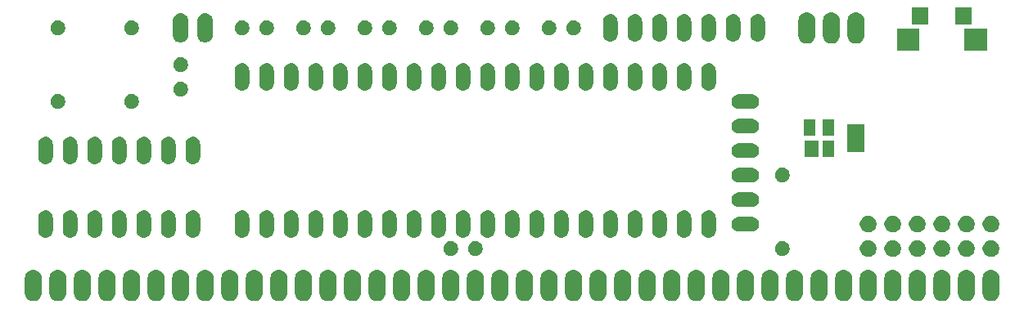
<source format=gbr>
G04 #@! TF.GenerationSoftware,KiCad,Pcbnew,5.1.2*
G04 #@! TF.CreationDate,2020-10-20T13:32:52+02:00*
G04 #@! TF.ProjectId,eaa651fdd346d6544176813de3c28a36,65616136-3531-4666-9464-333436643635,rev?*
G04 #@! TF.SameCoordinates,Original*
G04 #@! TF.FileFunction,Soldermask,Top*
G04 #@! TF.FilePolarity,Negative*
%FSLAX46Y46*%
G04 Gerber Fmt 4.6, Leading zero omitted, Abs format (unit mm)*
G04 Created by KiCad (PCBNEW 5.1.2) date 2020-10-20 13:32:52*
%MOMM*%
%LPD*%
G04 APERTURE LIST*
%ADD10C,0.100000*%
G04 APERTURE END LIST*
D10*
G36*
X182676700Y-103652400D02*
G01*
X182676700Y-103804800D01*
X184505500Y-103804800D01*
X184505500Y-103652400D01*
X182676700Y-103652400D01*
G37*
G36*
X177410394Y-117355496D02*
G01*
X177530826Y-117392029D01*
X177573187Y-117404879D01*
X177723207Y-117485066D01*
X177723210Y-117485068D01*
X177723211Y-117485069D01*
X177854712Y-117592988D01*
X177962631Y-117724488D01*
X177962633Y-117724492D01*
X177962634Y-117724493D01*
X178042821Y-117874513D01*
X178042822Y-117874516D01*
X178092204Y-118037305D01*
X178104700Y-118164180D01*
X178104700Y-119773020D01*
X178092204Y-119899895D01*
X178042822Y-120062684D01*
X178042821Y-120062687D01*
X177962634Y-120212707D01*
X177962631Y-120212712D01*
X177854712Y-120344212D01*
X177723212Y-120452131D01*
X177723208Y-120452133D01*
X177723207Y-120452134D01*
X177573187Y-120532321D01*
X177573184Y-120532322D01*
X177410395Y-120581704D01*
X177241100Y-120598378D01*
X177071806Y-120581704D01*
X176909017Y-120532322D01*
X176909014Y-120532321D01*
X176758994Y-120452134D01*
X176758993Y-120452133D01*
X176758989Y-120452131D01*
X176627489Y-120344212D01*
X176519570Y-120212712D01*
X176519567Y-120212707D01*
X176439380Y-120062687D01*
X176439379Y-120062684D01*
X176389997Y-119899895D01*
X176377501Y-119773020D01*
X176377500Y-118164181D01*
X176389996Y-118037306D01*
X176439378Y-117874517D01*
X176439379Y-117874513D01*
X176519566Y-117724493D01*
X176519570Y-117724488D01*
X176627488Y-117592988D01*
X176758988Y-117485069D01*
X176758992Y-117485067D01*
X176758993Y-117485066D01*
X176909013Y-117404879D01*
X176909016Y-117404878D01*
X177071805Y-117355496D01*
X177241100Y-117338822D01*
X177410394Y-117355496D01*
X177410394Y-117355496D01*
G37*
G36*
X154550394Y-117355496D02*
G01*
X154670826Y-117392029D01*
X154713187Y-117404879D01*
X154863207Y-117485066D01*
X154863210Y-117485068D01*
X154863211Y-117485069D01*
X154994712Y-117592988D01*
X155102631Y-117724488D01*
X155102633Y-117724492D01*
X155102634Y-117724493D01*
X155182821Y-117874513D01*
X155182822Y-117874516D01*
X155232204Y-118037305D01*
X155244700Y-118164180D01*
X155244700Y-119773020D01*
X155232204Y-119899895D01*
X155182822Y-120062684D01*
X155182821Y-120062687D01*
X155102634Y-120212707D01*
X155102631Y-120212712D01*
X154994712Y-120344212D01*
X154863212Y-120452131D01*
X154863208Y-120452133D01*
X154863207Y-120452134D01*
X154713187Y-120532321D01*
X154713184Y-120532322D01*
X154550395Y-120581704D01*
X154381100Y-120598378D01*
X154211806Y-120581704D01*
X154049017Y-120532322D01*
X154049014Y-120532321D01*
X153898994Y-120452134D01*
X153898993Y-120452133D01*
X153898989Y-120452131D01*
X153767489Y-120344212D01*
X153659570Y-120212712D01*
X153659567Y-120212707D01*
X153579380Y-120062687D01*
X153579379Y-120062684D01*
X153529997Y-119899895D01*
X153517501Y-119773020D01*
X153517500Y-118164181D01*
X153529996Y-118037306D01*
X153579378Y-117874517D01*
X153579379Y-117874513D01*
X153659566Y-117724493D01*
X153659570Y-117724488D01*
X153767488Y-117592988D01*
X153898988Y-117485069D01*
X153898992Y-117485067D01*
X153898993Y-117485066D01*
X154049013Y-117404879D01*
X154049016Y-117404878D01*
X154211805Y-117355496D01*
X154381100Y-117338822D01*
X154550394Y-117355496D01*
X154550394Y-117355496D01*
G37*
G36*
X152010394Y-117355496D02*
G01*
X152130826Y-117392029D01*
X152173187Y-117404879D01*
X152323207Y-117485066D01*
X152323210Y-117485068D01*
X152323211Y-117485069D01*
X152454712Y-117592988D01*
X152562631Y-117724488D01*
X152562633Y-117724492D01*
X152562634Y-117724493D01*
X152642821Y-117874513D01*
X152642822Y-117874516D01*
X152692204Y-118037305D01*
X152704700Y-118164180D01*
X152704700Y-119773020D01*
X152692204Y-119899895D01*
X152642822Y-120062684D01*
X152642821Y-120062687D01*
X152562634Y-120212707D01*
X152562631Y-120212712D01*
X152454712Y-120344212D01*
X152323212Y-120452131D01*
X152323208Y-120452133D01*
X152323207Y-120452134D01*
X152173187Y-120532321D01*
X152173184Y-120532322D01*
X152010395Y-120581704D01*
X151841100Y-120598378D01*
X151671806Y-120581704D01*
X151509017Y-120532322D01*
X151509014Y-120532321D01*
X151358994Y-120452134D01*
X151358993Y-120452133D01*
X151358989Y-120452131D01*
X151227489Y-120344212D01*
X151119570Y-120212712D01*
X151119567Y-120212707D01*
X151039380Y-120062687D01*
X151039379Y-120062684D01*
X150989997Y-119899895D01*
X150977501Y-119773020D01*
X150977500Y-118164181D01*
X150989996Y-118037306D01*
X151039378Y-117874517D01*
X151039379Y-117874513D01*
X151119566Y-117724493D01*
X151119570Y-117724488D01*
X151227488Y-117592988D01*
X151358988Y-117485069D01*
X151358992Y-117485067D01*
X151358993Y-117485066D01*
X151509013Y-117404879D01*
X151509016Y-117404878D01*
X151671805Y-117355496D01*
X151841100Y-117338822D01*
X152010394Y-117355496D01*
X152010394Y-117355496D01*
G37*
G36*
X149470394Y-117355496D02*
G01*
X149590826Y-117392029D01*
X149633187Y-117404879D01*
X149783207Y-117485066D01*
X149783210Y-117485068D01*
X149783211Y-117485069D01*
X149914712Y-117592988D01*
X150022631Y-117724488D01*
X150022633Y-117724492D01*
X150022634Y-117724493D01*
X150102821Y-117874513D01*
X150102822Y-117874516D01*
X150152204Y-118037305D01*
X150164700Y-118164180D01*
X150164700Y-119773020D01*
X150152204Y-119899895D01*
X150102822Y-120062684D01*
X150102821Y-120062687D01*
X150022634Y-120212707D01*
X150022631Y-120212712D01*
X149914712Y-120344212D01*
X149783212Y-120452131D01*
X149783208Y-120452133D01*
X149783207Y-120452134D01*
X149633187Y-120532321D01*
X149633184Y-120532322D01*
X149470395Y-120581704D01*
X149301100Y-120598378D01*
X149131806Y-120581704D01*
X148969017Y-120532322D01*
X148969014Y-120532321D01*
X148818994Y-120452134D01*
X148818993Y-120452133D01*
X148818989Y-120452131D01*
X148687489Y-120344212D01*
X148579570Y-120212712D01*
X148579567Y-120212707D01*
X148499380Y-120062687D01*
X148499379Y-120062684D01*
X148449997Y-119899895D01*
X148437501Y-119773020D01*
X148437500Y-118164181D01*
X148449996Y-118037306D01*
X148499378Y-117874517D01*
X148499379Y-117874513D01*
X148579566Y-117724493D01*
X148579570Y-117724488D01*
X148687488Y-117592988D01*
X148818988Y-117485069D01*
X148818992Y-117485067D01*
X148818993Y-117485066D01*
X148969013Y-117404879D01*
X148969016Y-117404878D01*
X149131805Y-117355496D01*
X149301100Y-117338822D01*
X149470394Y-117355496D01*
X149470394Y-117355496D01*
G37*
G36*
X157090394Y-117355496D02*
G01*
X157210826Y-117392029D01*
X157253187Y-117404879D01*
X157403207Y-117485066D01*
X157403210Y-117485068D01*
X157403211Y-117485069D01*
X157534712Y-117592988D01*
X157642631Y-117724488D01*
X157642633Y-117724492D01*
X157642634Y-117724493D01*
X157722821Y-117874513D01*
X157722822Y-117874516D01*
X157772204Y-118037305D01*
X157784700Y-118164180D01*
X157784700Y-119773020D01*
X157772204Y-119899895D01*
X157722822Y-120062684D01*
X157722821Y-120062687D01*
X157642634Y-120212707D01*
X157642631Y-120212712D01*
X157534712Y-120344212D01*
X157403212Y-120452131D01*
X157403208Y-120452133D01*
X157403207Y-120452134D01*
X157253187Y-120532321D01*
X157253184Y-120532322D01*
X157090395Y-120581704D01*
X156921100Y-120598378D01*
X156751806Y-120581704D01*
X156589017Y-120532322D01*
X156589014Y-120532321D01*
X156438994Y-120452134D01*
X156438993Y-120452133D01*
X156438989Y-120452131D01*
X156307489Y-120344212D01*
X156199570Y-120212712D01*
X156199567Y-120212707D01*
X156119380Y-120062687D01*
X156119379Y-120062684D01*
X156069997Y-119899895D01*
X156057501Y-119773020D01*
X156057500Y-118164181D01*
X156069996Y-118037306D01*
X156119378Y-117874517D01*
X156119379Y-117874513D01*
X156199566Y-117724493D01*
X156199570Y-117724488D01*
X156307488Y-117592988D01*
X156438988Y-117485069D01*
X156438992Y-117485067D01*
X156438993Y-117485066D01*
X156589013Y-117404879D01*
X156589016Y-117404878D01*
X156751805Y-117355496D01*
X156921100Y-117338822D01*
X157090394Y-117355496D01*
X157090394Y-117355496D01*
G37*
G36*
X159630394Y-117355496D02*
G01*
X159750826Y-117392029D01*
X159793187Y-117404879D01*
X159943207Y-117485066D01*
X159943210Y-117485068D01*
X159943211Y-117485069D01*
X160074712Y-117592988D01*
X160182631Y-117724488D01*
X160182633Y-117724492D01*
X160182634Y-117724493D01*
X160262821Y-117874513D01*
X160262822Y-117874516D01*
X160312204Y-118037305D01*
X160324700Y-118164180D01*
X160324700Y-119773020D01*
X160312204Y-119899895D01*
X160262822Y-120062684D01*
X160262821Y-120062687D01*
X160182634Y-120212707D01*
X160182631Y-120212712D01*
X160074712Y-120344212D01*
X159943212Y-120452131D01*
X159943208Y-120452133D01*
X159943207Y-120452134D01*
X159793187Y-120532321D01*
X159793184Y-120532322D01*
X159630395Y-120581704D01*
X159461100Y-120598378D01*
X159291806Y-120581704D01*
X159129017Y-120532322D01*
X159129014Y-120532321D01*
X158978994Y-120452134D01*
X158978993Y-120452133D01*
X158978989Y-120452131D01*
X158847489Y-120344212D01*
X158739570Y-120212712D01*
X158739567Y-120212707D01*
X158659380Y-120062687D01*
X158659379Y-120062684D01*
X158609997Y-119899895D01*
X158597501Y-119773020D01*
X158597500Y-118164181D01*
X158609996Y-118037306D01*
X158659378Y-117874517D01*
X158659379Y-117874513D01*
X158739566Y-117724493D01*
X158739570Y-117724488D01*
X158847488Y-117592988D01*
X158978988Y-117485069D01*
X158978992Y-117485067D01*
X158978993Y-117485066D01*
X159129013Y-117404879D01*
X159129016Y-117404878D01*
X159291805Y-117355496D01*
X159461100Y-117338822D01*
X159630394Y-117355496D01*
X159630394Y-117355496D01*
G37*
G36*
X162170394Y-117355496D02*
G01*
X162290826Y-117392029D01*
X162333187Y-117404879D01*
X162483207Y-117485066D01*
X162483210Y-117485068D01*
X162483211Y-117485069D01*
X162614712Y-117592988D01*
X162722631Y-117724488D01*
X162722633Y-117724492D01*
X162722634Y-117724493D01*
X162802821Y-117874513D01*
X162802822Y-117874516D01*
X162852204Y-118037305D01*
X162864700Y-118164180D01*
X162864700Y-119773020D01*
X162852204Y-119899895D01*
X162802822Y-120062684D01*
X162802821Y-120062687D01*
X162722634Y-120212707D01*
X162722631Y-120212712D01*
X162614712Y-120344212D01*
X162483212Y-120452131D01*
X162483208Y-120452133D01*
X162483207Y-120452134D01*
X162333187Y-120532321D01*
X162333184Y-120532322D01*
X162170395Y-120581704D01*
X162001100Y-120598378D01*
X161831806Y-120581704D01*
X161669017Y-120532322D01*
X161669014Y-120532321D01*
X161518994Y-120452134D01*
X161518993Y-120452133D01*
X161518989Y-120452131D01*
X161387489Y-120344212D01*
X161279570Y-120212712D01*
X161279567Y-120212707D01*
X161199380Y-120062687D01*
X161199379Y-120062684D01*
X161149997Y-119899895D01*
X161137501Y-119773020D01*
X161137500Y-118164181D01*
X161149996Y-118037306D01*
X161199378Y-117874517D01*
X161199379Y-117874513D01*
X161279566Y-117724493D01*
X161279570Y-117724488D01*
X161387488Y-117592988D01*
X161518988Y-117485069D01*
X161518992Y-117485067D01*
X161518993Y-117485066D01*
X161669013Y-117404879D01*
X161669016Y-117404878D01*
X161831805Y-117355496D01*
X162001100Y-117338822D01*
X162170394Y-117355496D01*
X162170394Y-117355496D01*
G37*
G36*
X164710394Y-117355496D02*
G01*
X164830826Y-117392029D01*
X164873187Y-117404879D01*
X165023207Y-117485066D01*
X165023210Y-117485068D01*
X165023211Y-117485069D01*
X165154712Y-117592988D01*
X165262631Y-117724488D01*
X165262633Y-117724492D01*
X165262634Y-117724493D01*
X165342821Y-117874513D01*
X165342822Y-117874516D01*
X165392204Y-118037305D01*
X165404700Y-118164180D01*
X165404700Y-119773020D01*
X165392204Y-119899895D01*
X165342822Y-120062684D01*
X165342821Y-120062687D01*
X165262634Y-120212707D01*
X165262631Y-120212712D01*
X165154712Y-120344212D01*
X165023212Y-120452131D01*
X165023208Y-120452133D01*
X165023207Y-120452134D01*
X164873187Y-120532321D01*
X164873184Y-120532322D01*
X164710395Y-120581704D01*
X164541100Y-120598378D01*
X164371806Y-120581704D01*
X164209017Y-120532322D01*
X164209014Y-120532321D01*
X164058994Y-120452134D01*
X164058993Y-120452133D01*
X164058989Y-120452131D01*
X163927489Y-120344212D01*
X163819570Y-120212712D01*
X163819567Y-120212707D01*
X163739380Y-120062687D01*
X163739379Y-120062684D01*
X163689997Y-119899895D01*
X163677501Y-119773020D01*
X163677500Y-118164181D01*
X163689996Y-118037306D01*
X163739378Y-117874517D01*
X163739379Y-117874513D01*
X163819566Y-117724493D01*
X163819570Y-117724488D01*
X163927488Y-117592988D01*
X164058988Y-117485069D01*
X164058992Y-117485067D01*
X164058993Y-117485066D01*
X164209013Y-117404879D01*
X164209016Y-117404878D01*
X164371805Y-117355496D01*
X164541100Y-117338822D01*
X164710394Y-117355496D01*
X164710394Y-117355496D01*
G37*
G36*
X167250394Y-117355496D02*
G01*
X167370826Y-117392029D01*
X167413187Y-117404879D01*
X167563207Y-117485066D01*
X167563210Y-117485068D01*
X167563211Y-117485069D01*
X167694712Y-117592988D01*
X167802631Y-117724488D01*
X167802633Y-117724492D01*
X167802634Y-117724493D01*
X167882821Y-117874513D01*
X167882822Y-117874516D01*
X167932204Y-118037305D01*
X167944700Y-118164180D01*
X167944700Y-119773020D01*
X167932204Y-119899895D01*
X167882822Y-120062684D01*
X167882821Y-120062687D01*
X167802634Y-120212707D01*
X167802631Y-120212712D01*
X167694712Y-120344212D01*
X167563212Y-120452131D01*
X167563208Y-120452133D01*
X167563207Y-120452134D01*
X167413187Y-120532321D01*
X167413184Y-120532322D01*
X167250395Y-120581704D01*
X167081100Y-120598378D01*
X166911806Y-120581704D01*
X166749017Y-120532322D01*
X166749014Y-120532321D01*
X166598994Y-120452134D01*
X166598993Y-120452133D01*
X166598989Y-120452131D01*
X166467489Y-120344212D01*
X166359570Y-120212712D01*
X166359567Y-120212707D01*
X166279380Y-120062687D01*
X166279379Y-120062684D01*
X166229997Y-119899895D01*
X166217501Y-119773020D01*
X166217500Y-118164181D01*
X166229996Y-118037306D01*
X166279378Y-117874517D01*
X166279379Y-117874513D01*
X166359566Y-117724493D01*
X166359570Y-117724488D01*
X166467488Y-117592988D01*
X166598988Y-117485069D01*
X166598992Y-117485067D01*
X166598993Y-117485066D01*
X166749013Y-117404879D01*
X166749016Y-117404878D01*
X166911805Y-117355496D01*
X167081100Y-117338822D01*
X167250394Y-117355496D01*
X167250394Y-117355496D01*
G37*
G36*
X169790394Y-117355496D02*
G01*
X169910826Y-117392029D01*
X169953187Y-117404879D01*
X170103207Y-117485066D01*
X170103210Y-117485068D01*
X170103211Y-117485069D01*
X170234712Y-117592988D01*
X170342631Y-117724488D01*
X170342633Y-117724492D01*
X170342634Y-117724493D01*
X170422821Y-117874513D01*
X170422822Y-117874516D01*
X170472204Y-118037305D01*
X170484700Y-118164180D01*
X170484700Y-119773020D01*
X170472204Y-119899895D01*
X170422822Y-120062684D01*
X170422821Y-120062687D01*
X170342634Y-120212707D01*
X170342631Y-120212712D01*
X170234712Y-120344212D01*
X170103212Y-120452131D01*
X170103208Y-120452133D01*
X170103207Y-120452134D01*
X169953187Y-120532321D01*
X169953184Y-120532322D01*
X169790395Y-120581704D01*
X169621100Y-120598378D01*
X169451806Y-120581704D01*
X169289017Y-120532322D01*
X169289014Y-120532321D01*
X169138994Y-120452134D01*
X169138993Y-120452133D01*
X169138989Y-120452131D01*
X169007489Y-120344212D01*
X168899570Y-120212712D01*
X168899567Y-120212707D01*
X168819380Y-120062687D01*
X168819379Y-120062684D01*
X168769997Y-119899895D01*
X168757501Y-119773020D01*
X168757500Y-118164181D01*
X168769996Y-118037306D01*
X168819378Y-117874517D01*
X168819379Y-117874513D01*
X168899566Y-117724493D01*
X168899570Y-117724488D01*
X169007488Y-117592988D01*
X169138988Y-117485069D01*
X169138992Y-117485067D01*
X169138993Y-117485066D01*
X169289013Y-117404879D01*
X169289016Y-117404878D01*
X169451805Y-117355496D01*
X169621100Y-117338822D01*
X169790394Y-117355496D01*
X169790394Y-117355496D01*
G37*
G36*
X172330394Y-117355496D02*
G01*
X172450826Y-117392029D01*
X172493187Y-117404879D01*
X172643207Y-117485066D01*
X172643210Y-117485068D01*
X172643211Y-117485069D01*
X172774712Y-117592988D01*
X172882631Y-117724488D01*
X172882633Y-117724492D01*
X172882634Y-117724493D01*
X172962821Y-117874513D01*
X172962822Y-117874516D01*
X173012204Y-118037305D01*
X173024700Y-118164180D01*
X173024700Y-119773020D01*
X173012204Y-119899895D01*
X172962822Y-120062684D01*
X172962821Y-120062687D01*
X172882634Y-120212707D01*
X172882631Y-120212712D01*
X172774712Y-120344212D01*
X172643212Y-120452131D01*
X172643208Y-120452133D01*
X172643207Y-120452134D01*
X172493187Y-120532321D01*
X172493184Y-120532322D01*
X172330395Y-120581704D01*
X172161100Y-120598378D01*
X171991806Y-120581704D01*
X171829017Y-120532322D01*
X171829014Y-120532321D01*
X171678994Y-120452134D01*
X171678993Y-120452133D01*
X171678989Y-120452131D01*
X171547489Y-120344212D01*
X171439570Y-120212712D01*
X171439567Y-120212707D01*
X171359380Y-120062687D01*
X171359379Y-120062684D01*
X171309997Y-119899895D01*
X171297501Y-119773020D01*
X171297500Y-118164181D01*
X171309996Y-118037306D01*
X171359378Y-117874517D01*
X171359379Y-117874513D01*
X171439566Y-117724493D01*
X171439570Y-117724488D01*
X171547488Y-117592988D01*
X171678988Y-117485069D01*
X171678992Y-117485067D01*
X171678993Y-117485066D01*
X171829013Y-117404879D01*
X171829016Y-117404878D01*
X171991805Y-117355496D01*
X172161100Y-117338822D01*
X172330394Y-117355496D01*
X172330394Y-117355496D01*
G37*
G36*
X98670394Y-117355496D02*
G01*
X98790826Y-117392029D01*
X98833187Y-117404879D01*
X98983207Y-117485066D01*
X98983210Y-117485068D01*
X98983211Y-117485069D01*
X99114712Y-117592988D01*
X99222631Y-117724488D01*
X99222633Y-117724492D01*
X99222634Y-117724493D01*
X99302821Y-117874513D01*
X99302822Y-117874516D01*
X99352204Y-118037305D01*
X99364700Y-118164180D01*
X99364700Y-119773020D01*
X99352204Y-119899895D01*
X99302822Y-120062684D01*
X99302821Y-120062687D01*
X99222634Y-120212707D01*
X99222631Y-120212712D01*
X99114712Y-120344212D01*
X98983212Y-120452131D01*
X98983208Y-120452133D01*
X98983207Y-120452134D01*
X98833187Y-120532321D01*
X98833184Y-120532322D01*
X98670395Y-120581704D01*
X98501100Y-120598378D01*
X98331806Y-120581704D01*
X98169017Y-120532322D01*
X98169014Y-120532321D01*
X98018994Y-120452134D01*
X98018993Y-120452133D01*
X98018989Y-120452131D01*
X97887489Y-120344212D01*
X97779570Y-120212712D01*
X97779567Y-120212707D01*
X97699380Y-120062687D01*
X97699379Y-120062684D01*
X97649997Y-119899895D01*
X97637501Y-119773020D01*
X97637500Y-118164181D01*
X97649996Y-118037306D01*
X97699378Y-117874517D01*
X97699379Y-117874513D01*
X97779566Y-117724493D01*
X97779570Y-117724488D01*
X97887488Y-117592988D01*
X98018988Y-117485069D01*
X98018992Y-117485067D01*
X98018993Y-117485066D01*
X98169013Y-117404879D01*
X98169016Y-117404878D01*
X98331805Y-117355496D01*
X98501100Y-117338822D01*
X98670394Y-117355496D01*
X98670394Y-117355496D01*
G37*
G36*
X179950394Y-117355496D02*
G01*
X180070826Y-117392029D01*
X180113187Y-117404879D01*
X180263207Y-117485066D01*
X180263210Y-117485068D01*
X180263211Y-117485069D01*
X180394712Y-117592988D01*
X180502631Y-117724488D01*
X180502633Y-117724492D01*
X180502634Y-117724493D01*
X180582821Y-117874513D01*
X180582822Y-117874516D01*
X180632204Y-118037305D01*
X180644700Y-118164180D01*
X180644700Y-119773020D01*
X180632204Y-119899895D01*
X180582822Y-120062684D01*
X180582821Y-120062687D01*
X180502634Y-120212707D01*
X180502631Y-120212712D01*
X180394712Y-120344212D01*
X180263212Y-120452131D01*
X180263208Y-120452133D01*
X180263207Y-120452134D01*
X180113187Y-120532321D01*
X180113184Y-120532322D01*
X179950395Y-120581704D01*
X179781100Y-120598378D01*
X179611806Y-120581704D01*
X179449017Y-120532322D01*
X179449014Y-120532321D01*
X179298994Y-120452134D01*
X179298993Y-120452133D01*
X179298989Y-120452131D01*
X179167489Y-120344212D01*
X179059570Y-120212712D01*
X179059567Y-120212707D01*
X178979380Y-120062687D01*
X178979379Y-120062684D01*
X178929997Y-119899895D01*
X178917501Y-119773020D01*
X178917500Y-118164181D01*
X178929996Y-118037306D01*
X178979378Y-117874517D01*
X178979379Y-117874513D01*
X179059566Y-117724493D01*
X179059570Y-117724488D01*
X179167488Y-117592988D01*
X179298988Y-117485069D01*
X179298992Y-117485067D01*
X179298993Y-117485066D01*
X179449013Y-117404879D01*
X179449016Y-117404878D01*
X179611805Y-117355496D01*
X179781100Y-117338822D01*
X179950394Y-117355496D01*
X179950394Y-117355496D01*
G37*
G36*
X182490394Y-117355496D02*
G01*
X182610826Y-117392029D01*
X182653187Y-117404879D01*
X182803207Y-117485066D01*
X182803210Y-117485068D01*
X182803211Y-117485069D01*
X182934712Y-117592988D01*
X183042631Y-117724488D01*
X183042633Y-117724492D01*
X183042634Y-117724493D01*
X183122821Y-117874513D01*
X183122822Y-117874516D01*
X183172204Y-118037305D01*
X183184700Y-118164180D01*
X183184700Y-119773020D01*
X183172204Y-119899895D01*
X183122822Y-120062684D01*
X183122821Y-120062687D01*
X183042634Y-120212707D01*
X183042631Y-120212712D01*
X182934712Y-120344212D01*
X182803212Y-120452131D01*
X182803208Y-120452133D01*
X182803207Y-120452134D01*
X182653187Y-120532321D01*
X182653184Y-120532322D01*
X182490395Y-120581704D01*
X182321100Y-120598378D01*
X182151806Y-120581704D01*
X181989017Y-120532322D01*
X181989014Y-120532321D01*
X181838994Y-120452134D01*
X181838993Y-120452133D01*
X181838989Y-120452131D01*
X181707489Y-120344212D01*
X181599570Y-120212712D01*
X181599567Y-120212707D01*
X181519380Y-120062687D01*
X181519379Y-120062684D01*
X181469997Y-119899895D01*
X181457501Y-119773020D01*
X181457500Y-118164181D01*
X181469996Y-118037306D01*
X181519378Y-117874517D01*
X181519379Y-117874513D01*
X181599566Y-117724493D01*
X181599570Y-117724488D01*
X181707488Y-117592988D01*
X181838988Y-117485069D01*
X181838992Y-117485067D01*
X181838993Y-117485066D01*
X181989013Y-117404879D01*
X181989016Y-117404878D01*
X182151805Y-117355496D01*
X182321100Y-117338822D01*
X182490394Y-117355496D01*
X182490394Y-117355496D01*
G37*
G36*
X185030394Y-117355496D02*
G01*
X185150826Y-117392029D01*
X185193187Y-117404879D01*
X185343207Y-117485066D01*
X185343210Y-117485068D01*
X185343211Y-117485069D01*
X185474712Y-117592988D01*
X185582631Y-117724488D01*
X185582633Y-117724492D01*
X185582634Y-117724493D01*
X185662821Y-117874513D01*
X185662822Y-117874516D01*
X185712204Y-118037305D01*
X185724700Y-118164180D01*
X185724700Y-119773020D01*
X185712204Y-119899895D01*
X185662822Y-120062684D01*
X185662821Y-120062687D01*
X185582634Y-120212707D01*
X185582631Y-120212712D01*
X185474712Y-120344212D01*
X185343212Y-120452131D01*
X185343208Y-120452133D01*
X185343207Y-120452134D01*
X185193187Y-120532321D01*
X185193184Y-120532322D01*
X185030395Y-120581704D01*
X184861100Y-120598378D01*
X184691806Y-120581704D01*
X184529017Y-120532322D01*
X184529014Y-120532321D01*
X184378994Y-120452134D01*
X184378993Y-120452133D01*
X184378989Y-120452131D01*
X184247489Y-120344212D01*
X184139570Y-120212712D01*
X184139567Y-120212707D01*
X184059380Y-120062687D01*
X184059379Y-120062684D01*
X184009997Y-119899895D01*
X183997501Y-119773020D01*
X183997500Y-118164181D01*
X184009996Y-118037306D01*
X184059378Y-117874517D01*
X184059379Y-117874513D01*
X184139566Y-117724493D01*
X184139570Y-117724488D01*
X184247488Y-117592988D01*
X184378988Y-117485069D01*
X184378992Y-117485067D01*
X184378993Y-117485066D01*
X184529013Y-117404879D01*
X184529016Y-117404878D01*
X184691805Y-117355496D01*
X184861100Y-117338822D01*
X185030394Y-117355496D01*
X185030394Y-117355496D01*
G37*
G36*
X187570394Y-117355496D02*
G01*
X187690826Y-117392029D01*
X187733187Y-117404879D01*
X187883207Y-117485066D01*
X187883210Y-117485068D01*
X187883211Y-117485069D01*
X188014712Y-117592988D01*
X188122631Y-117724488D01*
X188122633Y-117724492D01*
X188122634Y-117724493D01*
X188202821Y-117874513D01*
X188202822Y-117874516D01*
X188252204Y-118037305D01*
X188264700Y-118164180D01*
X188264700Y-119773020D01*
X188252204Y-119899895D01*
X188202822Y-120062684D01*
X188202821Y-120062687D01*
X188122634Y-120212707D01*
X188122631Y-120212712D01*
X188014712Y-120344212D01*
X187883212Y-120452131D01*
X187883208Y-120452133D01*
X187883207Y-120452134D01*
X187733187Y-120532321D01*
X187733184Y-120532322D01*
X187570395Y-120581704D01*
X187401100Y-120598378D01*
X187231806Y-120581704D01*
X187069017Y-120532322D01*
X187069014Y-120532321D01*
X186918994Y-120452134D01*
X186918993Y-120452133D01*
X186918989Y-120452131D01*
X186787489Y-120344212D01*
X186679570Y-120212712D01*
X186679567Y-120212707D01*
X186599380Y-120062687D01*
X186599379Y-120062684D01*
X186549997Y-119899895D01*
X186537501Y-119773020D01*
X186537500Y-118164181D01*
X186549996Y-118037306D01*
X186599378Y-117874517D01*
X186599379Y-117874513D01*
X186679566Y-117724493D01*
X186679570Y-117724488D01*
X186787488Y-117592988D01*
X186918988Y-117485069D01*
X186918992Y-117485067D01*
X186918993Y-117485066D01*
X187069013Y-117404879D01*
X187069016Y-117404878D01*
X187231805Y-117355496D01*
X187401100Y-117338822D01*
X187570394Y-117355496D01*
X187570394Y-117355496D01*
G37*
G36*
X190110394Y-117355496D02*
G01*
X190230826Y-117392029D01*
X190273187Y-117404879D01*
X190423207Y-117485066D01*
X190423210Y-117485068D01*
X190423211Y-117485069D01*
X190554712Y-117592988D01*
X190662631Y-117724488D01*
X190662633Y-117724492D01*
X190662634Y-117724493D01*
X190742821Y-117874513D01*
X190742822Y-117874516D01*
X190792204Y-118037305D01*
X190804700Y-118164180D01*
X190804700Y-119773020D01*
X190792204Y-119899895D01*
X190742822Y-120062684D01*
X190742821Y-120062687D01*
X190662634Y-120212707D01*
X190662631Y-120212712D01*
X190554712Y-120344212D01*
X190423212Y-120452131D01*
X190423208Y-120452133D01*
X190423207Y-120452134D01*
X190273187Y-120532321D01*
X190273184Y-120532322D01*
X190110395Y-120581704D01*
X189941100Y-120598378D01*
X189771806Y-120581704D01*
X189609017Y-120532322D01*
X189609014Y-120532321D01*
X189458994Y-120452134D01*
X189458993Y-120452133D01*
X189458989Y-120452131D01*
X189327489Y-120344212D01*
X189219570Y-120212712D01*
X189219567Y-120212707D01*
X189139380Y-120062687D01*
X189139379Y-120062684D01*
X189089997Y-119899895D01*
X189077501Y-119773020D01*
X189077500Y-118164181D01*
X189089996Y-118037306D01*
X189139378Y-117874517D01*
X189139379Y-117874513D01*
X189219566Y-117724493D01*
X189219570Y-117724488D01*
X189327488Y-117592988D01*
X189458988Y-117485069D01*
X189458992Y-117485067D01*
X189458993Y-117485066D01*
X189609013Y-117404879D01*
X189609016Y-117404878D01*
X189771805Y-117355496D01*
X189941100Y-117338822D01*
X190110394Y-117355496D01*
X190110394Y-117355496D01*
G37*
G36*
X192650394Y-117355496D02*
G01*
X192770826Y-117392029D01*
X192813187Y-117404879D01*
X192963207Y-117485066D01*
X192963210Y-117485068D01*
X192963211Y-117485069D01*
X193094712Y-117592988D01*
X193202631Y-117724488D01*
X193202633Y-117724492D01*
X193202634Y-117724493D01*
X193282821Y-117874513D01*
X193282822Y-117874516D01*
X193332204Y-118037305D01*
X193344700Y-118164180D01*
X193344700Y-119773020D01*
X193332204Y-119899895D01*
X193282822Y-120062684D01*
X193282821Y-120062687D01*
X193202634Y-120212707D01*
X193202631Y-120212712D01*
X193094712Y-120344212D01*
X192963212Y-120452131D01*
X192963208Y-120452133D01*
X192963207Y-120452134D01*
X192813187Y-120532321D01*
X192813184Y-120532322D01*
X192650395Y-120581704D01*
X192481100Y-120598378D01*
X192311806Y-120581704D01*
X192149017Y-120532322D01*
X192149014Y-120532321D01*
X191998994Y-120452134D01*
X191998993Y-120452133D01*
X191998989Y-120452131D01*
X191867489Y-120344212D01*
X191759570Y-120212712D01*
X191759567Y-120212707D01*
X191679380Y-120062687D01*
X191679379Y-120062684D01*
X191629997Y-119899895D01*
X191617501Y-119773020D01*
X191617500Y-118164181D01*
X191629996Y-118037306D01*
X191679378Y-117874517D01*
X191679379Y-117874513D01*
X191759566Y-117724493D01*
X191759570Y-117724488D01*
X191867488Y-117592988D01*
X191998988Y-117485069D01*
X191998992Y-117485067D01*
X191998993Y-117485066D01*
X192149013Y-117404879D01*
X192149016Y-117404878D01*
X192311805Y-117355496D01*
X192481100Y-117338822D01*
X192650394Y-117355496D01*
X192650394Y-117355496D01*
G37*
G36*
X195190394Y-117355496D02*
G01*
X195310826Y-117392029D01*
X195353187Y-117404879D01*
X195503207Y-117485066D01*
X195503210Y-117485068D01*
X195503211Y-117485069D01*
X195634712Y-117592988D01*
X195742631Y-117724488D01*
X195742633Y-117724492D01*
X195742634Y-117724493D01*
X195822821Y-117874513D01*
X195822822Y-117874516D01*
X195872204Y-118037305D01*
X195884700Y-118164180D01*
X195884700Y-119773020D01*
X195872204Y-119899895D01*
X195822822Y-120062684D01*
X195822821Y-120062687D01*
X195742634Y-120212707D01*
X195742631Y-120212712D01*
X195634712Y-120344212D01*
X195503212Y-120452131D01*
X195503208Y-120452133D01*
X195503207Y-120452134D01*
X195353187Y-120532321D01*
X195353184Y-120532322D01*
X195190395Y-120581704D01*
X195021100Y-120598378D01*
X194851806Y-120581704D01*
X194689017Y-120532322D01*
X194689014Y-120532321D01*
X194538994Y-120452134D01*
X194538993Y-120452133D01*
X194538989Y-120452131D01*
X194407489Y-120344212D01*
X194299570Y-120212712D01*
X194299567Y-120212707D01*
X194219380Y-120062687D01*
X194219379Y-120062684D01*
X194169997Y-119899895D01*
X194157501Y-119773020D01*
X194157500Y-118164181D01*
X194169996Y-118037306D01*
X194219378Y-117874517D01*
X194219379Y-117874513D01*
X194299566Y-117724493D01*
X194299570Y-117724488D01*
X194407488Y-117592988D01*
X194538988Y-117485069D01*
X194538992Y-117485067D01*
X194538993Y-117485066D01*
X194689013Y-117404879D01*
X194689016Y-117404878D01*
X194851805Y-117355496D01*
X195021100Y-117338822D01*
X195190394Y-117355496D01*
X195190394Y-117355496D01*
G37*
G36*
X197730394Y-117355496D02*
G01*
X197850826Y-117392029D01*
X197893187Y-117404879D01*
X198043207Y-117485066D01*
X198043210Y-117485068D01*
X198043211Y-117485069D01*
X198174712Y-117592988D01*
X198282631Y-117724488D01*
X198282633Y-117724492D01*
X198282634Y-117724493D01*
X198362821Y-117874513D01*
X198362822Y-117874516D01*
X198412204Y-118037305D01*
X198424700Y-118164180D01*
X198424700Y-119773020D01*
X198412204Y-119899895D01*
X198362822Y-120062684D01*
X198362821Y-120062687D01*
X198282634Y-120212707D01*
X198282631Y-120212712D01*
X198174712Y-120344212D01*
X198043212Y-120452131D01*
X198043208Y-120452133D01*
X198043207Y-120452134D01*
X197893187Y-120532321D01*
X197893184Y-120532322D01*
X197730395Y-120581704D01*
X197561100Y-120598378D01*
X197391806Y-120581704D01*
X197229017Y-120532322D01*
X197229014Y-120532321D01*
X197078994Y-120452134D01*
X197078993Y-120452133D01*
X197078989Y-120452131D01*
X196947489Y-120344212D01*
X196839570Y-120212712D01*
X196839567Y-120212707D01*
X196759380Y-120062687D01*
X196759379Y-120062684D01*
X196709997Y-119899895D01*
X196697501Y-119773020D01*
X196697500Y-118164181D01*
X196709996Y-118037306D01*
X196759378Y-117874517D01*
X196759379Y-117874513D01*
X196839566Y-117724493D01*
X196839570Y-117724488D01*
X196947488Y-117592988D01*
X197078988Y-117485069D01*
X197078992Y-117485067D01*
X197078993Y-117485066D01*
X197229013Y-117404879D01*
X197229016Y-117404878D01*
X197391805Y-117355496D01*
X197561100Y-117338822D01*
X197730394Y-117355496D01*
X197730394Y-117355496D01*
G37*
G36*
X124070394Y-117355496D02*
G01*
X124190826Y-117392029D01*
X124233187Y-117404879D01*
X124383207Y-117485066D01*
X124383210Y-117485068D01*
X124383211Y-117485069D01*
X124514712Y-117592988D01*
X124622631Y-117724488D01*
X124622633Y-117724492D01*
X124622634Y-117724493D01*
X124702821Y-117874513D01*
X124702822Y-117874516D01*
X124752204Y-118037305D01*
X124764700Y-118164180D01*
X124764700Y-119773020D01*
X124752204Y-119899895D01*
X124702822Y-120062684D01*
X124702821Y-120062687D01*
X124622634Y-120212707D01*
X124622631Y-120212712D01*
X124514712Y-120344212D01*
X124383212Y-120452131D01*
X124383208Y-120452133D01*
X124383207Y-120452134D01*
X124233187Y-120532321D01*
X124233184Y-120532322D01*
X124070395Y-120581704D01*
X123901100Y-120598378D01*
X123731806Y-120581704D01*
X123569017Y-120532322D01*
X123569014Y-120532321D01*
X123418994Y-120452134D01*
X123418993Y-120452133D01*
X123418989Y-120452131D01*
X123287489Y-120344212D01*
X123179570Y-120212712D01*
X123179567Y-120212707D01*
X123099380Y-120062687D01*
X123099379Y-120062684D01*
X123049997Y-119899895D01*
X123037501Y-119773020D01*
X123037500Y-118164181D01*
X123049996Y-118037306D01*
X123099378Y-117874517D01*
X123099379Y-117874513D01*
X123179566Y-117724493D01*
X123179570Y-117724488D01*
X123287488Y-117592988D01*
X123418988Y-117485069D01*
X123418992Y-117485067D01*
X123418993Y-117485066D01*
X123569013Y-117404879D01*
X123569016Y-117404878D01*
X123731805Y-117355496D01*
X123901100Y-117338822D01*
X124070394Y-117355496D01*
X124070394Y-117355496D01*
G37*
G36*
X144390394Y-117355496D02*
G01*
X144510826Y-117392029D01*
X144553187Y-117404879D01*
X144703207Y-117485066D01*
X144703210Y-117485068D01*
X144703211Y-117485069D01*
X144834712Y-117592988D01*
X144942631Y-117724488D01*
X144942633Y-117724492D01*
X144942634Y-117724493D01*
X145022821Y-117874513D01*
X145022822Y-117874516D01*
X145072204Y-118037305D01*
X145084700Y-118164180D01*
X145084700Y-119773020D01*
X145072204Y-119899895D01*
X145022822Y-120062684D01*
X145022821Y-120062687D01*
X144942634Y-120212707D01*
X144942631Y-120212712D01*
X144834712Y-120344212D01*
X144703212Y-120452131D01*
X144703208Y-120452133D01*
X144703207Y-120452134D01*
X144553187Y-120532321D01*
X144553184Y-120532322D01*
X144390395Y-120581704D01*
X144221100Y-120598378D01*
X144051806Y-120581704D01*
X143889017Y-120532322D01*
X143889014Y-120532321D01*
X143738994Y-120452134D01*
X143738993Y-120452133D01*
X143738989Y-120452131D01*
X143607489Y-120344212D01*
X143499570Y-120212712D01*
X143499567Y-120212707D01*
X143419380Y-120062687D01*
X143419379Y-120062684D01*
X143369997Y-119899895D01*
X143357501Y-119773020D01*
X143357500Y-118164181D01*
X143369996Y-118037306D01*
X143419378Y-117874517D01*
X143419379Y-117874513D01*
X143499566Y-117724493D01*
X143499570Y-117724488D01*
X143607488Y-117592988D01*
X143738988Y-117485069D01*
X143738992Y-117485067D01*
X143738993Y-117485066D01*
X143889013Y-117404879D01*
X143889016Y-117404878D01*
X144051805Y-117355496D01*
X144221100Y-117338822D01*
X144390394Y-117355496D01*
X144390394Y-117355496D01*
G37*
G36*
X146930394Y-117355496D02*
G01*
X147050826Y-117392029D01*
X147093187Y-117404879D01*
X147243207Y-117485066D01*
X147243210Y-117485068D01*
X147243211Y-117485069D01*
X147374712Y-117592988D01*
X147482631Y-117724488D01*
X147482633Y-117724492D01*
X147482634Y-117724493D01*
X147562821Y-117874513D01*
X147562822Y-117874516D01*
X147612204Y-118037305D01*
X147624700Y-118164180D01*
X147624700Y-119773020D01*
X147612204Y-119899895D01*
X147562822Y-120062684D01*
X147562821Y-120062687D01*
X147482634Y-120212707D01*
X147482631Y-120212712D01*
X147374712Y-120344212D01*
X147243212Y-120452131D01*
X147243208Y-120452133D01*
X147243207Y-120452134D01*
X147093187Y-120532321D01*
X147093184Y-120532322D01*
X146930395Y-120581704D01*
X146761100Y-120598378D01*
X146591806Y-120581704D01*
X146429017Y-120532322D01*
X146429014Y-120532321D01*
X146278994Y-120452134D01*
X146278993Y-120452133D01*
X146278989Y-120452131D01*
X146147489Y-120344212D01*
X146039570Y-120212712D01*
X146039567Y-120212707D01*
X145959380Y-120062687D01*
X145959379Y-120062684D01*
X145909997Y-119899895D01*
X145897501Y-119773020D01*
X145897500Y-118164181D01*
X145909996Y-118037306D01*
X145959378Y-117874517D01*
X145959379Y-117874513D01*
X146039566Y-117724493D01*
X146039570Y-117724488D01*
X146147488Y-117592988D01*
X146278988Y-117485069D01*
X146278992Y-117485067D01*
X146278993Y-117485066D01*
X146429013Y-117404879D01*
X146429016Y-117404878D01*
X146591805Y-117355496D01*
X146761100Y-117338822D01*
X146930394Y-117355496D01*
X146930394Y-117355496D01*
G37*
G36*
X174870394Y-117355496D02*
G01*
X174990826Y-117392029D01*
X175033187Y-117404879D01*
X175183207Y-117485066D01*
X175183210Y-117485068D01*
X175183211Y-117485069D01*
X175314712Y-117592988D01*
X175422631Y-117724488D01*
X175422633Y-117724492D01*
X175422634Y-117724493D01*
X175502821Y-117874513D01*
X175502822Y-117874516D01*
X175552204Y-118037305D01*
X175564700Y-118164180D01*
X175564700Y-119773020D01*
X175552204Y-119899895D01*
X175502822Y-120062684D01*
X175502821Y-120062687D01*
X175422634Y-120212707D01*
X175422631Y-120212712D01*
X175314712Y-120344212D01*
X175183212Y-120452131D01*
X175183208Y-120452133D01*
X175183207Y-120452134D01*
X175033187Y-120532321D01*
X175033184Y-120532322D01*
X174870395Y-120581704D01*
X174701100Y-120598378D01*
X174531806Y-120581704D01*
X174369017Y-120532322D01*
X174369014Y-120532321D01*
X174218994Y-120452134D01*
X174218993Y-120452133D01*
X174218989Y-120452131D01*
X174087489Y-120344212D01*
X173979570Y-120212712D01*
X173979567Y-120212707D01*
X173899380Y-120062687D01*
X173899379Y-120062684D01*
X173849997Y-119899895D01*
X173837501Y-119773020D01*
X173837500Y-118164181D01*
X173849996Y-118037306D01*
X173899378Y-117874517D01*
X173899379Y-117874513D01*
X173979566Y-117724493D01*
X173979570Y-117724488D01*
X174087488Y-117592988D01*
X174218988Y-117485069D01*
X174218992Y-117485067D01*
X174218993Y-117485066D01*
X174369013Y-117404879D01*
X174369016Y-117404878D01*
X174531805Y-117355496D01*
X174701100Y-117338822D01*
X174870394Y-117355496D01*
X174870394Y-117355496D01*
G37*
G36*
X101210394Y-117355496D02*
G01*
X101330826Y-117392029D01*
X101373187Y-117404879D01*
X101523207Y-117485066D01*
X101523210Y-117485068D01*
X101523211Y-117485069D01*
X101654712Y-117592988D01*
X101762631Y-117724488D01*
X101762633Y-117724492D01*
X101762634Y-117724493D01*
X101842821Y-117874513D01*
X101842822Y-117874516D01*
X101892204Y-118037305D01*
X101904700Y-118164180D01*
X101904700Y-119773020D01*
X101892204Y-119899895D01*
X101842822Y-120062684D01*
X101842821Y-120062687D01*
X101762634Y-120212707D01*
X101762631Y-120212712D01*
X101654712Y-120344212D01*
X101523212Y-120452131D01*
X101523208Y-120452133D01*
X101523207Y-120452134D01*
X101373187Y-120532321D01*
X101373184Y-120532322D01*
X101210395Y-120581704D01*
X101041100Y-120598378D01*
X100871806Y-120581704D01*
X100709017Y-120532322D01*
X100709014Y-120532321D01*
X100558994Y-120452134D01*
X100558993Y-120452133D01*
X100558989Y-120452131D01*
X100427489Y-120344212D01*
X100319570Y-120212712D01*
X100319567Y-120212707D01*
X100239380Y-120062687D01*
X100239379Y-120062684D01*
X100189997Y-119899895D01*
X100177501Y-119773020D01*
X100177500Y-118164181D01*
X100189996Y-118037306D01*
X100239378Y-117874517D01*
X100239379Y-117874513D01*
X100319566Y-117724493D01*
X100319570Y-117724488D01*
X100427488Y-117592988D01*
X100558988Y-117485069D01*
X100558992Y-117485067D01*
X100558993Y-117485066D01*
X100709013Y-117404879D01*
X100709016Y-117404878D01*
X100871805Y-117355496D01*
X101041100Y-117338822D01*
X101210394Y-117355496D01*
X101210394Y-117355496D01*
G37*
G36*
X106290394Y-117355496D02*
G01*
X106410826Y-117392029D01*
X106453187Y-117404879D01*
X106603207Y-117485066D01*
X106603210Y-117485068D01*
X106603211Y-117485069D01*
X106734712Y-117592988D01*
X106842631Y-117724488D01*
X106842633Y-117724492D01*
X106842634Y-117724493D01*
X106922821Y-117874513D01*
X106922822Y-117874516D01*
X106972204Y-118037305D01*
X106984700Y-118164180D01*
X106984700Y-119773020D01*
X106972204Y-119899895D01*
X106922822Y-120062684D01*
X106922821Y-120062687D01*
X106842634Y-120212707D01*
X106842631Y-120212712D01*
X106734712Y-120344212D01*
X106603212Y-120452131D01*
X106603208Y-120452133D01*
X106603207Y-120452134D01*
X106453187Y-120532321D01*
X106453184Y-120532322D01*
X106290395Y-120581704D01*
X106121100Y-120598378D01*
X105951806Y-120581704D01*
X105789017Y-120532322D01*
X105789014Y-120532321D01*
X105638994Y-120452134D01*
X105638993Y-120452133D01*
X105638989Y-120452131D01*
X105507489Y-120344212D01*
X105399570Y-120212712D01*
X105399567Y-120212707D01*
X105319380Y-120062687D01*
X105319379Y-120062684D01*
X105269997Y-119899895D01*
X105257501Y-119773020D01*
X105257500Y-118164181D01*
X105269996Y-118037306D01*
X105319378Y-117874517D01*
X105319379Y-117874513D01*
X105399566Y-117724493D01*
X105399570Y-117724488D01*
X105507488Y-117592988D01*
X105638988Y-117485069D01*
X105638992Y-117485067D01*
X105638993Y-117485066D01*
X105789013Y-117404879D01*
X105789016Y-117404878D01*
X105951805Y-117355496D01*
X106121100Y-117338822D01*
X106290394Y-117355496D01*
X106290394Y-117355496D01*
G37*
G36*
X108830394Y-117355496D02*
G01*
X108950826Y-117392029D01*
X108993187Y-117404879D01*
X109143207Y-117485066D01*
X109143210Y-117485068D01*
X109143211Y-117485069D01*
X109274712Y-117592988D01*
X109382631Y-117724488D01*
X109382633Y-117724492D01*
X109382634Y-117724493D01*
X109462821Y-117874513D01*
X109462822Y-117874516D01*
X109512204Y-118037305D01*
X109524700Y-118164180D01*
X109524700Y-119773020D01*
X109512204Y-119899895D01*
X109462822Y-120062684D01*
X109462821Y-120062687D01*
X109382634Y-120212707D01*
X109382631Y-120212712D01*
X109274712Y-120344212D01*
X109143212Y-120452131D01*
X109143208Y-120452133D01*
X109143207Y-120452134D01*
X108993187Y-120532321D01*
X108993184Y-120532322D01*
X108830395Y-120581704D01*
X108661100Y-120598378D01*
X108491806Y-120581704D01*
X108329017Y-120532322D01*
X108329014Y-120532321D01*
X108178994Y-120452134D01*
X108178993Y-120452133D01*
X108178989Y-120452131D01*
X108047489Y-120344212D01*
X107939570Y-120212712D01*
X107939567Y-120212707D01*
X107859380Y-120062687D01*
X107859379Y-120062684D01*
X107809997Y-119899895D01*
X107797501Y-119773020D01*
X107797500Y-118164181D01*
X107809996Y-118037306D01*
X107859378Y-117874517D01*
X107859379Y-117874513D01*
X107939566Y-117724493D01*
X107939570Y-117724488D01*
X108047488Y-117592988D01*
X108178988Y-117485069D01*
X108178992Y-117485067D01*
X108178993Y-117485066D01*
X108329013Y-117404879D01*
X108329016Y-117404878D01*
X108491805Y-117355496D01*
X108661100Y-117338822D01*
X108830394Y-117355496D01*
X108830394Y-117355496D01*
G37*
G36*
X111370394Y-117355496D02*
G01*
X111490826Y-117392029D01*
X111533187Y-117404879D01*
X111683207Y-117485066D01*
X111683210Y-117485068D01*
X111683211Y-117485069D01*
X111814712Y-117592988D01*
X111922631Y-117724488D01*
X111922633Y-117724492D01*
X111922634Y-117724493D01*
X112002821Y-117874513D01*
X112002822Y-117874516D01*
X112052204Y-118037305D01*
X112064700Y-118164180D01*
X112064700Y-119773020D01*
X112052204Y-119899895D01*
X112002822Y-120062684D01*
X112002821Y-120062687D01*
X111922634Y-120212707D01*
X111922631Y-120212712D01*
X111814712Y-120344212D01*
X111683212Y-120452131D01*
X111683208Y-120452133D01*
X111683207Y-120452134D01*
X111533187Y-120532321D01*
X111533184Y-120532322D01*
X111370395Y-120581704D01*
X111201100Y-120598378D01*
X111031806Y-120581704D01*
X110869017Y-120532322D01*
X110869014Y-120532321D01*
X110718994Y-120452134D01*
X110718993Y-120452133D01*
X110718989Y-120452131D01*
X110587489Y-120344212D01*
X110479570Y-120212712D01*
X110479567Y-120212707D01*
X110399380Y-120062687D01*
X110399379Y-120062684D01*
X110349997Y-119899895D01*
X110337501Y-119773020D01*
X110337500Y-118164181D01*
X110349996Y-118037306D01*
X110399378Y-117874517D01*
X110399379Y-117874513D01*
X110479566Y-117724493D01*
X110479570Y-117724488D01*
X110587488Y-117592988D01*
X110718988Y-117485069D01*
X110718992Y-117485067D01*
X110718993Y-117485066D01*
X110869013Y-117404879D01*
X110869016Y-117404878D01*
X111031805Y-117355496D01*
X111201100Y-117338822D01*
X111370394Y-117355496D01*
X111370394Y-117355496D01*
G37*
G36*
X113910394Y-117355496D02*
G01*
X114030826Y-117392029D01*
X114073187Y-117404879D01*
X114223207Y-117485066D01*
X114223210Y-117485068D01*
X114223211Y-117485069D01*
X114354712Y-117592988D01*
X114462631Y-117724488D01*
X114462633Y-117724492D01*
X114462634Y-117724493D01*
X114542821Y-117874513D01*
X114542822Y-117874516D01*
X114592204Y-118037305D01*
X114604700Y-118164180D01*
X114604700Y-119773020D01*
X114592204Y-119899895D01*
X114542822Y-120062684D01*
X114542821Y-120062687D01*
X114462634Y-120212707D01*
X114462631Y-120212712D01*
X114354712Y-120344212D01*
X114223212Y-120452131D01*
X114223208Y-120452133D01*
X114223207Y-120452134D01*
X114073187Y-120532321D01*
X114073184Y-120532322D01*
X113910395Y-120581704D01*
X113741100Y-120598378D01*
X113571806Y-120581704D01*
X113409017Y-120532322D01*
X113409014Y-120532321D01*
X113258994Y-120452134D01*
X113258993Y-120452133D01*
X113258989Y-120452131D01*
X113127489Y-120344212D01*
X113019570Y-120212712D01*
X113019567Y-120212707D01*
X112939380Y-120062687D01*
X112939379Y-120062684D01*
X112889997Y-119899895D01*
X112877501Y-119773020D01*
X112877500Y-118164181D01*
X112889996Y-118037306D01*
X112939378Y-117874517D01*
X112939379Y-117874513D01*
X113019566Y-117724493D01*
X113019570Y-117724488D01*
X113127488Y-117592988D01*
X113258988Y-117485069D01*
X113258992Y-117485067D01*
X113258993Y-117485066D01*
X113409013Y-117404879D01*
X113409016Y-117404878D01*
X113571805Y-117355496D01*
X113741100Y-117338822D01*
X113910394Y-117355496D01*
X113910394Y-117355496D01*
G37*
G36*
X116450394Y-117355496D02*
G01*
X116570826Y-117392029D01*
X116613187Y-117404879D01*
X116763207Y-117485066D01*
X116763210Y-117485068D01*
X116763211Y-117485069D01*
X116894712Y-117592988D01*
X117002631Y-117724488D01*
X117002633Y-117724492D01*
X117002634Y-117724493D01*
X117082821Y-117874513D01*
X117082822Y-117874516D01*
X117132204Y-118037305D01*
X117144700Y-118164180D01*
X117144700Y-119773020D01*
X117132204Y-119899895D01*
X117082822Y-120062684D01*
X117082821Y-120062687D01*
X117002634Y-120212707D01*
X117002631Y-120212712D01*
X116894712Y-120344212D01*
X116763212Y-120452131D01*
X116763208Y-120452133D01*
X116763207Y-120452134D01*
X116613187Y-120532321D01*
X116613184Y-120532322D01*
X116450395Y-120581704D01*
X116281100Y-120598378D01*
X116111806Y-120581704D01*
X115949017Y-120532322D01*
X115949014Y-120532321D01*
X115798994Y-120452134D01*
X115798993Y-120452133D01*
X115798989Y-120452131D01*
X115667489Y-120344212D01*
X115559570Y-120212712D01*
X115559567Y-120212707D01*
X115479380Y-120062687D01*
X115479379Y-120062684D01*
X115429997Y-119899895D01*
X115417501Y-119773020D01*
X115417500Y-118164181D01*
X115429996Y-118037306D01*
X115479378Y-117874517D01*
X115479379Y-117874513D01*
X115559566Y-117724493D01*
X115559570Y-117724488D01*
X115667488Y-117592988D01*
X115798988Y-117485069D01*
X115798992Y-117485067D01*
X115798993Y-117485066D01*
X115949013Y-117404879D01*
X115949016Y-117404878D01*
X116111805Y-117355496D01*
X116281100Y-117338822D01*
X116450394Y-117355496D01*
X116450394Y-117355496D01*
G37*
G36*
X118990394Y-117355496D02*
G01*
X119110826Y-117392029D01*
X119153187Y-117404879D01*
X119303207Y-117485066D01*
X119303210Y-117485068D01*
X119303211Y-117485069D01*
X119434712Y-117592988D01*
X119542631Y-117724488D01*
X119542633Y-117724492D01*
X119542634Y-117724493D01*
X119622821Y-117874513D01*
X119622822Y-117874516D01*
X119672204Y-118037305D01*
X119684700Y-118164180D01*
X119684700Y-119773020D01*
X119672204Y-119899895D01*
X119622822Y-120062684D01*
X119622821Y-120062687D01*
X119542634Y-120212707D01*
X119542631Y-120212712D01*
X119434712Y-120344212D01*
X119303212Y-120452131D01*
X119303208Y-120452133D01*
X119303207Y-120452134D01*
X119153187Y-120532321D01*
X119153184Y-120532322D01*
X118990395Y-120581704D01*
X118821100Y-120598378D01*
X118651806Y-120581704D01*
X118489017Y-120532322D01*
X118489014Y-120532321D01*
X118338994Y-120452134D01*
X118338993Y-120452133D01*
X118338989Y-120452131D01*
X118207489Y-120344212D01*
X118099570Y-120212712D01*
X118099567Y-120212707D01*
X118019380Y-120062687D01*
X118019379Y-120062684D01*
X117969997Y-119899895D01*
X117957501Y-119773020D01*
X117957500Y-118164181D01*
X117969996Y-118037306D01*
X118019378Y-117874517D01*
X118019379Y-117874513D01*
X118099566Y-117724493D01*
X118099570Y-117724488D01*
X118207488Y-117592988D01*
X118338988Y-117485069D01*
X118338992Y-117485067D01*
X118338993Y-117485066D01*
X118489013Y-117404879D01*
X118489016Y-117404878D01*
X118651805Y-117355496D01*
X118821100Y-117338822D01*
X118990394Y-117355496D01*
X118990394Y-117355496D01*
G37*
G36*
X121530394Y-117355496D02*
G01*
X121650826Y-117392029D01*
X121693187Y-117404879D01*
X121843207Y-117485066D01*
X121843210Y-117485068D01*
X121843211Y-117485069D01*
X121974712Y-117592988D01*
X122082631Y-117724488D01*
X122082633Y-117724492D01*
X122082634Y-117724493D01*
X122162821Y-117874513D01*
X122162822Y-117874516D01*
X122212204Y-118037305D01*
X122224700Y-118164180D01*
X122224700Y-119773020D01*
X122212204Y-119899895D01*
X122162822Y-120062684D01*
X122162821Y-120062687D01*
X122082634Y-120212707D01*
X122082631Y-120212712D01*
X121974712Y-120344212D01*
X121843212Y-120452131D01*
X121843208Y-120452133D01*
X121843207Y-120452134D01*
X121693187Y-120532321D01*
X121693184Y-120532322D01*
X121530395Y-120581704D01*
X121361100Y-120598378D01*
X121191806Y-120581704D01*
X121029017Y-120532322D01*
X121029014Y-120532321D01*
X120878994Y-120452134D01*
X120878993Y-120452133D01*
X120878989Y-120452131D01*
X120747489Y-120344212D01*
X120639570Y-120212712D01*
X120639567Y-120212707D01*
X120559380Y-120062687D01*
X120559379Y-120062684D01*
X120509997Y-119899895D01*
X120497501Y-119773020D01*
X120497500Y-118164181D01*
X120509996Y-118037306D01*
X120559378Y-117874517D01*
X120559379Y-117874513D01*
X120639566Y-117724493D01*
X120639570Y-117724488D01*
X120747488Y-117592988D01*
X120878988Y-117485069D01*
X120878992Y-117485067D01*
X120878993Y-117485066D01*
X121029013Y-117404879D01*
X121029016Y-117404878D01*
X121191805Y-117355496D01*
X121361100Y-117338822D01*
X121530394Y-117355496D01*
X121530394Y-117355496D01*
G37*
G36*
X103750394Y-117355496D02*
G01*
X103870826Y-117392029D01*
X103913187Y-117404879D01*
X104063207Y-117485066D01*
X104063210Y-117485068D01*
X104063211Y-117485069D01*
X104194712Y-117592988D01*
X104302631Y-117724488D01*
X104302633Y-117724492D01*
X104302634Y-117724493D01*
X104382821Y-117874513D01*
X104382822Y-117874516D01*
X104432204Y-118037305D01*
X104444700Y-118164180D01*
X104444700Y-119773020D01*
X104432204Y-119899895D01*
X104382822Y-120062684D01*
X104382821Y-120062687D01*
X104302634Y-120212707D01*
X104302631Y-120212712D01*
X104194712Y-120344212D01*
X104063212Y-120452131D01*
X104063208Y-120452133D01*
X104063207Y-120452134D01*
X103913187Y-120532321D01*
X103913184Y-120532322D01*
X103750395Y-120581704D01*
X103581100Y-120598378D01*
X103411806Y-120581704D01*
X103249017Y-120532322D01*
X103249014Y-120532321D01*
X103098994Y-120452134D01*
X103098993Y-120452133D01*
X103098989Y-120452131D01*
X102967489Y-120344212D01*
X102859570Y-120212712D01*
X102859567Y-120212707D01*
X102779380Y-120062687D01*
X102779379Y-120062684D01*
X102729997Y-119899895D01*
X102717501Y-119773020D01*
X102717500Y-118164181D01*
X102729996Y-118037306D01*
X102779378Y-117874517D01*
X102779379Y-117874513D01*
X102859566Y-117724493D01*
X102859570Y-117724488D01*
X102967488Y-117592988D01*
X103098988Y-117485069D01*
X103098992Y-117485067D01*
X103098993Y-117485066D01*
X103249013Y-117404879D01*
X103249016Y-117404878D01*
X103411805Y-117355496D01*
X103581100Y-117338822D01*
X103750394Y-117355496D01*
X103750394Y-117355496D01*
G37*
G36*
X126610394Y-117355496D02*
G01*
X126730826Y-117392029D01*
X126773187Y-117404879D01*
X126923207Y-117485066D01*
X126923210Y-117485068D01*
X126923211Y-117485069D01*
X127054712Y-117592988D01*
X127162631Y-117724488D01*
X127162633Y-117724492D01*
X127162634Y-117724493D01*
X127242821Y-117874513D01*
X127242822Y-117874516D01*
X127292204Y-118037305D01*
X127304700Y-118164180D01*
X127304700Y-119773020D01*
X127292204Y-119899895D01*
X127242822Y-120062684D01*
X127242821Y-120062687D01*
X127162634Y-120212707D01*
X127162631Y-120212712D01*
X127054712Y-120344212D01*
X126923212Y-120452131D01*
X126923208Y-120452133D01*
X126923207Y-120452134D01*
X126773187Y-120532321D01*
X126773184Y-120532322D01*
X126610395Y-120581704D01*
X126441100Y-120598378D01*
X126271806Y-120581704D01*
X126109017Y-120532322D01*
X126109014Y-120532321D01*
X125958994Y-120452134D01*
X125958993Y-120452133D01*
X125958989Y-120452131D01*
X125827489Y-120344212D01*
X125719570Y-120212712D01*
X125719567Y-120212707D01*
X125639380Y-120062687D01*
X125639379Y-120062684D01*
X125589997Y-119899895D01*
X125577501Y-119773020D01*
X125577500Y-118164181D01*
X125589996Y-118037306D01*
X125639378Y-117874517D01*
X125639379Y-117874513D01*
X125719566Y-117724493D01*
X125719570Y-117724488D01*
X125827488Y-117592988D01*
X125958988Y-117485069D01*
X125958992Y-117485067D01*
X125958993Y-117485066D01*
X126109013Y-117404879D01*
X126109016Y-117404878D01*
X126271805Y-117355496D01*
X126441100Y-117338822D01*
X126610394Y-117355496D01*
X126610394Y-117355496D01*
G37*
G36*
X129150394Y-117355496D02*
G01*
X129270826Y-117392029D01*
X129313187Y-117404879D01*
X129463207Y-117485066D01*
X129463210Y-117485068D01*
X129463211Y-117485069D01*
X129594712Y-117592988D01*
X129702631Y-117724488D01*
X129702633Y-117724492D01*
X129702634Y-117724493D01*
X129782821Y-117874513D01*
X129782822Y-117874516D01*
X129832204Y-118037305D01*
X129844700Y-118164180D01*
X129844700Y-119773020D01*
X129832204Y-119899895D01*
X129782822Y-120062684D01*
X129782821Y-120062687D01*
X129702634Y-120212707D01*
X129702631Y-120212712D01*
X129594712Y-120344212D01*
X129463212Y-120452131D01*
X129463208Y-120452133D01*
X129463207Y-120452134D01*
X129313187Y-120532321D01*
X129313184Y-120532322D01*
X129150395Y-120581704D01*
X128981100Y-120598378D01*
X128811806Y-120581704D01*
X128649017Y-120532322D01*
X128649014Y-120532321D01*
X128498994Y-120452134D01*
X128498993Y-120452133D01*
X128498989Y-120452131D01*
X128367489Y-120344212D01*
X128259570Y-120212712D01*
X128259567Y-120212707D01*
X128179380Y-120062687D01*
X128179379Y-120062684D01*
X128129997Y-119899895D01*
X128117501Y-119773020D01*
X128117500Y-118164181D01*
X128129996Y-118037306D01*
X128179378Y-117874517D01*
X128179379Y-117874513D01*
X128259566Y-117724493D01*
X128259570Y-117724488D01*
X128367488Y-117592988D01*
X128498988Y-117485069D01*
X128498992Y-117485067D01*
X128498993Y-117485066D01*
X128649013Y-117404879D01*
X128649016Y-117404878D01*
X128811805Y-117355496D01*
X128981100Y-117338822D01*
X129150394Y-117355496D01*
X129150394Y-117355496D01*
G37*
G36*
X131690394Y-117355496D02*
G01*
X131810826Y-117392029D01*
X131853187Y-117404879D01*
X132003207Y-117485066D01*
X132003210Y-117485068D01*
X132003211Y-117485069D01*
X132134712Y-117592988D01*
X132242631Y-117724488D01*
X132242633Y-117724492D01*
X132242634Y-117724493D01*
X132322821Y-117874513D01*
X132322822Y-117874516D01*
X132372204Y-118037305D01*
X132384700Y-118164180D01*
X132384700Y-119773020D01*
X132372204Y-119899895D01*
X132322822Y-120062684D01*
X132322821Y-120062687D01*
X132242634Y-120212707D01*
X132242631Y-120212712D01*
X132134712Y-120344212D01*
X132003212Y-120452131D01*
X132003208Y-120452133D01*
X132003207Y-120452134D01*
X131853187Y-120532321D01*
X131853184Y-120532322D01*
X131690395Y-120581704D01*
X131521100Y-120598378D01*
X131351806Y-120581704D01*
X131189017Y-120532322D01*
X131189014Y-120532321D01*
X131038994Y-120452134D01*
X131038993Y-120452133D01*
X131038989Y-120452131D01*
X130907489Y-120344212D01*
X130799570Y-120212712D01*
X130799567Y-120212707D01*
X130719380Y-120062687D01*
X130719379Y-120062684D01*
X130669997Y-119899895D01*
X130657501Y-119773020D01*
X130657500Y-118164181D01*
X130669996Y-118037306D01*
X130719378Y-117874517D01*
X130719379Y-117874513D01*
X130799566Y-117724493D01*
X130799570Y-117724488D01*
X130907488Y-117592988D01*
X131038988Y-117485069D01*
X131038992Y-117485067D01*
X131038993Y-117485066D01*
X131189013Y-117404879D01*
X131189016Y-117404878D01*
X131351805Y-117355496D01*
X131521100Y-117338822D01*
X131690394Y-117355496D01*
X131690394Y-117355496D01*
G37*
G36*
X134230394Y-117355496D02*
G01*
X134350826Y-117392029D01*
X134393187Y-117404879D01*
X134543207Y-117485066D01*
X134543210Y-117485068D01*
X134543211Y-117485069D01*
X134674712Y-117592988D01*
X134782631Y-117724488D01*
X134782633Y-117724492D01*
X134782634Y-117724493D01*
X134862821Y-117874513D01*
X134862822Y-117874516D01*
X134912204Y-118037305D01*
X134924700Y-118164180D01*
X134924700Y-119773020D01*
X134912204Y-119899895D01*
X134862822Y-120062684D01*
X134862821Y-120062687D01*
X134782634Y-120212707D01*
X134782631Y-120212712D01*
X134674712Y-120344212D01*
X134543212Y-120452131D01*
X134543208Y-120452133D01*
X134543207Y-120452134D01*
X134393187Y-120532321D01*
X134393184Y-120532322D01*
X134230395Y-120581704D01*
X134061100Y-120598378D01*
X133891806Y-120581704D01*
X133729017Y-120532322D01*
X133729014Y-120532321D01*
X133578994Y-120452134D01*
X133578993Y-120452133D01*
X133578989Y-120452131D01*
X133447489Y-120344212D01*
X133339570Y-120212712D01*
X133339567Y-120212707D01*
X133259380Y-120062687D01*
X133259379Y-120062684D01*
X133209997Y-119899895D01*
X133197501Y-119773020D01*
X133197500Y-118164181D01*
X133209996Y-118037306D01*
X133259378Y-117874517D01*
X133259379Y-117874513D01*
X133339566Y-117724493D01*
X133339570Y-117724488D01*
X133447488Y-117592988D01*
X133578988Y-117485069D01*
X133578992Y-117485067D01*
X133578993Y-117485066D01*
X133729013Y-117404879D01*
X133729016Y-117404878D01*
X133891805Y-117355496D01*
X134061100Y-117338822D01*
X134230394Y-117355496D01*
X134230394Y-117355496D01*
G37*
G36*
X136770394Y-117355496D02*
G01*
X136890826Y-117392029D01*
X136933187Y-117404879D01*
X137083207Y-117485066D01*
X137083210Y-117485068D01*
X137083211Y-117485069D01*
X137214712Y-117592988D01*
X137322631Y-117724488D01*
X137322633Y-117724492D01*
X137322634Y-117724493D01*
X137402821Y-117874513D01*
X137402822Y-117874516D01*
X137452204Y-118037305D01*
X137464700Y-118164180D01*
X137464700Y-119773020D01*
X137452204Y-119899895D01*
X137402822Y-120062684D01*
X137402821Y-120062687D01*
X137322634Y-120212707D01*
X137322631Y-120212712D01*
X137214712Y-120344212D01*
X137083212Y-120452131D01*
X137083208Y-120452133D01*
X137083207Y-120452134D01*
X136933187Y-120532321D01*
X136933184Y-120532322D01*
X136770395Y-120581704D01*
X136601100Y-120598378D01*
X136431806Y-120581704D01*
X136269017Y-120532322D01*
X136269014Y-120532321D01*
X136118994Y-120452134D01*
X136118993Y-120452133D01*
X136118989Y-120452131D01*
X135987489Y-120344212D01*
X135879570Y-120212712D01*
X135879567Y-120212707D01*
X135799380Y-120062687D01*
X135799379Y-120062684D01*
X135749997Y-119899895D01*
X135737501Y-119773020D01*
X135737500Y-118164181D01*
X135749996Y-118037306D01*
X135799378Y-117874517D01*
X135799379Y-117874513D01*
X135879566Y-117724493D01*
X135879570Y-117724488D01*
X135987488Y-117592988D01*
X136118988Y-117485069D01*
X136118992Y-117485067D01*
X136118993Y-117485066D01*
X136269013Y-117404879D01*
X136269016Y-117404878D01*
X136431805Y-117355496D01*
X136601100Y-117338822D01*
X136770394Y-117355496D01*
X136770394Y-117355496D01*
G37*
G36*
X139310394Y-117355496D02*
G01*
X139430826Y-117392029D01*
X139473187Y-117404879D01*
X139623207Y-117485066D01*
X139623210Y-117485068D01*
X139623211Y-117485069D01*
X139754712Y-117592988D01*
X139862631Y-117724488D01*
X139862633Y-117724492D01*
X139862634Y-117724493D01*
X139942821Y-117874513D01*
X139942822Y-117874516D01*
X139992204Y-118037305D01*
X140004700Y-118164180D01*
X140004700Y-119773020D01*
X139992204Y-119899895D01*
X139942822Y-120062684D01*
X139942821Y-120062687D01*
X139862634Y-120212707D01*
X139862631Y-120212712D01*
X139754712Y-120344212D01*
X139623212Y-120452131D01*
X139623208Y-120452133D01*
X139623207Y-120452134D01*
X139473187Y-120532321D01*
X139473184Y-120532322D01*
X139310395Y-120581704D01*
X139141100Y-120598378D01*
X138971806Y-120581704D01*
X138809017Y-120532322D01*
X138809014Y-120532321D01*
X138658994Y-120452134D01*
X138658993Y-120452133D01*
X138658989Y-120452131D01*
X138527489Y-120344212D01*
X138419570Y-120212712D01*
X138419567Y-120212707D01*
X138339380Y-120062687D01*
X138339379Y-120062684D01*
X138289997Y-119899895D01*
X138277501Y-119773020D01*
X138277500Y-118164181D01*
X138289996Y-118037306D01*
X138339378Y-117874517D01*
X138339379Y-117874513D01*
X138419566Y-117724493D01*
X138419570Y-117724488D01*
X138527488Y-117592988D01*
X138658988Y-117485069D01*
X138658992Y-117485067D01*
X138658993Y-117485066D01*
X138809013Y-117404879D01*
X138809016Y-117404878D01*
X138971805Y-117355496D01*
X139141100Y-117338822D01*
X139310394Y-117355496D01*
X139310394Y-117355496D01*
G37*
G36*
X141850394Y-117355496D02*
G01*
X141970826Y-117392029D01*
X142013187Y-117404879D01*
X142163207Y-117485066D01*
X142163210Y-117485068D01*
X142163211Y-117485069D01*
X142294712Y-117592988D01*
X142402631Y-117724488D01*
X142402633Y-117724492D01*
X142402634Y-117724493D01*
X142482821Y-117874513D01*
X142482822Y-117874516D01*
X142532204Y-118037305D01*
X142544700Y-118164180D01*
X142544700Y-119773020D01*
X142532204Y-119899895D01*
X142482822Y-120062684D01*
X142482821Y-120062687D01*
X142402634Y-120212707D01*
X142402631Y-120212712D01*
X142294712Y-120344212D01*
X142163212Y-120452131D01*
X142163208Y-120452133D01*
X142163207Y-120452134D01*
X142013187Y-120532321D01*
X142013184Y-120532322D01*
X141850395Y-120581704D01*
X141681100Y-120598378D01*
X141511806Y-120581704D01*
X141349017Y-120532322D01*
X141349014Y-120532321D01*
X141198994Y-120452134D01*
X141198993Y-120452133D01*
X141198989Y-120452131D01*
X141067489Y-120344212D01*
X140959570Y-120212712D01*
X140959567Y-120212707D01*
X140879380Y-120062687D01*
X140879379Y-120062684D01*
X140829997Y-119899895D01*
X140817501Y-119773020D01*
X140817500Y-118164181D01*
X140829996Y-118037306D01*
X140879378Y-117874517D01*
X140879379Y-117874513D01*
X140959566Y-117724493D01*
X140959570Y-117724488D01*
X141067488Y-117592988D01*
X141198988Y-117485069D01*
X141198992Y-117485067D01*
X141198993Y-117485066D01*
X141349013Y-117404879D01*
X141349016Y-117404878D01*
X141511805Y-117355496D01*
X141681100Y-117338822D01*
X141850394Y-117355496D01*
X141850394Y-117355496D01*
G37*
G36*
X197813003Y-114328187D02*
G01*
X197970168Y-114393287D01*
X198111613Y-114487798D01*
X198231902Y-114608087D01*
X198326413Y-114749532D01*
X198391513Y-114906697D01*
X198424700Y-115073543D01*
X198424700Y-115243657D01*
X198391513Y-115410503D01*
X198326413Y-115567668D01*
X198231902Y-115709113D01*
X198111613Y-115829402D01*
X197970168Y-115923913D01*
X197813003Y-115989013D01*
X197646157Y-116022200D01*
X197476043Y-116022200D01*
X197309197Y-115989013D01*
X197152032Y-115923913D01*
X197010587Y-115829402D01*
X196890298Y-115709113D01*
X196795787Y-115567668D01*
X196730687Y-115410503D01*
X196697500Y-115243657D01*
X196697500Y-115073543D01*
X196730687Y-114906697D01*
X196795787Y-114749532D01*
X196890298Y-114608087D01*
X197010587Y-114487798D01*
X197152032Y-114393287D01*
X197309197Y-114328187D01*
X197476043Y-114295000D01*
X197646157Y-114295000D01*
X197813003Y-114328187D01*
X197813003Y-114328187D01*
G37*
G36*
X185113003Y-114328187D02*
G01*
X185270168Y-114393287D01*
X185411613Y-114487798D01*
X185531902Y-114608087D01*
X185626413Y-114749532D01*
X185691513Y-114906697D01*
X185724700Y-115073543D01*
X185724700Y-115243657D01*
X185691513Y-115410503D01*
X185626413Y-115567668D01*
X185531902Y-115709113D01*
X185411613Y-115829402D01*
X185270168Y-115923913D01*
X185113003Y-115989013D01*
X184946157Y-116022200D01*
X184776043Y-116022200D01*
X184609197Y-115989013D01*
X184452032Y-115923913D01*
X184310587Y-115829402D01*
X184190298Y-115709113D01*
X184095787Y-115567668D01*
X184030687Y-115410503D01*
X183997500Y-115243657D01*
X183997500Y-115073543D01*
X184030687Y-114906697D01*
X184095787Y-114749532D01*
X184190298Y-114608087D01*
X184310587Y-114487798D01*
X184452032Y-114393287D01*
X184609197Y-114328187D01*
X184776043Y-114295000D01*
X184946157Y-114295000D01*
X185113003Y-114328187D01*
X185113003Y-114328187D01*
G37*
G36*
X187653003Y-114328187D02*
G01*
X187810168Y-114393287D01*
X187951613Y-114487798D01*
X188071902Y-114608087D01*
X188166413Y-114749532D01*
X188231513Y-114906697D01*
X188264700Y-115073543D01*
X188264700Y-115243657D01*
X188231513Y-115410503D01*
X188166413Y-115567668D01*
X188071902Y-115709113D01*
X187951613Y-115829402D01*
X187810168Y-115923913D01*
X187653003Y-115989013D01*
X187486157Y-116022200D01*
X187316043Y-116022200D01*
X187149197Y-115989013D01*
X186992032Y-115923913D01*
X186850587Y-115829402D01*
X186730298Y-115709113D01*
X186635787Y-115567668D01*
X186570687Y-115410503D01*
X186537500Y-115243657D01*
X186537500Y-115073543D01*
X186570687Y-114906697D01*
X186635787Y-114749532D01*
X186730298Y-114608087D01*
X186850587Y-114487798D01*
X186992032Y-114393287D01*
X187149197Y-114328187D01*
X187316043Y-114295000D01*
X187486157Y-114295000D01*
X187653003Y-114328187D01*
X187653003Y-114328187D01*
G37*
G36*
X192733003Y-114328187D02*
G01*
X192890168Y-114393287D01*
X193031613Y-114487798D01*
X193151902Y-114608087D01*
X193246413Y-114749532D01*
X193311513Y-114906697D01*
X193344700Y-115073543D01*
X193344700Y-115243657D01*
X193311513Y-115410503D01*
X193246413Y-115567668D01*
X193151902Y-115709113D01*
X193031613Y-115829402D01*
X192890168Y-115923913D01*
X192733003Y-115989013D01*
X192566157Y-116022200D01*
X192396043Y-116022200D01*
X192229197Y-115989013D01*
X192072032Y-115923913D01*
X191930587Y-115829402D01*
X191810298Y-115709113D01*
X191715787Y-115567668D01*
X191650687Y-115410503D01*
X191617500Y-115243657D01*
X191617500Y-115073543D01*
X191650687Y-114906697D01*
X191715787Y-114749532D01*
X191810298Y-114608087D01*
X191930587Y-114487798D01*
X192072032Y-114393287D01*
X192229197Y-114328187D01*
X192396043Y-114295000D01*
X192566157Y-114295000D01*
X192733003Y-114328187D01*
X192733003Y-114328187D01*
G37*
G36*
X195273003Y-114328187D02*
G01*
X195430168Y-114393287D01*
X195571613Y-114487798D01*
X195691902Y-114608087D01*
X195786413Y-114749532D01*
X195851513Y-114906697D01*
X195884700Y-115073543D01*
X195884700Y-115243657D01*
X195851513Y-115410503D01*
X195786413Y-115567668D01*
X195691902Y-115709113D01*
X195571613Y-115829402D01*
X195430168Y-115923913D01*
X195273003Y-115989013D01*
X195106157Y-116022200D01*
X194936043Y-116022200D01*
X194769197Y-115989013D01*
X194612032Y-115923913D01*
X194470587Y-115829402D01*
X194350298Y-115709113D01*
X194255787Y-115567668D01*
X194190687Y-115410503D01*
X194157500Y-115243657D01*
X194157500Y-115073543D01*
X194190687Y-114906697D01*
X194255787Y-114749532D01*
X194350298Y-114608087D01*
X194470587Y-114487798D01*
X194612032Y-114393287D01*
X194769197Y-114328187D01*
X194936043Y-114295000D01*
X195106157Y-114295000D01*
X195273003Y-114328187D01*
X195273003Y-114328187D01*
G37*
G36*
X190193003Y-114328187D02*
G01*
X190350168Y-114393287D01*
X190491613Y-114487798D01*
X190611902Y-114608087D01*
X190706413Y-114749532D01*
X190771513Y-114906697D01*
X190804700Y-115073543D01*
X190804700Y-115243657D01*
X190771513Y-115410503D01*
X190706413Y-115567668D01*
X190611902Y-115709113D01*
X190491613Y-115829402D01*
X190350168Y-115923913D01*
X190193003Y-115989013D01*
X190026157Y-116022200D01*
X189856043Y-116022200D01*
X189689197Y-115989013D01*
X189532032Y-115923913D01*
X189390587Y-115829402D01*
X189270298Y-115709113D01*
X189175787Y-115567668D01*
X189110687Y-115410503D01*
X189077500Y-115243657D01*
X189077500Y-115073543D01*
X189110687Y-114906697D01*
X189175787Y-114749532D01*
X189270298Y-114608087D01*
X189390587Y-114487798D01*
X189532032Y-114393287D01*
X189689197Y-114328187D01*
X189856043Y-114295000D01*
X190026157Y-114295000D01*
X190193003Y-114328187D01*
X190193003Y-114328187D01*
G37*
G36*
X144394295Y-114416122D02*
G01*
X144443367Y-114425883D01*
X144582042Y-114483324D01*
X144706847Y-114566716D01*
X144812984Y-114672853D01*
X144896376Y-114797658D01*
X144953817Y-114936333D01*
X144983100Y-115083550D01*
X144983100Y-115233650D01*
X144953817Y-115380867D01*
X144896376Y-115519542D01*
X144812984Y-115644347D01*
X144706847Y-115750484D01*
X144582042Y-115833876D01*
X144443367Y-115891317D01*
X144394295Y-115901078D01*
X144296152Y-115920600D01*
X144146048Y-115920600D01*
X144047905Y-115901078D01*
X143998833Y-115891317D01*
X143860158Y-115833876D01*
X143735353Y-115750484D01*
X143629216Y-115644347D01*
X143545824Y-115519542D01*
X143488383Y-115380867D01*
X143459100Y-115233650D01*
X143459100Y-115083550D01*
X143488383Y-114936333D01*
X143545824Y-114797658D01*
X143629216Y-114672853D01*
X143735353Y-114566716D01*
X143860158Y-114483324D01*
X143998833Y-114425883D01*
X144047905Y-114416122D01*
X144146048Y-114396600D01*
X144296152Y-114396600D01*
X144394295Y-114416122D01*
X144394295Y-114416122D01*
G37*
G36*
X141854295Y-114416122D02*
G01*
X141903367Y-114425883D01*
X142042042Y-114483324D01*
X142166847Y-114566716D01*
X142272984Y-114672853D01*
X142356376Y-114797658D01*
X142413817Y-114936333D01*
X142443100Y-115083550D01*
X142443100Y-115233650D01*
X142413817Y-115380867D01*
X142356376Y-115519542D01*
X142272984Y-115644347D01*
X142166847Y-115750484D01*
X142042042Y-115833876D01*
X141903367Y-115891317D01*
X141854295Y-115901078D01*
X141756152Y-115920600D01*
X141606048Y-115920600D01*
X141507905Y-115901078D01*
X141458833Y-115891317D01*
X141320158Y-115833876D01*
X141195353Y-115750484D01*
X141089216Y-115644347D01*
X141005824Y-115519542D01*
X140948383Y-115380867D01*
X140919100Y-115233650D01*
X140919100Y-115083550D01*
X140948383Y-114936333D01*
X141005824Y-114797658D01*
X141089216Y-114672853D01*
X141195353Y-114566716D01*
X141320158Y-114483324D01*
X141458833Y-114425883D01*
X141507905Y-114416122D01*
X141606048Y-114396600D01*
X141756152Y-114396600D01*
X141854295Y-114416122D01*
X141854295Y-114416122D01*
G37*
G36*
X176144295Y-114416122D02*
G01*
X176193367Y-114425883D01*
X176332042Y-114483324D01*
X176456847Y-114566716D01*
X176562984Y-114672853D01*
X176646376Y-114797658D01*
X176703817Y-114936333D01*
X176733100Y-115083550D01*
X176733100Y-115233650D01*
X176703817Y-115380867D01*
X176646376Y-115519542D01*
X176562984Y-115644347D01*
X176456847Y-115750484D01*
X176332042Y-115833876D01*
X176193367Y-115891317D01*
X176144295Y-115901078D01*
X176046152Y-115920600D01*
X175896048Y-115920600D01*
X175797905Y-115901078D01*
X175748833Y-115891317D01*
X175610158Y-115833876D01*
X175485353Y-115750484D01*
X175379216Y-115644347D01*
X175295824Y-115519542D01*
X175238383Y-115380867D01*
X175209100Y-115233650D01*
X175209100Y-115083550D01*
X175238383Y-114936333D01*
X175295824Y-114797658D01*
X175379216Y-114672853D01*
X175485353Y-114566716D01*
X175610158Y-114483324D01*
X175748833Y-114425883D01*
X175797905Y-114416122D01*
X175896048Y-114396600D01*
X176046152Y-114396600D01*
X176144295Y-114416122D01*
X176144295Y-114416122D01*
G37*
G36*
X99920477Y-111207226D02*
G01*
X100026741Y-111239461D01*
X100064118Y-111250799D01*
X100196490Y-111321554D01*
X100196492Y-111321555D01*
X100196491Y-111321555D01*
X100312522Y-111416778D01*
X100390670Y-111512002D01*
X100407746Y-111532809D01*
X100478501Y-111665181D01*
X100489839Y-111702558D01*
X100522074Y-111808822D01*
X100533100Y-111920774D01*
X100533100Y-113316426D01*
X100522074Y-113428378D01*
X100515814Y-113449013D01*
X100478501Y-113572019D01*
X100407746Y-113704391D01*
X100312522Y-113820422D01*
X100196491Y-113915646D01*
X100064119Y-113986401D01*
X100026742Y-113997739D01*
X99920478Y-114029974D01*
X99771100Y-114044686D01*
X99621723Y-114029974D01*
X99515459Y-113997739D01*
X99478082Y-113986401D01*
X99345710Y-113915646D01*
X99229679Y-113820422D01*
X99134455Y-113704391D01*
X99063700Y-113572019D01*
X99026387Y-113449013D01*
X99020127Y-113428378D01*
X99009101Y-113316426D01*
X99009100Y-111920775D01*
X99020126Y-111808823D01*
X99063698Y-111665186D01*
X99063699Y-111665182D01*
X99134454Y-111532810D01*
X99148934Y-111515166D01*
X99229678Y-111416778D01*
X99345708Y-111321555D01*
X99345707Y-111321555D01*
X99345709Y-111321554D01*
X99478081Y-111250799D01*
X99515458Y-111239461D01*
X99621722Y-111207226D01*
X99771100Y-111192514D01*
X99920477Y-111207226D01*
X99920477Y-111207226D01*
G37*
G36*
X153260477Y-111207226D02*
G01*
X153366741Y-111239461D01*
X153404118Y-111250799D01*
X153536490Y-111321554D01*
X153536492Y-111321555D01*
X153536491Y-111321555D01*
X153652522Y-111416778D01*
X153730670Y-111512002D01*
X153747746Y-111532809D01*
X153818501Y-111665181D01*
X153829839Y-111702558D01*
X153862074Y-111808822D01*
X153873100Y-111920774D01*
X153873100Y-113316426D01*
X153862074Y-113428378D01*
X153855814Y-113449013D01*
X153818501Y-113572019D01*
X153747746Y-113704391D01*
X153652522Y-113820422D01*
X153536491Y-113915646D01*
X153404119Y-113986401D01*
X153366742Y-113997739D01*
X153260478Y-114029974D01*
X153111100Y-114044686D01*
X152961723Y-114029974D01*
X152855459Y-113997739D01*
X152818082Y-113986401D01*
X152685710Y-113915646D01*
X152569679Y-113820422D01*
X152474455Y-113704391D01*
X152403700Y-113572019D01*
X152366387Y-113449013D01*
X152360127Y-113428378D01*
X152349101Y-113316426D01*
X152349100Y-111920775D01*
X152360126Y-111808823D01*
X152403698Y-111665186D01*
X152403699Y-111665182D01*
X152474454Y-111532810D01*
X152488934Y-111515166D01*
X152569678Y-111416778D01*
X152685708Y-111321555D01*
X152685707Y-111321555D01*
X152685709Y-111321554D01*
X152818081Y-111250799D01*
X152855458Y-111239461D01*
X152961722Y-111207226D01*
X153111100Y-111192514D01*
X153260477Y-111207226D01*
X153260477Y-111207226D01*
G37*
G36*
X155800477Y-111207226D02*
G01*
X155906741Y-111239461D01*
X155944118Y-111250799D01*
X156076490Y-111321554D01*
X156076492Y-111321555D01*
X156076491Y-111321555D01*
X156192522Y-111416778D01*
X156270670Y-111512002D01*
X156287746Y-111532809D01*
X156358501Y-111665181D01*
X156369839Y-111702558D01*
X156402074Y-111808822D01*
X156413100Y-111920774D01*
X156413100Y-113316426D01*
X156402074Y-113428378D01*
X156395814Y-113449013D01*
X156358501Y-113572019D01*
X156287746Y-113704391D01*
X156192522Y-113820422D01*
X156076491Y-113915646D01*
X155944119Y-113986401D01*
X155906742Y-113997739D01*
X155800478Y-114029974D01*
X155651100Y-114044686D01*
X155501723Y-114029974D01*
X155395459Y-113997739D01*
X155358082Y-113986401D01*
X155225710Y-113915646D01*
X155109679Y-113820422D01*
X155014455Y-113704391D01*
X154943700Y-113572019D01*
X154906387Y-113449013D01*
X154900127Y-113428378D01*
X154889101Y-113316426D01*
X154889100Y-111920775D01*
X154900126Y-111808823D01*
X154943698Y-111665186D01*
X154943699Y-111665182D01*
X155014454Y-111532810D01*
X155028934Y-111515166D01*
X155109678Y-111416778D01*
X155225708Y-111321555D01*
X155225707Y-111321555D01*
X155225709Y-111321554D01*
X155358081Y-111250799D01*
X155395458Y-111239461D01*
X155501722Y-111207226D01*
X155651100Y-111192514D01*
X155800477Y-111207226D01*
X155800477Y-111207226D01*
G37*
G36*
X158340477Y-111207226D02*
G01*
X158446741Y-111239461D01*
X158484118Y-111250799D01*
X158616490Y-111321554D01*
X158616492Y-111321555D01*
X158616491Y-111321555D01*
X158732522Y-111416778D01*
X158810670Y-111512002D01*
X158827746Y-111532809D01*
X158898501Y-111665181D01*
X158909839Y-111702558D01*
X158942074Y-111808822D01*
X158953100Y-111920774D01*
X158953100Y-113316426D01*
X158942074Y-113428378D01*
X158935814Y-113449013D01*
X158898501Y-113572019D01*
X158827746Y-113704391D01*
X158732522Y-113820422D01*
X158616491Y-113915646D01*
X158484119Y-113986401D01*
X158446742Y-113997739D01*
X158340478Y-114029974D01*
X158191100Y-114044686D01*
X158041723Y-114029974D01*
X157935459Y-113997739D01*
X157898082Y-113986401D01*
X157765710Y-113915646D01*
X157649679Y-113820422D01*
X157554455Y-113704391D01*
X157483700Y-113572019D01*
X157446387Y-113449013D01*
X157440127Y-113428378D01*
X157429101Y-113316426D01*
X157429100Y-111920775D01*
X157440126Y-111808823D01*
X157483698Y-111665186D01*
X157483699Y-111665182D01*
X157554454Y-111532810D01*
X157568934Y-111515166D01*
X157649678Y-111416778D01*
X157765708Y-111321555D01*
X157765707Y-111321555D01*
X157765709Y-111321554D01*
X157898081Y-111250799D01*
X157935458Y-111239461D01*
X158041722Y-111207226D01*
X158191100Y-111192514D01*
X158340477Y-111207226D01*
X158340477Y-111207226D01*
G37*
G36*
X160880477Y-111207226D02*
G01*
X160986741Y-111239461D01*
X161024118Y-111250799D01*
X161156490Y-111321554D01*
X161156492Y-111321555D01*
X161156491Y-111321555D01*
X161272522Y-111416778D01*
X161350670Y-111512002D01*
X161367746Y-111532809D01*
X161438501Y-111665181D01*
X161449839Y-111702558D01*
X161482074Y-111808822D01*
X161493100Y-111920774D01*
X161493100Y-113316426D01*
X161482074Y-113428378D01*
X161475814Y-113449013D01*
X161438501Y-113572019D01*
X161367746Y-113704391D01*
X161272522Y-113820422D01*
X161156491Y-113915646D01*
X161024119Y-113986401D01*
X160986742Y-113997739D01*
X160880478Y-114029974D01*
X160731100Y-114044686D01*
X160581723Y-114029974D01*
X160475459Y-113997739D01*
X160438082Y-113986401D01*
X160305710Y-113915646D01*
X160189679Y-113820422D01*
X160094455Y-113704391D01*
X160023700Y-113572019D01*
X159986387Y-113449013D01*
X159980127Y-113428378D01*
X159969101Y-113316426D01*
X159969100Y-111920775D01*
X159980126Y-111808823D01*
X160023698Y-111665186D01*
X160023699Y-111665182D01*
X160094454Y-111532810D01*
X160108934Y-111515166D01*
X160189678Y-111416778D01*
X160305708Y-111321555D01*
X160305707Y-111321555D01*
X160305709Y-111321554D01*
X160438081Y-111250799D01*
X160475458Y-111239461D01*
X160581722Y-111207226D01*
X160731100Y-111192514D01*
X160880477Y-111207226D01*
X160880477Y-111207226D01*
G37*
G36*
X163420477Y-111207226D02*
G01*
X163526741Y-111239461D01*
X163564118Y-111250799D01*
X163696490Y-111321554D01*
X163696492Y-111321555D01*
X163696491Y-111321555D01*
X163812522Y-111416778D01*
X163890670Y-111512002D01*
X163907746Y-111532809D01*
X163978501Y-111665181D01*
X163989839Y-111702558D01*
X164022074Y-111808822D01*
X164033100Y-111920774D01*
X164033100Y-113316426D01*
X164022074Y-113428378D01*
X164015814Y-113449013D01*
X163978501Y-113572019D01*
X163907746Y-113704391D01*
X163812522Y-113820422D01*
X163696491Y-113915646D01*
X163564119Y-113986401D01*
X163526742Y-113997739D01*
X163420478Y-114029974D01*
X163271100Y-114044686D01*
X163121723Y-114029974D01*
X163015459Y-113997739D01*
X162978082Y-113986401D01*
X162845710Y-113915646D01*
X162729679Y-113820422D01*
X162634455Y-113704391D01*
X162563700Y-113572019D01*
X162526387Y-113449013D01*
X162520127Y-113428378D01*
X162509101Y-113316426D01*
X162509100Y-111920775D01*
X162520126Y-111808823D01*
X162563698Y-111665186D01*
X162563699Y-111665182D01*
X162634454Y-111532810D01*
X162648934Y-111515166D01*
X162729678Y-111416778D01*
X162845708Y-111321555D01*
X162845707Y-111321555D01*
X162845709Y-111321554D01*
X162978081Y-111250799D01*
X163015458Y-111239461D01*
X163121722Y-111207226D01*
X163271100Y-111192514D01*
X163420477Y-111207226D01*
X163420477Y-111207226D01*
G37*
G36*
X165960477Y-111207226D02*
G01*
X166066741Y-111239461D01*
X166104118Y-111250799D01*
X166236490Y-111321554D01*
X166236492Y-111321555D01*
X166236491Y-111321555D01*
X166352522Y-111416778D01*
X166430670Y-111512002D01*
X166447746Y-111532809D01*
X166518501Y-111665181D01*
X166529839Y-111702558D01*
X166562074Y-111808822D01*
X166573100Y-111920774D01*
X166573100Y-113316426D01*
X166562074Y-113428378D01*
X166555814Y-113449013D01*
X166518501Y-113572019D01*
X166447746Y-113704391D01*
X166352522Y-113820422D01*
X166236491Y-113915646D01*
X166104119Y-113986401D01*
X166066742Y-113997739D01*
X165960478Y-114029974D01*
X165811100Y-114044686D01*
X165661723Y-114029974D01*
X165555459Y-113997739D01*
X165518082Y-113986401D01*
X165385710Y-113915646D01*
X165269679Y-113820422D01*
X165174455Y-113704391D01*
X165103700Y-113572019D01*
X165066387Y-113449013D01*
X165060127Y-113428378D01*
X165049101Y-113316426D01*
X165049100Y-111920775D01*
X165060126Y-111808823D01*
X165103698Y-111665186D01*
X165103699Y-111665182D01*
X165174454Y-111532810D01*
X165188934Y-111515166D01*
X165269678Y-111416778D01*
X165385708Y-111321555D01*
X165385707Y-111321555D01*
X165385709Y-111321554D01*
X165518081Y-111250799D01*
X165555458Y-111239461D01*
X165661722Y-111207226D01*
X165811100Y-111192514D01*
X165960477Y-111207226D01*
X165960477Y-111207226D01*
G37*
G36*
X107540477Y-111207226D02*
G01*
X107646741Y-111239461D01*
X107684118Y-111250799D01*
X107816490Y-111321554D01*
X107816492Y-111321555D01*
X107816491Y-111321555D01*
X107932522Y-111416778D01*
X108010670Y-111512002D01*
X108027746Y-111532809D01*
X108098501Y-111665181D01*
X108109839Y-111702558D01*
X108142074Y-111808822D01*
X108153100Y-111920774D01*
X108153100Y-113316426D01*
X108142074Y-113428378D01*
X108135814Y-113449013D01*
X108098501Y-113572019D01*
X108027746Y-113704391D01*
X107932522Y-113820422D01*
X107816491Y-113915646D01*
X107684119Y-113986401D01*
X107646742Y-113997739D01*
X107540478Y-114029974D01*
X107391100Y-114044686D01*
X107241723Y-114029974D01*
X107135459Y-113997739D01*
X107098082Y-113986401D01*
X106965710Y-113915646D01*
X106849679Y-113820422D01*
X106754455Y-113704391D01*
X106683700Y-113572019D01*
X106646387Y-113449013D01*
X106640127Y-113428378D01*
X106629101Y-113316426D01*
X106629100Y-111920775D01*
X106640126Y-111808823D01*
X106683698Y-111665186D01*
X106683699Y-111665182D01*
X106754454Y-111532810D01*
X106768934Y-111515166D01*
X106849678Y-111416778D01*
X106965708Y-111321555D01*
X106965707Y-111321555D01*
X106965709Y-111321554D01*
X107098081Y-111250799D01*
X107135458Y-111239461D01*
X107241722Y-111207226D01*
X107391100Y-111192514D01*
X107540477Y-111207226D01*
X107540477Y-111207226D01*
G37*
G36*
X105000477Y-111207226D02*
G01*
X105106741Y-111239461D01*
X105144118Y-111250799D01*
X105276490Y-111321554D01*
X105276492Y-111321555D01*
X105276491Y-111321555D01*
X105392522Y-111416778D01*
X105470670Y-111512002D01*
X105487746Y-111532809D01*
X105558501Y-111665181D01*
X105569839Y-111702558D01*
X105602074Y-111808822D01*
X105613100Y-111920774D01*
X105613100Y-113316426D01*
X105602074Y-113428378D01*
X105595814Y-113449013D01*
X105558501Y-113572019D01*
X105487746Y-113704391D01*
X105392522Y-113820422D01*
X105276491Y-113915646D01*
X105144119Y-113986401D01*
X105106742Y-113997739D01*
X105000478Y-114029974D01*
X104851100Y-114044686D01*
X104701723Y-114029974D01*
X104595459Y-113997739D01*
X104558082Y-113986401D01*
X104425710Y-113915646D01*
X104309679Y-113820422D01*
X104214455Y-113704391D01*
X104143700Y-113572019D01*
X104106387Y-113449013D01*
X104100127Y-113428378D01*
X104089101Y-113316426D01*
X104089100Y-111920775D01*
X104100126Y-111808823D01*
X104143698Y-111665186D01*
X104143699Y-111665182D01*
X104214454Y-111532810D01*
X104228934Y-111515166D01*
X104309678Y-111416778D01*
X104425708Y-111321555D01*
X104425707Y-111321555D01*
X104425709Y-111321554D01*
X104558081Y-111250799D01*
X104595458Y-111239461D01*
X104701722Y-111207226D01*
X104851100Y-111192514D01*
X105000477Y-111207226D01*
X105000477Y-111207226D01*
G37*
G36*
X115160477Y-111207226D02*
G01*
X115266741Y-111239461D01*
X115304118Y-111250799D01*
X115436490Y-111321554D01*
X115436492Y-111321555D01*
X115436491Y-111321555D01*
X115552522Y-111416778D01*
X115630670Y-111512002D01*
X115647746Y-111532809D01*
X115718501Y-111665181D01*
X115729839Y-111702558D01*
X115762074Y-111808822D01*
X115773100Y-111920774D01*
X115773100Y-113316426D01*
X115762074Y-113428378D01*
X115755814Y-113449013D01*
X115718501Y-113572019D01*
X115647746Y-113704391D01*
X115552522Y-113820422D01*
X115436491Y-113915646D01*
X115304119Y-113986401D01*
X115266742Y-113997739D01*
X115160478Y-114029974D01*
X115011100Y-114044686D01*
X114861723Y-114029974D01*
X114755459Y-113997739D01*
X114718082Y-113986401D01*
X114585710Y-113915646D01*
X114469679Y-113820422D01*
X114374455Y-113704391D01*
X114303700Y-113572019D01*
X114266387Y-113449013D01*
X114260127Y-113428378D01*
X114249101Y-113316426D01*
X114249100Y-111920775D01*
X114260126Y-111808823D01*
X114303698Y-111665186D01*
X114303699Y-111665182D01*
X114374454Y-111532810D01*
X114388934Y-111515166D01*
X114469678Y-111416778D01*
X114585708Y-111321555D01*
X114585707Y-111321555D01*
X114585709Y-111321554D01*
X114718081Y-111250799D01*
X114755458Y-111239461D01*
X114861722Y-111207226D01*
X115011100Y-111192514D01*
X115160477Y-111207226D01*
X115160477Y-111207226D01*
G37*
G36*
X102460477Y-111207226D02*
G01*
X102566741Y-111239461D01*
X102604118Y-111250799D01*
X102736490Y-111321554D01*
X102736492Y-111321555D01*
X102736491Y-111321555D01*
X102852522Y-111416778D01*
X102930670Y-111512002D01*
X102947746Y-111532809D01*
X103018501Y-111665181D01*
X103029839Y-111702558D01*
X103062074Y-111808822D01*
X103073100Y-111920774D01*
X103073100Y-113316426D01*
X103062074Y-113428378D01*
X103055814Y-113449013D01*
X103018501Y-113572019D01*
X102947746Y-113704391D01*
X102852522Y-113820422D01*
X102736491Y-113915646D01*
X102604119Y-113986401D01*
X102566742Y-113997739D01*
X102460478Y-114029974D01*
X102311100Y-114044686D01*
X102161723Y-114029974D01*
X102055459Y-113997739D01*
X102018082Y-113986401D01*
X101885710Y-113915646D01*
X101769679Y-113820422D01*
X101674455Y-113704391D01*
X101603700Y-113572019D01*
X101566387Y-113449013D01*
X101560127Y-113428378D01*
X101549101Y-113316426D01*
X101549100Y-111920775D01*
X101560126Y-111808823D01*
X101603698Y-111665186D01*
X101603699Y-111665182D01*
X101674454Y-111532810D01*
X101688934Y-111515166D01*
X101769678Y-111416778D01*
X101885708Y-111321555D01*
X101885707Y-111321555D01*
X101885709Y-111321554D01*
X102018081Y-111250799D01*
X102055458Y-111239461D01*
X102161722Y-111207226D01*
X102311100Y-111192514D01*
X102460477Y-111207226D01*
X102460477Y-111207226D01*
G37*
G36*
X112620477Y-111207226D02*
G01*
X112726741Y-111239461D01*
X112764118Y-111250799D01*
X112896490Y-111321554D01*
X112896492Y-111321555D01*
X112896491Y-111321555D01*
X113012522Y-111416778D01*
X113090670Y-111512002D01*
X113107746Y-111532809D01*
X113178501Y-111665181D01*
X113189839Y-111702558D01*
X113222074Y-111808822D01*
X113233100Y-111920774D01*
X113233100Y-113316426D01*
X113222074Y-113428378D01*
X113215814Y-113449013D01*
X113178501Y-113572019D01*
X113107746Y-113704391D01*
X113012522Y-113820422D01*
X112896491Y-113915646D01*
X112764119Y-113986401D01*
X112726742Y-113997739D01*
X112620478Y-114029974D01*
X112471100Y-114044686D01*
X112321723Y-114029974D01*
X112215459Y-113997739D01*
X112178082Y-113986401D01*
X112045710Y-113915646D01*
X111929679Y-113820422D01*
X111834455Y-113704391D01*
X111763700Y-113572019D01*
X111726387Y-113449013D01*
X111720127Y-113428378D01*
X111709101Y-113316426D01*
X111709100Y-111920775D01*
X111720126Y-111808823D01*
X111763698Y-111665186D01*
X111763699Y-111665182D01*
X111834454Y-111532810D01*
X111848934Y-111515166D01*
X111929678Y-111416778D01*
X112045708Y-111321555D01*
X112045707Y-111321555D01*
X112045709Y-111321554D01*
X112178081Y-111250799D01*
X112215458Y-111239461D01*
X112321722Y-111207226D01*
X112471100Y-111192514D01*
X112620477Y-111207226D01*
X112620477Y-111207226D01*
G37*
G36*
X110080477Y-111207226D02*
G01*
X110186741Y-111239461D01*
X110224118Y-111250799D01*
X110356490Y-111321554D01*
X110356492Y-111321555D01*
X110356491Y-111321555D01*
X110472522Y-111416778D01*
X110550670Y-111512002D01*
X110567746Y-111532809D01*
X110638501Y-111665181D01*
X110649839Y-111702558D01*
X110682074Y-111808822D01*
X110693100Y-111920774D01*
X110693100Y-113316426D01*
X110682074Y-113428378D01*
X110675814Y-113449013D01*
X110638501Y-113572019D01*
X110567746Y-113704391D01*
X110472522Y-113820422D01*
X110356491Y-113915646D01*
X110224119Y-113986401D01*
X110186742Y-113997739D01*
X110080478Y-114029974D01*
X109931100Y-114044686D01*
X109781723Y-114029974D01*
X109675459Y-113997739D01*
X109638082Y-113986401D01*
X109505710Y-113915646D01*
X109389679Y-113820422D01*
X109294455Y-113704391D01*
X109223700Y-113572019D01*
X109186387Y-113449013D01*
X109180127Y-113428378D01*
X109169101Y-113316426D01*
X109169100Y-111920775D01*
X109180126Y-111808823D01*
X109223698Y-111665186D01*
X109223699Y-111665182D01*
X109294454Y-111532810D01*
X109308934Y-111515166D01*
X109389678Y-111416778D01*
X109505708Y-111321555D01*
X109505707Y-111321555D01*
X109505709Y-111321554D01*
X109638081Y-111250799D01*
X109675458Y-111239461D01*
X109781722Y-111207226D01*
X109931100Y-111192514D01*
X110080477Y-111207226D01*
X110080477Y-111207226D01*
G37*
G36*
X135480477Y-111207226D02*
G01*
X135586741Y-111239461D01*
X135624118Y-111250799D01*
X135756490Y-111321554D01*
X135756492Y-111321555D01*
X135756491Y-111321555D01*
X135872522Y-111416778D01*
X135950670Y-111512002D01*
X135967746Y-111532809D01*
X136038501Y-111665181D01*
X136049839Y-111702558D01*
X136082074Y-111808822D01*
X136093100Y-111920774D01*
X136093100Y-113316426D01*
X136082074Y-113428378D01*
X136075814Y-113449013D01*
X136038501Y-113572019D01*
X135967746Y-113704391D01*
X135872522Y-113820422D01*
X135756491Y-113915646D01*
X135624119Y-113986401D01*
X135586742Y-113997739D01*
X135480478Y-114029974D01*
X135331100Y-114044686D01*
X135181723Y-114029974D01*
X135075459Y-113997739D01*
X135038082Y-113986401D01*
X134905710Y-113915646D01*
X134789679Y-113820422D01*
X134694455Y-113704391D01*
X134623700Y-113572019D01*
X134586387Y-113449013D01*
X134580127Y-113428378D01*
X134569101Y-113316426D01*
X134569100Y-111920775D01*
X134580126Y-111808823D01*
X134623698Y-111665186D01*
X134623699Y-111665182D01*
X134694454Y-111532810D01*
X134708934Y-111515166D01*
X134789678Y-111416778D01*
X134905708Y-111321555D01*
X134905707Y-111321555D01*
X134905709Y-111321554D01*
X135038081Y-111250799D01*
X135075458Y-111239461D01*
X135181722Y-111207226D01*
X135331100Y-111192514D01*
X135480477Y-111207226D01*
X135480477Y-111207226D01*
G37*
G36*
X150720477Y-111207226D02*
G01*
X150826741Y-111239461D01*
X150864118Y-111250799D01*
X150996490Y-111321554D01*
X150996492Y-111321555D01*
X150996491Y-111321555D01*
X151112522Y-111416778D01*
X151190670Y-111512002D01*
X151207746Y-111532809D01*
X151278501Y-111665181D01*
X151289839Y-111702558D01*
X151322074Y-111808822D01*
X151333100Y-111920774D01*
X151333100Y-113316426D01*
X151322074Y-113428378D01*
X151315814Y-113449013D01*
X151278501Y-113572019D01*
X151207746Y-113704391D01*
X151112522Y-113820422D01*
X150996491Y-113915646D01*
X150864119Y-113986401D01*
X150826742Y-113997739D01*
X150720478Y-114029974D01*
X150571100Y-114044686D01*
X150421723Y-114029974D01*
X150315459Y-113997739D01*
X150278082Y-113986401D01*
X150145710Y-113915646D01*
X150029679Y-113820422D01*
X149934455Y-113704391D01*
X149863700Y-113572019D01*
X149826387Y-113449013D01*
X149820127Y-113428378D01*
X149809101Y-113316426D01*
X149809100Y-111920775D01*
X149820126Y-111808823D01*
X149863698Y-111665186D01*
X149863699Y-111665182D01*
X149934454Y-111532810D01*
X149948934Y-111515166D01*
X150029678Y-111416778D01*
X150145708Y-111321555D01*
X150145707Y-111321555D01*
X150145709Y-111321554D01*
X150278081Y-111250799D01*
X150315458Y-111239461D01*
X150421722Y-111207226D01*
X150571100Y-111192514D01*
X150720477Y-111207226D01*
X150720477Y-111207226D01*
G37*
G36*
X148180477Y-111207226D02*
G01*
X148286741Y-111239461D01*
X148324118Y-111250799D01*
X148456490Y-111321554D01*
X148456492Y-111321555D01*
X148456491Y-111321555D01*
X148572522Y-111416778D01*
X148650670Y-111512002D01*
X148667746Y-111532809D01*
X148738501Y-111665181D01*
X148749839Y-111702558D01*
X148782074Y-111808822D01*
X148793100Y-111920774D01*
X148793100Y-113316426D01*
X148782074Y-113428378D01*
X148775814Y-113449013D01*
X148738501Y-113572019D01*
X148667746Y-113704391D01*
X148572522Y-113820422D01*
X148456491Y-113915646D01*
X148324119Y-113986401D01*
X148286742Y-113997739D01*
X148180478Y-114029974D01*
X148031100Y-114044686D01*
X147881723Y-114029974D01*
X147775459Y-113997739D01*
X147738082Y-113986401D01*
X147605710Y-113915646D01*
X147489679Y-113820422D01*
X147394455Y-113704391D01*
X147323700Y-113572019D01*
X147286387Y-113449013D01*
X147280127Y-113428378D01*
X147269101Y-113316426D01*
X147269100Y-111920775D01*
X147280126Y-111808823D01*
X147323698Y-111665186D01*
X147323699Y-111665182D01*
X147394454Y-111532810D01*
X147408934Y-111515166D01*
X147489678Y-111416778D01*
X147605708Y-111321555D01*
X147605707Y-111321555D01*
X147605709Y-111321554D01*
X147738081Y-111250799D01*
X147775458Y-111239461D01*
X147881722Y-111207226D01*
X148031100Y-111192514D01*
X148180477Y-111207226D01*
X148180477Y-111207226D01*
G37*
G36*
X145640477Y-111207226D02*
G01*
X145746741Y-111239461D01*
X145784118Y-111250799D01*
X145916490Y-111321554D01*
X145916492Y-111321555D01*
X145916491Y-111321555D01*
X146032522Y-111416778D01*
X146110670Y-111512002D01*
X146127746Y-111532809D01*
X146198501Y-111665181D01*
X146209839Y-111702558D01*
X146242074Y-111808822D01*
X146253100Y-111920774D01*
X146253100Y-113316426D01*
X146242074Y-113428378D01*
X146235814Y-113449013D01*
X146198501Y-113572019D01*
X146127746Y-113704391D01*
X146032522Y-113820422D01*
X145916491Y-113915646D01*
X145784119Y-113986401D01*
X145746742Y-113997739D01*
X145640478Y-114029974D01*
X145491100Y-114044686D01*
X145341723Y-114029974D01*
X145235459Y-113997739D01*
X145198082Y-113986401D01*
X145065710Y-113915646D01*
X144949679Y-113820422D01*
X144854455Y-113704391D01*
X144783700Y-113572019D01*
X144746387Y-113449013D01*
X144740127Y-113428378D01*
X144729101Y-113316426D01*
X144729100Y-111920775D01*
X144740126Y-111808823D01*
X144783698Y-111665186D01*
X144783699Y-111665182D01*
X144854454Y-111532810D01*
X144868934Y-111515166D01*
X144949678Y-111416778D01*
X145065708Y-111321555D01*
X145065707Y-111321555D01*
X145065709Y-111321554D01*
X145198081Y-111250799D01*
X145235458Y-111239461D01*
X145341722Y-111207226D01*
X145491100Y-111192514D01*
X145640477Y-111207226D01*
X145640477Y-111207226D01*
G37*
G36*
X143100477Y-111207226D02*
G01*
X143206741Y-111239461D01*
X143244118Y-111250799D01*
X143376490Y-111321554D01*
X143376492Y-111321555D01*
X143376491Y-111321555D01*
X143492522Y-111416778D01*
X143570670Y-111512002D01*
X143587746Y-111532809D01*
X143658501Y-111665181D01*
X143669839Y-111702558D01*
X143702074Y-111808822D01*
X143713100Y-111920774D01*
X143713100Y-113316426D01*
X143702074Y-113428378D01*
X143695814Y-113449013D01*
X143658501Y-113572019D01*
X143587746Y-113704391D01*
X143492522Y-113820422D01*
X143376491Y-113915646D01*
X143244119Y-113986401D01*
X143206742Y-113997739D01*
X143100478Y-114029974D01*
X142951100Y-114044686D01*
X142801723Y-114029974D01*
X142695459Y-113997739D01*
X142658082Y-113986401D01*
X142525710Y-113915646D01*
X142409679Y-113820422D01*
X142314455Y-113704391D01*
X142243700Y-113572019D01*
X142206387Y-113449013D01*
X142200127Y-113428378D01*
X142189101Y-113316426D01*
X142189100Y-111920775D01*
X142200126Y-111808823D01*
X142243698Y-111665186D01*
X142243699Y-111665182D01*
X142314454Y-111532810D01*
X142328934Y-111515166D01*
X142409678Y-111416778D01*
X142525708Y-111321555D01*
X142525707Y-111321555D01*
X142525709Y-111321554D01*
X142658081Y-111250799D01*
X142695458Y-111239461D01*
X142801722Y-111207226D01*
X142951100Y-111192514D01*
X143100477Y-111207226D01*
X143100477Y-111207226D01*
G37*
G36*
X140560477Y-111207226D02*
G01*
X140666741Y-111239461D01*
X140704118Y-111250799D01*
X140836490Y-111321554D01*
X140836492Y-111321555D01*
X140836491Y-111321555D01*
X140952522Y-111416778D01*
X141030670Y-111512002D01*
X141047746Y-111532809D01*
X141118501Y-111665181D01*
X141129839Y-111702558D01*
X141162074Y-111808822D01*
X141173100Y-111920774D01*
X141173100Y-113316426D01*
X141162074Y-113428378D01*
X141155814Y-113449013D01*
X141118501Y-113572019D01*
X141047746Y-113704391D01*
X140952522Y-113820422D01*
X140836491Y-113915646D01*
X140704119Y-113986401D01*
X140666742Y-113997739D01*
X140560478Y-114029974D01*
X140411100Y-114044686D01*
X140261723Y-114029974D01*
X140155459Y-113997739D01*
X140118082Y-113986401D01*
X139985710Y-113915646D01*
X139869679Y-113820422D01*
X139774455Y-113704391D01*
X139703700Y-113572019D01*
X139666387Y-113449013D01*
X139660127Y-113428378D01*
X139649101Y-113316426D01*
X139649100Y-111920775D01*
X139660126Y-111808823D01*
X139703698Y-111665186D01*
X139703699Y-111665182D01*
X139774454Y-111532810D01*
X139788934Y-111515166D01*
X139869678Y-111416778D01*
X139985708Y-111321555D01*
X139985707Y-111321555D01*
X139985709Y-111321554D01*
X140118081Y-111250799D01*
X140155458Y-111239461D01*
X140261722Y-111207226D01*
X140411100Y-111192514D01*
X140560477Y-111207226D01*
X140560477Y-111207226D01*
G37*
G36*
X130400477Y-111207226D02*
G01*
X130506741Y-111239461D01*
X130544118Y-111250799D01*
X130676490Y-111321554D01*
X130676492Y-111321555D01*
X130676491Y-111321555D01*
X130792522Y-111416778D01*
X130870670Y-111512002D01*
X130887746Y-111532809D01*
X130958501Y-111665181D01*
X130969839Y-111702558D01*
X131002074Y-111808822D01*
X131013100Y-111920774D01*
X131013100Y-113316426D01*
X131002074Y-113428378D01*
X130995814Y-113449013D01*
X130958501Y-113572019D01*
X130887746Y-113704391D01*
X130792522Y-113820422D01*
X130676491Y-113915646D01*
X130544119Y-113986401D01*
X130506742Y-113997739D01*
X130400478Y-114029974D01*
X130251100Y-114044686D01*
X130101723Y-114029974D01*
X129995459Y-113997739D01*
X129958082Y-113986401D01*
X129825710Y-113915646D01*
X129709679Y-113820422D01*
X129614455Y-113704391D01*
X129543700Y-113572019D01*
X129506387Y-113449013D01*
X129500127Y-113428378D01*
X129489101Y-113316426D01*
X129489100Y-111920775D01*
X129500126Y-111808823D01*
X129543698Y-111665186D01*
X129543699Y-111665182D01*
X129614454Y-111532810D01*
X129628934Y-111515166D01*
X129709678Y-111416778D01*
X129825708Y-111321555D01*
X129825707Y-111321555D01*
X129825709Y-111321554D01*
X129958081Y-111250799D01*
X129995458Y-111239461D01*
X130101722Y-111207226D01*
X130251100Y-111192514D01*
X130400477Y-111207226D01*
X130400477Y-111207226D01*
G37*
G36*
X132940477Y-111207226D02*
G01*
X133046741Y-111239461D01*
X133084118Y-111250799D01*
X133216490Y-111321554D01*
X133216492Y-111321555D01*
X133216491Y-111321555D01*
X133332522Y-111416778D01*
X133410670Y-111512002D01*
X133427746Y-111532809D01*
X133498501Y-111665181D01*
X133509839Y-111702558D01*
X133542074Y-111808822D01*
X133553100Y-111920774D01*
X133553100Y-113316426D01*
X133542074Y-113428378D01*
X133535814Y-113449013D01*
X133498501Y-113572019D01*
X133427746Y-113704391D01*
X133332522Y-113820422D01*
X133216491Y-113915646D01*
X133084119Y-113986401D01*
X133046742Y-113997739D01*
X132940478Y-114029974D01*
X132791100Y-114044686D01*
X132641723Y-114029974D01*
X132535459Y-113997739D01*
X132498082Y-113986401D01*
X132365710Y-113915646D01*
X132249679Y-113820422D01*
X132154455Y-113704391D01*
X132083700Y-113572019D01*
X132046387Y-113449013D01*
X132040127Y-113428378D01*
X132029101Y-113316426D01*
X132029100Y-111920775D01*
X132040126Y-111808823D01*
X132083698Y-111665186D01*
X132083699Y-111665182D01*
X132154454Y-111532810D01*
X132168934Y-111515166D01*
X132249678Y-111416778D01*
X132365708Y-111321555D01*
X132365707Y-111321555D01*
X132365709Y-111321554D01*
X132498081Y-111250799D01*
X132535458Y-111239461D01*
X132641722Y-111207226D01*
X132791100Y-111192514D01*
X132940477Y-111207226D01*
X132940477Y-111207226D01*
G37*
G36*
X168500477Y-111207226D02*
G01*
X168606741Y-111239461D01*
X168644118Y-111250799D01*
X168776490Y-111321554D01*
X168776492Y-111321555D01*
X168776491Y-111321555D01*
X168892522Y-111416778D01*
X168970670Y-111512002D01*
X168987746Y-111532809D01*
X169058501Y-111665181D01*
X169069839Y-111702558D01*
X169102074Y-111808822D01*
X169113100Y-111920774D01*
X169113100Y-113316426D01*
X169102074Y-113428378D01*
X169095814Y-113449013D01*
X169058501Y-113572019D01*
X168987746Y-113704391D01*
X168892522Y-113820422D01*
X168776491Y-113915646D01*
X168644119Y-113986401D01*
X168606742Y-113997739D01*
X168500478Y-114029974D01*
X168351100Y-114044686D01*
X168201723Y-114029974D01*
X168095459Y-113997739D01*
X168058082Y-113986401D01*
X167925710Y-113915646D01*
X167809679Y-113820422D01*
X167714455Y-113704391D01*
X167643700Y-113572019D01*
X167606387Y-113449013D01*
X167600127Y-113428378D01*
X167589101Y-113316426D01*
X167589100Y-111920775D01*
X167600126Y-111808823D01*
X167643698Y-111665186D01*
X167643699Y-111665182D01*
X167714454Y-111532810D01*
X167728934Y-111515166D01*
X167809678Y-111416778D01*
X167925708Y-111321555D01*
X167925707Y-111321555D01*
X167925709Y-111321554D01*
X168058081Y-111250799D01*
X168095458Y-111239461D01*
X168201722Y-111207226D01*
X168351100Y-111192514D01*
X168500477Y-111207226D01*
X168500477Y-111207226D01*
G37*
G36*
X125320477Y-111207226D02*
G01*
X125426741Y-111239461D01*
X125464118Y-111250799D01*
X125596490Y-111321554D01*
X125596492Y-111321555D01*
X125596491Y-111321555D01*
X125712522Y-111416778D01*
X125790670Y-111512002D01*
X125807746Y-111532809D01*
X125878501Y-111665181D01*
X125889839Y-111702558D01*
X125922074Y-111808822D01*
X125933100Y-111920774D01*
X125933100Y-113316426D01*
X125922074Y-113428378D01*
X125915814Y-113449013D01*
X125878501Y-113572019D01*
X125807746Y-113704391D01*
X125712522Y-113820422D01*
X125596491Y-113915646D01*
X125464119Y-113986401D01*
X125426742Y-113997739D01*
X125320478Y-114029974D01*
X125171100Y-114044686D01*
X125021723Y-114029974D01*
X124915459Y-113997739D01*
X124878082Y-113986401D01*
X124745710Y-113915646D01*
X124629679Y-113820422D01*
X124534455Y-113704391D01*
X124463700Y-113572019D01*
X124426387Y-113449013D01*
X124420127Y-113428378D01*
X124409101Y-113316426D01*
X124409100Y-111920775D01*
X124420126Y-111808823D01*
X124463698Y-111665186D01*
X124463699Y-111665182D01*
X124534454Y-111532810D01*
X124548934Y-111515166D01*
X124629678Y-111416778D01*
X124745708Y-111321555D01*
X124745707Y-111321555D01*
X124745709Y-111321554D01*
X124878081Y-111250799D01*
X124915458Y-111239461D01*
X125021722Y-111207226D01*
X125171100Y-111192514D01*
X125320477Y-111207226D01*
X125320477Y-111207226D01*
G37*
G36*
X138020477Y-111207226D02*
G01*
X138126741Y-111239461D01*
X138164118Y-111250799D01*
X138296490Y-111321554D01*
X138296492Y-111321555D01*
X138296491Y-111321555D01*
X138412522Y-111416778D01*
X138490670Y-111512002D01*
X138507746Y-111532809D01*
X138578501Y-111665181D01*
X138589839Y-111702558D01*
X138622074Y-111808822D01*
X138633100Y-111920774D01*
X138633100Y-113316426D01*
X138622074Y-113428378D01*
X138615814Y-113449013D01*
X138578501Y-113572019D01*
X138507746Y-113704391D01*
X138412522Y-113820422D01*
X138296491Y-113915646D01*
X138164119Y-113986401D01*
X138126742Y-113997739D01*
X138020478Y-114029974D01*
X137871100Y-114044686D01*
X137721723Y-114029974D01*
X137615459Y-113997739D01*
X137578082Y-113986401D01*
X137445710Y-113915646D01*
X137329679Y-113820422D01*
X137234455Y-113704391D01*
X137163700Y-113572019D01*
X137126387Y-113449013D01*
X137120127Y-113428378D01*
X137109101Y-113316426D01*
X137109100Y-111920775D01*
X137120126Y-111808823D01*
X137163698Y-111665186D01*
X137163699Y-111665182D01*
X137234454Y-111532810D01*
X137248934Y-111515166D01*
X137329678Y-111416778D01*
X137445708Y-111321555D01*
X137445707Y-111321555D01*
X137445709Y-111321554D01*
X137578081Y-111250799D01*
X137615458Y-111239461D01*
X137721722Y-111207226D01*
X137871100Y-111192514D01*
X138020477Y-111207226D01*
X138020477Y-111207226D01*
G37*
G36*
X122780477Y-111207226D02*
G01*
X122886741Y-111239461D01*
X122924118Y-111250799D01*
X123056490Y-111321554D01*
X123056492Y-111321555D01*
X123056491Y-111321555D01*
X123172522Y-111416778D01*
X123250670Y-111512002D01*
X123267746Y-111532809D01*
X123338501Y-111665181D01*
X123349839Y-111702558D01*
X123382074Y-111808822D01*
X123393100Y-111920774D01*
X123393100Y-113316426D01*
X123382074Y-113428378D01*
X123375814Y-113449013D01*
X123338501Y-113572019D01*
X123267746Y-113704391D01*
X123172522Y-113820422D01*
X123056491Y-113915646D01*
X122924119Y-113986401D01*
X122886742Y-113997739D01*
X122780478Y-114029974D01*
X122631100Y-114044686D01*
X122481723Y-114029974D01*
X122375459Y-113997739D01*
X122338082Y-113986401D01*
X122205710Y-113915646D01*
X122089679Y-113820422D01*
X121994455Y-113704391D01*
X121923700Y-113572019D01*
X121886387Y-113449013D01*
X121880127Y-113428378D01*
X121869101Y-113316426D01*
X121869100Y-111920775D01*
X121880126Y-111808823D01*
X121923698Y-111665186D01*
X121923699Y-111665182D01*
X121994454Y-111532810D01*
X122008934Y-111515166D01*
X122089678Y-111416778D01*
X122205708Y-111321555D01*
X122205707Y-111321555D01*
X122205709Y-111321554D01*
X122338081Y-111250799D01*
X122375458Y-111239461D01*
X122481722Y-111207226D01*
X122631100Y-111192514D01*
X122780477Y-111207226D01*
X122780477Y-111207226D01*
G37*
G36*
X120240477Y-111207226D02*
G01*
X120346741Y-111239461D01*
X120384118Y-111250799D01*
X120516490Y-111321554D01*
X120516492Y-111321555D01*
X120516491Y-111321555D01*
X120632522Y-111416778D01*
X120710670Y-111512002D01*
X120727746Y-111532809D01*
X120798501Y-111665181D01*
X120809839Y-111702558D01*
X120842074Y-111808822D01*
X120853100Y-111920774D01*
X120853100Y-113316426D01*
X120842074Y-113428378D01*
X120835814Y-113449013D01*
X120798501Y-113572019D01*
X120727746Y-113704391D01*
X120632522Y-113820422D01*
X120516491Y-113915646D01*
X120384119Y-113986401D01*
X120346742Y-113997739D01*
X120240478Y-114029974D01*
X120091100Y-114044686D01*
X119941723Y-114029974D01*
X119835459Y-113997739D01*
X119798082Y-113986401D01*
X119665710Y-113915646D01*
X119549679Y-113820422D01*
X119454455Y-113704391D01*
X119383700Y-113572019D01*
X119346387Y-113449013D01*
X119340127Y-113428378D01*
X119329101Y-113316426D01*
X119329100Y-111920775D01*
X119340126Y-111808823D01*
X119383698Y-111665186D01*
X119383699Y-111665182D01*
X119454454Y-111532810D01*
X119468934Y-111515166D01*
X119549678Y-111416778D01*
X119665708Y-111321555D01*
X119665707Y-111321555D01*
X119665709Y-111321554D01*
X119798081Y-111250799D01*
X119835458Y-111239461D01*
X119941722Y-111207226D01*
X120091100Y-111192514D01*
X120240477Y-111207226D01*
X120240477Y-111207226D01*
G37*
G36*
X127860477Y-111207226D02*
G01*
X127966741Y-111239461D01*
X128004118Y-111250799D01*
X128136490Y-111321554D01*
X128136492Y-111321555D01*
X128136491Y-111321555D01*
X128252522Y-111416778D01*
X128330670Y-111512002D01*
X128347746Y-111532809D01*
X128418501Y-111665181D01*
X128429839Y-111702558D01*
X128462074Y-111808822D01*
X128473100Y-111920774D01*
X128473100Y-113316426D01*
X128462074Y-113428378D01*
X128455814Y-113449013D01*
X128418501Y-113572019D01*
X128347746Y-113704391D01*
X128252522Y-113820422D01*
X128136491Y-113915646D01*
X128004119Y-113986401D01*
X127966742Y-113997739D01*
X127860478Y-114029974D01*
X127711100Y-114044686D01*
X127561723Y-114029974D01*
X127455459Y-113997739D01*
X127418082Y-113986401D01*
X127285710Y-113915646D01*
X127169679Y-113820422D01*
X127074455Y-113704391D01*
X127003700Y-113572019D01*
X126966387Y-113449013D01*
X126960127Y-113428378D01*
X126949101Y-113316426D01*
X126949100Y-111920775D01*
X126960126Y-111808823D01*
X127003698Y-111665186D01*
X127003699Y-111665182D01*
X127074454Y-111532810D01*
X127088934Y-111515166D01*
X127169678Y-111416778D01*
X127285708Y-111321555D01*
X127285707Y-111321555D01*
X127285709Y-111321554D01*
X127418081Y-111250799D01*
X127455458Y-111239461D01*
X127561722Y-111207226D01*
X127711100Y-111192514D01*
X127860477Y-111207226D01*
X127860477Y-111207226D01*
G37*
G36*
X185113003Y-111788187D02*
G01*
X185270168Y-111853287D01*
X185411613Y-111947798D01*
X185531902Y-112068087D01*
X185626413Y-112209532D01*
X185691513Y-112366697D01*
X185724700Y-112533543D01*
X185724700Y-112703657D01*
X185691513Y-112870503D01*
X185626413Y-113027668D01*
X185531902Y-113169113D01*
X185411613Y-113289402D01*
X185270168Y-113383913D01*
X185113003Y-113449013D01*
X184946157Y-113482200D01*
X184776043Y-113482200D01*
X184609197Y-113449013D01*
X184452032Y-113383913D01*
X184310587Y-113289402D01*
X184190298Y-113169113D01*
X184095787Y-113027668D01*
X184030687Y-112870503D01*
X183997500Y-112703657D01*
X183997500Y-112533543D01*
X184030687Y-112366697D01*
X184095787Y-112209532D01*
X184190298Y-112068087D01*
X184310587Y-111947798D01*
X184452032Y-111853287D01*
X184609197Y-111788187D01*
X184776043Y-111755000D01*
X184946157Y-111755000D01*
X185113003Y-111788187D01*
X185113003Y-111788187D01*
G37*
G36*
X195273003Y-111788187D02*
G01*
X195430168Y-111853287D01*
X195571613Y-111947798D01*
X195691902Y-112068087D01*
X195786413Y-112209532D01*
X195851513Y-112366697D01*
X195884700Y-112533543D01*
X195884700Y-112703657D01*
X195851513Y-112870503D01*
X195786413Y-113027668D01*
X195691902Y-113169113D01*
X195571613Y-113289402D01*
X195430168Y-113383913D01*
X195273003Y-113449013D01*
X195106157Y-113482200D01*
X194936043Y-113482200D01*
X194769197Y-113449013D01*
X194612032Y-113383913D01*
X194470587Y-113289402D01*
X194350298Y-113169113D01*
X194255787Y-113027668D01*
X194190687Y-112870503D01*
X194157500Y-112703657D01*
X194157500Y-112533543D01*
X194190687Y-112366697D01*
X194255787Y-112209532D01*
X194350298Y-112068087D01*
X194470587Y-111947798D01*
X194612032Y-111853287D01*
X194769197Y-111788187D01*
X194936043Y-111755000D01*
X195106157Y-111755000D01*
X195273003Y-111788187D01*
X195273003Y-111788187D01*
G37*
G36*
X187653003Y-111788187D02*
G01*
X187810168Y-111853287D01*
X187951613Y-111947798D01*
X188071902Y-112068087D01*
X188166413Y-112209532D01*
X188231513Y-112366697D01*
X188264700Y-112533543D01*
X188264700Y-112703657D01*
X188231513Y-112870503D01*
X188166413Y-113027668D01*
X188071902Y-113169113D01*
X187951613Y-113289402D01*
X187810168Y-113383913D01*
X187653003Y-113449013D01*
X187486157Y-113482200D01*
X187316043Y-113482200D01*
X187149197Y-113449013D01*
X186992032Y-113383913D01*
X186850587Y-113289402D01*
X186730298Y-113169113D01*
X186635787Y-113027668D01*
X186570687Y-112870503D01*
X186537500Y-112703657D01*
X186537500Y-112533543D01*
X186570687Y-112366697D01*
X186635787Y-112209532D01*
X186730298Y-112068087D01*
X186850587Y-111947798D01*
X186992032Y-111853287D01*
X187149197Y-111788187D01*
X187316043Y-111755000D01*
X187486157Y-111755000D01*
X187653003Y-111788187D01*
X187653003Y-111788187D01*
G37*
G36*
X190193003Y-111788187D02*
G01*
X190350168Y-111853287D01*
X190491613Y-111947798D01*
X190611902Y-112068087D01*
X190706413Y-112209532D01*
X190771513Y-112366697D01*
X190804700Y-112533543D01*
X190804700Y-112703657D01*
X190771513Y-112870503D01*
X190706413Y-113027668D01*
X190611902Y-113169113D01*
X190491613Y-113289402D01*
X190350168Y-113383913D01*
X190193003Y-113449013D01*
X190026157Y-113482200D01*
X189856043Y-113482200D01*
X189689197Y-113449013D01*
X189532032Y-113383913D01*
X189390587Y-113289402D01*
X189270298Y-113169113D01*
X189175787Y-113027668D01*
X189110687Y-112870503D01*
X189077500Y-112703657D01*
X189077500Y-112533543D01*
X189110687Y-112366697D01*
X189175787Y-112209532D01*
X189270298Y-112068087D01*
X189390587Y-111947798D01*
X189532032Y-111853287D01*
X189689197Y-111788187D01*
X189856043Y-111755000D01*
X190026157Y-111755000D01*
X190193003Y-111788187D01*
X190193003Y-111788187D01*
G37*
G36*
X192733003Y-111788187D02*
G01*
X192890168Y-111853287D01*
X193031613Y-111947798D01*
X193151902Y-112068087D01*
X193246413Y-112209532D01*
X193311513Y-112366697D01*
X193344700Y-112533543D01*
X193344700Y-112703657D01*
X193311513Y-112870503D01*
X193246413Y-113027668D01*
X193151902Y-113169113D01*
X193031613Y-113289402D01*
X192890168Y-113383913D01*
X192733003Y-113449013D01*
X192566157Y-113482200D01*
X192396043Y-113482200D01*
X192229197Y-113449013D01*
X192072032Y-113383913D01*
X191930587Y-113289402D01*
X191810298Y-113169113D01*
X191715787Y-113027668D01*
X191650687Y-112870503D01*
X191617500Y-112703657D01*
X191617500Y-112533543D01*
X191650687Y-112366697D01*
X191715787Y-112209532D01*
X191810298Y-112068087D01*
X191930587Y-111947798D01*
X192072032Y-111853287D01*
X192229197Y-111788187D01*
X192396043Y-111755000D01*
X192566157Y-111755000D01*
X192733003Y-111788187D01*
X192733003Y-111788187D01*
G37*
G36*
X197813003Y-111788187D02*
G01*
X197970168Y-111853287D01*
X198111613Y-111947798D01*
X198231902Y-112068087D01*
X198326413Y-112209532D01*
X198391513Y-112366697D01*
X198424700Y-112533543D01*
X198424700Y-112703657D01*
X198391513Y-112870503D01*
X198326413Y-113027668D01*
X198231902Y-113169113D01*
X198111613Y-113289402D01*
X197970168Y-113383913D01*
X197813003Y-113449013D01*
X197646157Y-113482200D01*
X197476043Y-113482200D01*
X197309197Y-113449013D01*
X197152032Y-113383913D01*
X197010587Y-113289402D01*
X196890298Y-113169113D01*
X196795787Y-113027668D01*
X196730687Y-112870503D01*
X196697500Y-112703657D01*
X196697500Y-112533543D01*
X196730687Y-112366697D01*
X196795787Y-112209532D01*
X196890298Y-112068087D01*
X197010587Y-111947798D01*
X197152032Y-111853287D01*
X197309197Y-111788187D01*
X197476043Y-111755000D01*
X197646157Y-111755000D01*
X197813003Y-111788187D01*
X197813003Y-111788187D01*
G37*
G36*
X172896243Y-111860275D02*
G01*
X172970878Y-111867626D01*
X173077142Y-111899861D01*
X173114519Y-111911199D01*
X173246891Y-111981954D01*
X173362922Y-112077178D01*
X173458146Y-112193209D01*
X173528901Y-112325581D01*
X173528902Y-112325585D01*
X173572474Y-112469222D01*
X173587186Y-112618600D01*
X173572474Y-112767978D01*
X173541374Y-112870502D01*
X173528901Y-112911619D01*
X173458146Y-113043991D01*
X173362922Y-113160022D01*
X173246891Y-113255246D01*
X173114519Y-113326001D01*
X173077142Y-113337339D01*
X172970878Y-113369574D01*
X172896243Y-113376925D01*
X172858927Y-113380600D01*
X171463273Y-113380600D01*
X171425957Y-113376925D01*
X171351322Y-113369574D01*
X171245058Y-113337339D01*
X171207681Y-113326001D01*
X171075309Y-113255246D01*
X170959278Y-113160022D01*
X170864054Y-113043991D01*
X170793299Y-112911619D01*
X170780826Y-112870502D01*
X170749726Y-112767978D01*
X170735014Y-112618600D01*
X170749726Y-112469222D01*
X170793298Y-112325585D01*
X170793299Y-112325581D01*
X170864054Y-112193209D01*
X170959278Y-112077178D01*
X171075309Y-111981954D01*
X171207681Y-111911199D01*
X171245058Y-111899861D01*
X171351322Y-111867626D01*
X171425957Y-111860275D01*
X171463273Y-111856600D01*
X172858927Y-111856600D01*
X172896243Y-111860275D01*
X172896243Y-111860275D01*
G37*
G36*
X172896243Y-109320275D02*
G01*
X172970878Y-109327626D01*
X173077142Y-109359861D01*
X173114519Y-109371199D01*
X173246891Y-109441954D01*
X173362922Y-109537178D01*
X173458146Y-109653209D01*
X173528901Y-109785581D01*
X173528902Y-109785585D01*
X173572474Y-109929222D01*
X173587186Y-110078600D01*
X173572474Y-110227978D01*
X173540239Y-110334242D01*
X173528901Y-110371619D01*
X173458146Y-110503991D01*
X173362922Y-110620022D01*
X173246891Y-110715246D01*
X173114519Y-110786001D01*
X173077142Y-110797339D01*
X172970878Y-110829574D01*
X172896243Y-110836925D01*
X172858927Y-110840600D01*
X171463273Y-110840600D01*
X171425957Y-110836925D01*
X171351322Y-110829574D01*
X171245058Y-110797339D01*
X171207681Y-110786001D01*
X171075309Y-110715246D01*
X170959278Y-110620022D01*
X170864054Y-110503991D01*
X170793299Y-110371619D01*
X170781961Y-110334242D01*
X170749726Y-110227978D01*
X170735014Y-110078600D01*
X170749726Y-109929222D01*
X170793298Y-109785585D01*
X170793299Y-109785581D01*
X170864054Y-109653209D01*
X170959278Y-109537178D01*
X171075309Y-109441954D01*
X171207681Y-109371199D01*
X171245058Y-109359861D01*
X171351322Y-109327626D01*
X171425957Y-109320275D01*
X171463273Y-109316600D01*
X172858927Y-109316600D01*
X172896243Y-109320275D01*
X172896243Y-109320275D01*
G37*
G36*
X172896243Y-106780275D02*
G01*
X172970878Y-106787626D01*
X173077142Y-106819861D01*
X173114519Y-106831199D01*
X173246891Y-106901954D01*
X173362922Y-106997178D01*
X173458146Y-107113209D01*
X173528901Y-107245581D01*
X173528902Y-107245585D01*
X173572474Y-107389222D01*
X173587186Y-107538600D01*
X173572474Y-107687978D01*
X173550363Y-107760867D01*
X173528901Y-107831619D01*
X173458146Y-107963991D01*
X173362922Y-108080022D01*
X173246891Y-108175246D01*
X173114519Y-108246001D01*
X173077142Y-108257339D01*
X172970878Y-108289574D01*
X172896243Y-108296925D01*
X172858927Y-108300600D01*
X171463273Y-108300600D01*
X171425957Y-108296925D01*
X171351322Y-108289574D01*
X171245058Y-108257339D01*
X171207681Y-108246001D01*
X171075309Y-108175246D01*
X170959278Y-108080022D01*
X170864054Y-107963991D01*
X170793299Y-107831619D01*
X170771837Y-107760867D01*
X170749726Y-107687978D01*
X170735014Y-107538600D01*
X170749726Y-107389222D01*
X170793298Y-107245585D01*
X170793299Y-107245581D01*
X170864054Y-107113209D01*
X170959278Y-106997178D01*
X171075309Y-106901954D01*
X171207681Y-106831199D01*
X171245058Y-106819861D01*
X171351322Y-106787626D01*
X171425957Y-106780275D01*
X171463273Y-106776600D01*
X172858927Y-106776600D01*
X172896243Y-106780275D01*
X172896243Y-106780275D01*
G37*
G36*
X176144295Y-106796122D02*
G01*
X176193367Y-106805883D01*
X176332042Y-106863324D01*
X176456847Y-106946716D01*
X176562984Y-107052853D01*
X176646376Y-107177658D01*
X176703817Y-107316333D01*
X176733100Y-107463550D01*
X176733100Y-107613650D01*
X176703817Y-107760867D01*
X176646376Y-107899542D01*
X176562984Y-108024347D01*
X176456847Y-108130484D01*
X176332042Y-108213876D01*
X176193367Y-108271317D01*
X176144295Y-108281078D01*
X176046152Y-108300600D01*
X175896048Y-108300600D01*
X175797905Y-108281078D01*
X175748833Y-108271317D01*
X175610158Y-108213876D01*
X175485353Y-108130484D01*
X175379216Y-108024347D01*
X175295824Y-107899542D01*
X175238383Y-107760867D01*
X175209100Y-107613650D01*
X175209100Y-107463550D01*
X175238383Y-107316333D01*
X175295824Y-107177658D01*
X175379216Y-107052853D01*
X175485353Y-106946716D01*
X175610158Y-106863324D01*
X175748833Y-106805883D01*
X175797905Y-106796122D01*
X175896048Y-106776600D01*
X176046152Y-106776600D01*
X176144295Y-106796122D01*
X176144295Y-106796122D01*
G37*
G36*
X99920477Y-103587226D02*
G01*
X100026741Y-103619461D01*
X100064118Y-103630799D01*
X100196490Y-103701554D01*
X100196492Y-103701555D01*
X100196491Y-103701555D01*
X100312522Y-103796778D01*
X100319105Y-103804800D01*
X100407746Y-103912809D01*
X100478501Y-104045181D01*
X100489839Y-104082558D01*
X100522074Y-104188822D01*
X100533100Y-104300774D01*
X100533100Y-105696426D01*
X100522074Y-105808378D01*
X100489839Y-105914642D01*
X100478501Y-105952019D01*
X100407746Y-106084391D01*
X100312522Y-106200422D01*
X100196491Y-106295646D01*
X100064119Y-106366401D01*
X100026742Y-106377739D01*
X99920478Y-106409974D01*
X99771100Y-106424686D01*
X99621723Y-106409974D01*
X99515459Y-106377739D01*
X99478082Y-106366401D01*
X99345710Y-106295646D01*
X99229679Y-106200422D01*
X99134455Y-106084391D01*
X99063700Y-105952019D01*
X99052362Y-105914642D01*
X99020127Y-105808378D01*
X99009101Y-105696426D01*
X99009100Y-104300775D01*
X99020126Y-104188823D01*
X99063698Y-104045186D01*
X99063699Y-104045182D01*
X99134454Y-103912810D01*
X99148934Y-103895166D01*
X99229678Y-103796778D01*
X99345708Y-103701555D01*
X99345707Y-103701555D01*
X99345709Y-103701554D01*
X99478081Y-103630799D01*
X99515458Y-103619461D01*
X99621722Y-103587226D01*
X99771100Y-103572514D01*
X99920477Y-103587226D01*
X99920477Y-103587226D01*
G37*
G36*
X102460477Y-103587226D02*
G01*
X102566741Y-103619461D01*
X102604118Y-103630799D01*
X102736490Y-103701554D01*
X102736492Y-103701555D01*
X102736491Y-103701555D01*
X102852522Y-103796778D01*
X102859105Y-103804800D01*
X102947746Y-103912809D01*
X103018501Y-104045181D01*
X103029839Y-104082558D01*
X103062074Y-104188822D01*
X103073100Y-104300774D01*
X103073100Y-105696426D01*
X103062074Y-105808378D01*
X103029839Y-105914642D01*
X103018501Y-105952019D01*
X102947746Y-106084391D01*
X102852522Y-106200422D01*
X102736491Y-106295646D01*
X102604119Y-106366401D01*
X102566742Y-106377739D01*
X102460478Y-106409974D01*
X102311100Y-106424686D01*
X102161723Y-106409974D01*
X102055459Y-106377739D01*
X102018082Y-106366401D01*
X101885710Y-106295646D01*
X101769679Y-106200422D01*
X101674455Y-106084391D01*
X101603700Y-105952019D01*
X101592362Y-105914642D01*
X101560127Y-105808378D01*
X101549101Y-105696426D01*
X101549100Y-104300775D01*
X101560126Y-104188823D01*
X101603698Y-104045186D01*
X101603699Y-104045182D01*
X101674454Y-103912810D01*
X101688934Y-103895166D01*
X101769678Y-103796778D01*
X101885708Y-103701555D01*
X101885707Y-103701555D01*
X101885709Y-103701554D01*
X102018081Y-103630799D01*
X102055458Y-103619461D01*
X102161722Y-103587226D01*
X102311100Y-103572514D01*
X102460477Y-103587226D01*
X102460477Y-103587226D01*
G37*
G36*
X105000477Y-103587226D02*
G01*
X105106741Y-103619461D01*
X105144118Y-103630799D01*
X105276490Y-103701554D01*
X105276492Y-103701555D01*
X105276491Y-103701555D01*
X105392522Y-103796778D01*
X105399105Y-103804800D01*
X105487746Y-103912809D01*
X105558501Y-104045181D01*
X105569839Y-104082558D01*
X105602074Y-104188822D01*
X105613100Y-104300774D01*
X105613100Y-105696426D01*
X105602074Y-105808378D01*
X105569839Y-105914642D01*
X105558501Y-105952019D01*
X105487746Y-106084391D01*
X105392522Y-106200422D01*
X105276491Y-106295646D01*
X105144119Y-106366401D01*
X105106742Y-106377739D01*
X105000478Y-106409974D01*
X104851100Y-106424686D01*
X104701723Y-106409974D01*
X104595459Y-106377739D01*
X104558082Y-106366401D01*
X104425710Y-106295646D01*
X104309679Y-106200422D01*
X104214455Y-106084391D01*
X104143700Y-105952019D01*
X104132362Y-105914642D01*
X104100127Y-105808378D01*
X104089101Y-105696426D01*
X104089100Y-104300775D01*
X104100126Y-104188823D01*
X104143698Y-104045186D01*
X104143699Y-104045182D01*
X104214454Y-103912810D01*
X104228934Y-103895166D01*
X104309678Y-103796778D01*
X104425708Y-103701555D01*
X104425707Y-103701555D01*
X104425709Y-103701554D01*
X104558081Y-103630799D01*
X104595458Y-103619461D01*
X104701722Y-103587226D01*
X104851100Y-103572514D01*
X105000477Y-103587226D01*
X105000477Y-103587226D01*
G37*
G36*
X107540477Y-103587226D02*
G01*
X107646741Y-103619461D01*
X107684118Y-103630799D01*
X107816490Y-103701554D01*
X107816492Y-103701555D01*
X107816491Y-103701555D01*
X107932522Y-103796778D01*
X107939105Y-103804800D01*
X108027746Y-103912809D01*
X108098501Y-104045181D01*
X108109839Y-104082558D01*
X108142074Y-104188822D01*
X108153100Y-104300774D01*
X108153100Y-105696426D01*
X108142074Y-105808378D01*
X108109839Y-105914642D01*
X108098501Y-105952019D01*
X108027746Y-106084391D01*
X107932522Y-106200422D01*
X107816491Y-106295646D01*
X107684119Y-106366401D01*
X107646742Y-106377739D01*
X107540478Y-106409974D01*
X107391100Y-106424686D01*
X107241723Y-106409974D01*
X107135459Y-106377739D01*
X107098082Y-106366401D01*
X106965710Y-106295646D01*
X106849679Y-106200422D01*
X106754455Y-106084391D01*
X106683700Y-105952019D01*
X106672362Y-105914642D01*
X106640127Y-105808378D01*
X106629101Y-105696426D01*
X106629100Y-104300775D01*
X106640126Y-104188823D01*
X106683698Y-104045186D01*
X106683699Y-104045182D01*
X106754454Y-103912810D01*
X106768934Y-103895166D01*
X106849678Y-103796778D01*
X106965708Y-103701555D01*
X106965707Y-103701555D01*
X106965709Y-103701554D01*
X107098081Y-103630799D01*
X107135458Y-103619461D01*
X107241722Y-103587226D01*
X107391100Y-103572514D01*
X107540477Y-103587226D01*
X107540477Y-103587226D01*
G37*
G36*
X110080477Y-103587226D02*
G01*
X110186741Y-103619461D01*
X110224118Y-103630799D01*
X110356490Y-103701554D01*
X110356492Y-103701555D01*
X110356491Y-103701555D01*
X110472522Y-103796778D01*
X110479105Y-103804800D01*
X110567746Y-103912809D01*
X110638501Y-104045181D01*
X110649839Y-104082558D01*
X110682074Y-104188822D01*
X110693100Y-104300774D01*
X110693100Y-105696426D01*
X110682074Y-105808378D01*
X110649839Y-105914642D01*
X110638501Y-105952019D01*
X110567746Y-106084391D01*
X110472522Y-106200422D01*
X110356491Y-106295646D01*
X110224119Y-106366401D01*
X110186742Y-106377739D01*
X110080478Y-106409974D01*
X109931100Y-106424686D01*
X109781723Y-106409974D01*
X109675459Y-106377739D01*
X109638082Y-106366401D01*
X109505710Y-106295646D01*
X109389679Y-106200422D01*
X109294455Y-106084391D01*
X109223700Y-105952019D01*
X109212362Y-105914642D01*
X109180127Y-105808378D01*
X109169101Y-105696426D01*
X109169100Y-104300775D01*
X109180126Y-104188823D01*
X109223698Y-104045186D01*
X109223699Y-104045182D01*
X109294454Y-103912810D01*
X109308934Y-103895166D01*
X109389678Y-103796778D01*
X109505708Y-103701555D01*
X109505707Y-103701555D01*
X109505709Y-103701554D01*
X109638081Y-103630799D01*
X109675458Y-103619461D01*
X109781722Y-103587226D01*
X109931100Y-103572514D01*
X110080477Y-103587226D01*
X110080477Y-103587226D01*
G37*
G36*
X112620477Y-103587226D02*
G01*
X112726741Y-103619461D01*
X112764118Y-103630799D01*
X112896490Y-103701554D01*
X112896492Y-103701555D01*
X112896491Y-103701555D01*
X113012522Y-103796778D01*
X113019105Y-103804800D01*
X113107746Y-103912809D01*
X113178501Y-104045181D01*
X113189839Y-104082558D01*
X113222074Y-104188822D01*
X113233100Y-104300774D01*
X113233100Y-105696426D01*
X113222074Y-105808378D01*
X113189839Y-105914642D01*
X113178501Y-105952019D01*
X113107746Y-106084391D01*
X113012522Y-106200422D01*
X112896491Y-106295646D01*
X112764119Y-106366401D01*
X112726742Y-106377739D01*
X112620478Y-106409974D01*
X112471100Y-106424686D01*
X112321723Y-106409974D01*
X112215459Y-106377739D01*
X112178082Y-106366401D01*
X112045710Y-106295646D01*
X111929679Y-106200422D01*
X111834455Y-106084391D01*
X111763700Y-105952019D01*
X111752362Y-105914642D01*
X111720127Y-105808378D01*
X111709101Y-105696426D01*
X111709100Y-104300775D01*
X111720126Y-104188823D01*
X111763698Y-104045186D01*
X111763699Y-104045182D01*
X111834454Y-103912810D01*
X111848934Y-103895166D01*
X111929678Y-103796778D01*
X112045708Y-103701555D01*
X112045707Y-103701555D01*
X112045709Y-103701554D01*
X112178081Y-103630799D01*
X112215458Y-103619461D01*
X112321722Y-103587226D01*
X112471100Y-103572514D01*
X112620477Y-103587226D01*
X112620477Y-103587226D01*
G37*
G36*
X115160477Y-103587226D02*
G01*
X115266741Y-103619461D01*
X115304118Y-103630799D01*
X115436490Y-103701554D01*
X115436492Y-103701555D01*
X115436491Y-103701555D01*
X115552522Y-103796778D01*
X115559105Y-103804800D01*
X115647746Y-103912809D01*
X115718501Y-104045181D01*
X115729839Y-104082558D01*
X115762074Y-104188822D01*
X115773100Y-104300774D01*
X115773100Y-105696426D01*
X115762074Y-105808378D01*
X115729839Y-105914642D01*
X115718501Y-105952019D01*
X115647746Y-106084391D01*
X115552522Y-106200422D01*
X115436491Y-106295646D01*
X115304119Y-106366401D01*
X115266742Y-106377739D01*
X115160478Y-106409974D01*
X115011100Y-106424686D01*
X114861723Y-106409974D01*
X114755459Y-106377739D01*
X114718082Y-106366401D01*
X114585710Y-106295646D01*
X114469679Y-106200422D01*
X114374455Y-106084391D01*
X114303700Y-105952019D01*
X114292362Y-105914642D01*
X114260127Y-105808378D01*
X114249101Y-105696426D01*
X114249100Y-104300775D01*
X114260126Y-104188823D01*
X114303698Y-104045186D01*
X114303699Y-104045182D01*
X114374454Y-103912810D01*
X114388934Y-103895166D01*
X114469678Y-103796778D01*
X114585708Y-103701555D01*
X114585707Y-103701555D01*
X114585709Y-103701554D01*
X114718081Y-103630799D01*
X114755458Y-103619461D01*
X114861722Y-103587226D01*
X115011100Y-103572514D01*
X115160477Y-103587226D01*
X115160477Y-103587226D01*
G37*
G36*
X172896243Y-104240275D02*
G01*
X172970878Y-104247626D01*
X173077142Y-104279861D01*
X173114519Y-104291199D01*
X173246891Y-104361954D01*
X173362922Y-104457178D01*
X173458146Y-104573209D01*
X173528901Y-104705581D01*
X173528902Y-104705585D01*
X173572474Y-104849222D01*
X173587186Y-104998600D01*
X173572474Y-105147978D01*
X173563852Y-105176400D01*
X173528901Y-105291619D01*
X173458146Y-105423991D01*
X173362922Y-105540022D01*
X173246891Y-105635246D01*
X173114519Y-105706001D01*
X173077142Y-105717339D01*
X172970878Y-105749574D01*
X172896243Y-105756925D01*
X172858927Y-105760600D01*
X171463273Y-105760600D01*
X171425957Y-105756925D01*
X171351322Y-105749574D01*
X171245058Y-105717339D01*
X171207681Y-105706001D01*
X171075309Y-105635246D01*
X170959278Y-105540022D01*
X170864054Y-105423991D01*
X170793299Y-105291619D01*
X170758348Y-105176400D01*
X170749726Y-105147978D01*
X170735014Y-104998600D01*
X170749726Y-104849222D01*
X170793298Y-104705585D01*
X170793299Y-104705581D01*
X170864054Y-104573209D01*
X170959278Y-104457178D01*
X171075309Y-104361954D01*
X171207681Y-104291199D01*
X171245058Y-104279861D01*
X171351322Y-104247626D01*
X171425957Y-104240275D01*
X171463273Y-104236600D01*
X172858927Y-104236600D01*
X172896243Y-104240275D01*
X172896243Y-104240275D01*
G37*
G36*
X179732700Y-105650200D02*
G01*
X178329500Y-105650200D01*
X178329500Y-104007000D01*
X179732700Y-104007000D01*
X179732700Y-105650200D01*
X179732700Y-105650200D01*
G37*
G36*
X181332700Y-105650200D02*
G01*
X180129500Y-105650200D01*
X180129500Y-104007000D01*
X181332700Y-104007000D01*
X181332700Y-105650200D01*
X181332700Y-105650200D01*
G37*
G36*
X184492800Y-105176400D02*
G01*
X182689400Y-105176400D01*
X182689400Y-102280800D01*
X184492800Y-102280800D01*
X184492800Y-105176400D01*
X184492800Y-105176400D01*
G37*
G36*
X179432700Y-103450200D02*
G01*
X178229500Y-103450200D01*
X178229500Y-101807000D01*
X179432700Y-101807000D01*
X179432700Y-103450200D01*
X179432700Y-103450200D01*
G37*
G36*
X181332700Y-103450200D02*
G01*
X180129500Y-103450200D01*
X180129500Y-101807000D01*
X181332700Y-101807000D01*
X181332700Y-103450200D01*
X181332700Y-103450200D01*
G37*
G36*
X172896243Y-101700275D02*
G01*
X172970878Y-101707626D01*
X173077142Y-101739861D01*
X173114519Y-101751199D01*
X173246891Y-101821954D01*
X173362922Y-101917178D01*
X173458146Y-102033209D01*
X173528901Y-102165581D01*
X173528902Y-102165585D01*
X173572474Y-102309222D01*
X173587186Y-102458600D01*
X173572474Y-102607978D01*
X173540239Y-102714242D01*
X173528901Y-102751619D01*
X173458146Y-102883991D01*
X173362922Y-103000022D01*
X173246891Y-103095246D01*
X173114519Y-103166001D01*
X173077142Y-103177339D01*
X172970878Y-103209574D01*
X172896243Y-103216925D01*
X172858927Y-103220600D01*
X171463273Y-103220600D01*
X171425957Y-103216925D01*
X171351322Y-103209574D01*
X171245058Y-103177339D01*
X171207681Y-103166001D01*
X171075309Y-103095246D01*
X170959278Y-103000022D01*
X170864054Y-102883991D01*
X170793299Y-102751619D01*
X170781961Y-102714242D01*
X170749726Y-102607978D01*
X170735014Y-102458600D01*
X170749726Y-102309222D01*
X170793298Y-102165585D01*
X170793299Y-102165581D01*
X170864054Y-102033209D01*
X170959278Y-101917178D01*
X171075309Y-101821954D01*
X171207681Y-101751199D01*
X171245058Y-101739861D01*
X171351322Y-101707626D01*
X171425957Y-101700275D01*
X171463273Y-101696600D01*
X172858927Y-101696600D01*
X172896243Y-101700275D01*
X172896243Y-101700275D01*
G37*
G36*
X108834295Y-99176122D02*
G01*
X108883367Y-99185883D01*
X109022042Y-99243324D01*
X109146847Y-99326716D01*
X109252984Y-99432853D01*
X109336376Y-99557658D01*
X109393817Y-99696333D01*
X109423100Y-99843550D01*
X109423100Y-99993650D01*
X109393817Y-100140867D01*
X109336376Y-100279542D01*
X109252984Y-100404347D01*
X109146847Y-100510484D01*
X109022042Y-100593876D01*
X108883367Y-100651317D01*
X108834295Y-100661078D01*
X108736152Y-100680600D01*
X108586048Y-100680600D01*
X108487905Y-100661078D01*
X108438833Y-100651317D01*
X108300158Y-100593876D01*
X108175353Y-100510484D01*
X108069216Y-100404347D01*
X107985824Y-100279542D01*
X107928383Y-100140867D01*
X107899100Y-99993650D01*
X107899100Y-99843550D01*
X107928383Y-99696333D01*
X107985824Y-99557658D01*
X108069216Y-99432853D01*
X108175353Y-99326716D01*
X108300158Y-99243324D01*
X108438833Y-99185883D01*
X108487905Y-99176122D01*
X108586048Y-99156600D01*
X108736152Y-99156600D01*
X108834295Y-99176122D01*
X108834295Y-99176122D01*
G37*
G36*
X172896243Y-99160275D02*
G01*
X172970878Y-99167626D01*
X173077142Y-99199861D01*
X173114519Y-99211199D01*
X173246891Y-99281954D01*
X173362922Y-99377178D01*
X173458146Y-99493209D01*
X173528901Y-99625581D01*
X173528902Y-99625585D01*
X173572474Y-99769222D01*
X173587186Y-99918600D01*
X173572474Y-100067978D01*
X173550363Y-100140867D01*
X173528901Y-100211619D01*
X173458146Y-100343991D01*
X173362922Y-100460022D01*
X173246891Y-100555246D01*
X173114519Y-100626001D01*
X173077142Y-100637339D01*
X172970878Y-100669574D01*
X172896243Y-100676925D01*
X172858927Y-100680600D01*
X171463273Y-100680600D01*
X171425957Y-100676925D01*
X171351322Y-100669574D01*
X171245058Y-100637339D01*
X171207681Y-100626001D01*
X171075309Y-100555246D01*
X170959278Y-100460022D01*
X170864054Y-100343991D01*
X170793299Y-100211619D01*
X170771837Y-100140867D01*
X170749726Y-100067978D01*
X170735014Y-99918600D01*
X170749726Y-99769222D01*
X170793298Y-99625585D01*
X170793299Y-99625581D01*
X170864054Y-99493209D01*
X170959278Y-99377178D01*
X171075309Y-99281954D01*
X171207681Y-99211199D01*
X171245058Y-99199861D01*
X171351322Y-99167626D01*
X171425957Y-99160275D01*
X171463273Y-99156600D01*
X172858927Y-99156600D01*
X172896243Y-99160275D01*
X172896243Y-99160275D01*
G37*
G36*
X101214295Y-99176122D02*
G01*
X101263367Y-99185883D01*
X101402042Y-99243324D01*
X101526847Y-99326716D01*
X101632984Y-99432853D01*
X101716376Y-99557658D01*
X101773817Y-99696333D01*
X101803100Y-99843550D01*
X101803100Y-99993650D01*
X101773817Y-100140867D01*
X101716376Y-100279542D01*
X101632984Y-100404347D01*
X101526847Y-100510484D01*
X101402042Y-100593876D01*
X101263367Y-100651317D01*
X101214295Y-100661078D01*
X101116152Y-100680600D01*
X100966048Y-100680600D01*
X100867905Y-100661078D01*
X100818833Y-100651317D01*
X100680158Y-100593876D01*
X100555353Y-100510484D01*
X100449216Y-100404347D01*
X100365824Y-100279542D01*
X100308383Y-100140867D01*
X100279100Y-99993650D01*
X100279100Y-99843550D01*
X100308383Y-99696333D01*
X100365824Y-99557658D01*
X100449216Y-99432853D01*
X100555353Y-99326716D01*
X100680158Y-99243324D01*
X100818833Y-99185883D01*
X100867905Y-99176122D01*
X100966048Y-99156600D01*
X101116152Y-99156600D01*
X101214295Y-99176122D01*
X101214295Y-99176122D01*
G37*
G36*
X113914295Y-97906122D02*
G01*
X113963367Y-97915883D01*
X114102042Y-97973324D01*
X114226847Y-98056716D01*
X114332984Y-98162853D01*
X114416376Y-98287658D01*
X114473817Y-98426333D01*
X114473817Y-98426334D01*
X114503100Y-98573548D01*
X114503100Y-98723652D01*
X114486981Y-98804686D01*
X114473817Y-98870867D01*
X114416376Y-99009542D01*
X114332984Y-99134347D01*
X114226847Y-99240484D01*
X114102042Y-99323876D01*
X113963367Y-99381317D01*
X113914295Y-99391078D01*
X113816152Y-99410600D01*
X113666048Y-99410600D01*
X113567905Y-99391078D01*
X113518833Y-99381317D01*
X113380158Y-99323876D01*
X113255353Y-99240484D01*
X113149216Y-99134347D01*
X113065824Y-99009542D01*
X113008383Y-98870867D01*
X112995219Y-98804686D01*
X112979100Y-98723652D01*
X112979100Y-98573548D01*
X113008383Y-98426334D01*
X113008383Y-98426333D01*
X113065824Y-98287658D01*
X113149216Y-98162853D01*
X113255353Y-98056716D01*
X113380158Y-97973324D01*
X113518833Y-97915883D01*
X113567905Y-97906122D01*
X113666048Y-97886600D01*
X113816152Y-97886600D01*
X113914295Y-97906122D01*
X113914295Y-97906122D01*
G37*
G36*
X140560477Y-95967226D02*
G01*
X140666741Y-95999461D01*
X140704118Y-96010799D01*
X140836490Y-96081554D01*
X140836492Y-96081555D01*
X140836491Y-96081555D01*
X140952522Y-96176778D01*
X140958163Y-96183652D01*
X141047746Y-96292809D01*
X141118501Y-96425181D01*
X141129839Y-96462558D01*
X141162074Y-96568822D01*
X141173100Y-96680774D01*
X141173100Y-98076426D01*
X141162074Y-98188378D01*
X141131958Y-98287658D01*
X141118501Y-98332019D01*
X141047746Y-98464391D01*
X140952522Y-98580422D01*
X140836491Y-98675646D01*
X140704119Y-98746401D01*
X140666742Y-98757739D01*
X140560478Y-98789974D01*
X140411100Y-98804686D01*
X140261723Y-98789974D01*
X140155459Y-98757739D01*
X140118082Y-98746401D01*
X139985710Y-98675646D01*
X139869679Y-98580422D01*
X139774455Y-98464391D01*
X139703700Y-98332019D01*
X139690243Y-98287658D01*
X139660127Y-98188378D01*
X139649101Y-98076426D01*
X139649100Y-96680775D01*
X139660126Y-96568823D01*
X139703698Y-96425186D01*
X139703699Y-96425182D01*
X139774454Y-96292810D01*
X139788934Y-96275166D01*
X139869678Y-96176778D01*
X139985708Y-96081555D01*
X139985707Y-96081555D01*
X139985709Y-96081554D01*
X140118081Y-96010799D01*
X140155458Y-95999461D01*
X140261722Y-95967226D01*
X140411100Y-95952514D01*
X140560477Y-95967226D01*
X140560477Y-95967226D01*
G37*
G36*
X138020477Y-95967226D02*
G01*
X138126741Y-95999461D01*
X138164118Y-96010799D01*
X138296490Y-96081554D01*
X138296492Y-96081555D01*
X138296491Y-96081555D01*
X138412522Y-96176778D01*
X138418163Y-96183652D01*
X138507746Y-96292809D01*
X138578501Y-96425181D01*
X138589839Y-96462558D01*
X138622074Y-96568822D01*
X138633100Y-96680774D01*
X138633100Y-98076426D01*
X138622074Y-98188378D01*
X138591958Y-98287658D01*
X138578501Y-98332019D01*
X138507746Y-98464391D01*
X138412522Y-98580422D01*
X138296491Y-98675646D01*
X138164119Y-98746401D01*
X138126742Y-98757739D01*
X138020478Y-98789974D01*
X137871100Y-98804686D01*
X137721723Y-98789974D01*
X137615459Y-98757739D01*
X137578082Y-98746401D01*
X137445710Y-98675646D01*
X137329679Y-98580422D01*
X137234455Y-98464391D01*
X137163700Y-98332019D01*
X137150243Y-98287658D01*
X137120127Y-98188378D01*
X137109101Y-98076426D01*
X137109100Y-96680775D01*
X137120126Y-96568823D01*
X137163698Y-96425186D01*
X137163699Y-96425182D01*
X137234454Y-96292810D01*
X137248934Y-96275166D01*
X137329678Y-96176778D01*
X137445708Y-96081555D01*
X137445707Y-96081555D01*
X137445709Y-96081554D01*
X137578081Y-96010799D01*
X137615458Y-95999461D01*
X137721722Y-95967226D01*
X137871100Y-95952514D01*
X138020477Y-95967226D01*
X138020477Y-95967226D01*
G37*
G36*
X135480477Y-95967226D02*
G01*
X135586741Y-95999461D01*
X135624118Y-96010799D01*
X135756490Y-96081554D01*
X135756492Y-96081555D01*
X135756491Y-96081555D01*
X135872522Y-96176778D01*
X135878163Y-96183652D01*
X135967746Y-96292809D01*
X136038501Y-96425181D01*
X136049839Y-96462558D01*
X136082074Y-96568822D01*
X136093100Y-96680774D01*
X136093100Y-98076426D01*
X136082074Y-98188378D01*
X136051958Y-98287658D01*
X136038501Y-98332019D01*
X135967746Y-98464391D01*
X135872522Y-98580422D01*
X135756491Y-98675646D01*
X135624119Y-98746401D01*
X135586742Y-98757739D01*
X135480478Y-98789974D01*
X135331100Y-98804686D01*
X135181723Y-98789974D01*
X135075459Y-98757739D01*
X135038082Y-98746401D01*
X134905710Y-98675646D01*
X134789679Y-98580422D01*
X134694455Y-98464391D01*
X134623700Y-98332019D01*
X134610243Y-98287658D01*
X134580127Y-98188378D01*
X134569101Y-98076426D01*
X134569100Y-96680775D01*
X134580126Y-96568823D01*
X134623698Y-96425186D01*
X134623699Y-96425182D01*
X134694454Y-96292810D01*
X134708934Y-96275166D01*
X134789678Y-96176778D01*
X134905708Y-96081555D01*
X134905707Y-96081555D01*
X134905709Y-96081554D01*
X135038081Y-96010799D01*
X135075458Y-95999461D01*
X135181722Y-95967226D01*
X135331100Y-95952514D01*
X135480477Y-95967226D01*
X135480477Y-95967226D01*
G37*
G36*
X132940477Y-95967226D02*
G01*
X133046741Y-95999461D01*
X133084118Y-96010799D01*
X133216490Y-96081554D01*
X133216492Y-96081555D01*
X133216491Y-96081555D01*
X133332522Y-96176778D01*
X133338163Y-96183652D01*
X133427746Y-96292809D01*
X133498501Y-96425181D01*
X133509839Y-96462558D01*
X133542074Y-96568822D01*
X133553100Y-96680774D01*
X133553100Y-98076426D01*
X133542074Y-98188378D01*
X133511958Y-98287658D01*
X133498501Y-98332019D01*
X133427746Y-98464391D01*
X133332522Y-98580422D01*
X133216491Y-98675646D01*
X133084119Y-98746401D01*
X133046742Y-98757739D01*
X132940478Y-98789974D01*
X132791100Y-98804686D01*
X132641723Y-98789974D01*
X132535459Y-98757739D01*
X132498082Y-98746401D01*
X132365710Y-98675646D01*
X132249679Y-98580422D01*
X132154455Y-98464391D01*
X132083700Y-98332019D01*
X132070243Y-98287658D01*
X132040127Y-98188378D01*
X132029101Y-98076426D01*
X132029100Y-96680775D01*
X132040126Y-96568823D01*
X132083698Y-96425186D01*
X132083699Y-96425182D01*
X132154454Y-96292810D01*
X132168934Y-96275166D01*
X132249678Y-96176778D01*
X132365708Y-96081555D01*
X132365707Y-96081555D01*
X132365709Y-96081554D01*
X132498081Y-96010799D01*
X132535458Y-95999461D01*
X132641722Y-95967226D01*
X132791100Y-95952514D01*
X132940477Y-95967226D01*
X132940477Y-95967226D01*
G37*
G36*
X130400477Y-95967226D02*
G01*
X130506741Y-95999461D01*
X130544118Y-96010799D01*
X130676490Y-96081554D01*
X130676492Y-96081555D01*
X130676491Y-96081555D01*
X130792522Y-96176778D01*
X130798163Y-96183652D01*
X130887746Y-96292809D01*
X130958501Y-96425181D01*
X130969839Y-96462558D01*
X131002074Y-96568822D01*
X131013100Y-96680774D01*
X131013100Y-98076426D01*
X131002074Y-98188378D01*
X130971958Y-98287658D01*
X130958501Y-98332019D01*
X130887746Y-98464391D01*
X130792522Y-98580422D01*
X130676491Y-98675646D01*
X130544119Y-98746401D01*
X130506742Y-98757739D01*
X130400478Y-98789974D01*
X130251100Y-98804686D01*
X130101723Y-98789974D01*
X129995459Y-98757739D01*
X129958082Y-98746401D01*
X129825710Y-98675646D01*
X129709679Y-98580422D01*
X129614455Y-98464391D01*
X129543700Y-98332019D01*
X129530243Y-98287658D01*
X129500127Y-98188378D01*
X129489101Y-98076426D01*
X129489100Y-96680775D01*
X129500126Y-96568823D01*
X129543698Y-96425186D01*
X129543699Y-96425182D01*
X129614454Y-96292810D01*
X129628934Y-96275166D01*
X129709678Y-96176778D01*
X129825708Y-96081555D01*
X129825707Y-96081555D01*
X129825709Y-96081554D01*
X129958081Y-96010799D01*
X129995458Y-95999461D01*
X130101722Y-95967226D01*
X130251100Y-95952514D01*
X130400477Y-95967226D01*
X130400477Y-95967226D01*
G37*
G36*
X127860477Y-95967226D02*
G01*
X127966741Y-95999461D01*
X128004118Y-96010799D01*
X128136490Y-96081554D01*
X128136492Y-96081555D01*
X128136491Y-96081555D01*
X128252522Y-96176778D01*
X128258163Y-96183652D01*
X128347746Y-96292809D01*
X128418501Y-96425181D01*
X128429839Y-96462558D01*
X128462074Y-96568822D01*
X128473100Y-96680774D01*
X128473100Y-98076426D01*
X128462074Y-98188378D01*
X128431958Y-98287658D01*
X128418501Y-98332019D01*
X128347746Y-98464391D01*
X128252522Y-98580422D01*
X128136491Y-98675646D01*
X128004119Y-98746401D01*
X127966742Y-98757739D01*
X127860478Y-98789974D01*
X127711100Y-98804686D01*
X127561723Y-98789974D01*
X127455459Y-98757739D01*
X127418082Y-98746401D01*
X127285710Y-98675646D01*
X127169679Y-98580422D01*
X127074455Y-98464391D01*
X127003700Y-98332019D01*
X126990243Y-98287658D01*
X126960127Y-98188378D01*
X126949101Y-98076426D01*
X126949100Y-96680775D01*
X126960126Y-96568823D01*
X127003698Y-96425186D01*
X127003699Y-96425182D01*
X127074454Y-96292810D01*
X127088934Y-96275166D01*
X127169678Y-96176778D01*
X127285708Y-96081555D01*
X127285707Y-96081555D01*
X127285709Y-96081554D01*
X127418081Y-96010799D01*
X127455458Y-95999461D01*
X127561722Y-95967226D01*
X127711100Y-95952514D01*
X127860477Y-95967226D01*
X127860477Y-95967226D01*
G37*
G36*
X125320477Y-95967226D02*
G01*
X125426741Y-95999461D01*
X125464118Y-96010799D01*
X125596490Y-96081554D01*
X125596492Y-96081555D01*
X125596491Y-96081555D01*
X125712522Y-96176778D01*
X125718163Y-96183652D01*
X125807746Y-96292809D01*
X125878501Y-96425181D01*
X125889839Y-96462558D01*
X125922074Y-96568822D01*
X125933100Y-96680774D01*
X125933100Y-98076426D01*
X125922074Y-98188378D01*
X125891958Y-98287658D01*
X125878501Y-98332019D01*
X125807746Y-98464391D01*
X125712522Y-98580422D01*
X125596491Y-98675646D01*
X125464119Y-98746401D01*
X125426742Y-98757739D01*
X125320478Y-98789974D01*
X125171100Y-98804686D01*
X125021723Y-98789974D01*
X124915459Y-98757739D01*
X124878082Y-98746401D01*
X124745710Y-98675646D01*
X124629679Y-98580422D01*
X124534455Y-98464391D01*
X124463700Y-98332019D01*
X124450243Y-98287658D01*
X124420127Y-98188378D01*
X124409101Y-98076426D01*
X124409100Y-96680775D01*
X124420126Y-96568823D01*
X124463698Y-96425186D01*
X124463699Y-96425182D01*
X124534454Y-96292810D01*
X124548934Y-96275166D01*
X124629678Y-96176778D01*
X124745708Y-96081555D01*
X124745707Y-96081555D01*
X124745709Y-96081554D01*
X124878081Y-96010799D01*
X124915458Y-95999461D01*
X125021722Y-95967226D01*
X125171100Y-95952514D01*
X125320477Y-95967226D01*
X125320477Y-95967226D01*
G37*
G36*
X122780477Y-95967226D02*
G01*
X122886741Y-95999461D01*
X122924118Y-96010799D01*
X123056490Y-96081554D01*
X123056492Y-96081555D01*
X123056491Y-96081555D01*
X123172522Y-96176778D01*
X123178163Y-96183652D01*
X123267746Y-96292809D01*
X123338501Y-96425181D01*
X123349839Y-96462558D01*
X123382074Y-96568822D01*
X123393100Y-96680774D01*
X123393100Y-98076426D01*
X123382074Y-98188378D01*
X123351958Y-98287658D01*
X123338501Y-98332019D01*
X123267746Y-98464391D01*
X123172522Y-98580422D01*
X123056491Y-98675646D01*
X122924119Y-98746401D01*
X122886742Y-98757739D01*
X122780478Y-98789974D01*
X122631100Y-98804686D01*
X122481723Y-98789974D01*
X122375459Y-98757739D01*
X122338082Y-98746401D01*
X122205710Y-98675646D01*
X122089679Y-98580422D01*
X121994455Y-98464391D01*
X121923700Y-98332019D01*
X121910243Y-98287658D01*
X121880127Y-98188378D01*
X121869101Y-98076426D01*
X121869100Y-96680775D01*
X121880126Y-96568823D01*
X121923698Y-96425186D01*
X121923699Y-96425182D01*
X121994454Y-96292810D01*
X122008934Y-96275166D01*
X122089678Y-96176778D01*
X122205708Y-96081555D01*
X122205707Y-96081555D01*
X122205709Y-96081554D01*
X122338081Y-96010799D01*
X122375458Y-95999461D01*
X122481722Y-95967226D01*
X122631100Y-95952514D01*
X122780477Y-95967226D01*
X122780477Y-95967226D01*
G37*
G36*
X168500477Y-95967226D02*
G01*
X168606741Y-95999461D01*
X168644118Y-96010799D01*
X168776490Y-96081554D01*
X168776492Y-96081555D01*
X168776491Y-96081555D01*
X168892522Y-96176778D01*
X168898163Y-96183652D01*
X168987746Y-96292809D01*
X169058501Y-96425181D01*
X169069839Y-96462558D01*
X169102074Y-96568822D01*
X169113100Y-96680774D01*
X169113100Y-98076426D01*
X169102074Y-98188378D01*
X169071958Y-98287658D01*
X169058501Y-98332019D01*
X168987746Y-98464391D01*
X168892522Y-98580422D01*
X168776491Y-98675646D01*
X168644119Y-98746401D01*
X168606742Y-98757739D01*
X168500478Y-98789974D01*
X168351100Y-98804686D01*
X168201723Y-98789974D01*
X168095459Y-98757739D01*
X168058082Y-98746401D01*
X167925710Y-98675646D01*
X167809679Y-98580422D01*
X167714455Y-98464391D01*
X167643700Y-98332019D01*
X167630243Y-98287658D01*
X167600127Y-98188378D01*
X167589101Y-98076426D01*
X167589100Y-96680775D01*
X167600126Y-96568823D01*
X167643698Y-96425186D01*
X167643699Y-96425182D01*
X167714454Y-96292810D01*
X167728934Y-96275166D01*
X167809678Y-96176778D01*
X167925708Y-96081555D01*
X167925707Y-96081555D01*
X167925709Y-96081554D01*
X168058081Y-96010799D01*
X168095458Y-95999461D01*
X168201722Y-95967226D01*
X168351100Y-95952514D01*
X168500477Y-95967226D01*
X168500477Y-95967226D01*
G37*
G36*
X145640477Y-95967226D02*
G01*
X145746741Y-95999461D01*
X145784118Y-96010799D01*
X145916490Y-96081554D01*
X145916492Y-96081555D01*
X145916491Y-96081555D01*
X146032522Y-96176778D01*
X146038163Y-96183652D01*
X146127746Y-96292809D01*
X146198501Y-96425181D01*
X146209839Y-96462558D01*
X146242074Y-96568822D01*
X146253100Y-96680774D01*
X146253100Y-98076426D01*
X146242074Y-98188378D01*
X146211958Y-98287658D01*
X146198501Y-98332019D01*
X146127746Y-98464391D01*
X146032522Y-98580422D01*
X145916491Y-98675646D01*
X145784119Y-98746401D01*
X145746742Y-98757739D01*
X145640478Y-98789974D01*
X145491100Y-98804686D01*
X145341723Y-98789974D01*
X145235459Y-98757739D01*
X145198082Y-98746401D01*
X145065710Y-98675646D01*
X144949679Y-98580422D01*
X144854455Y-98464391D01*
X144783700Y-98332019D01*
X144770243Y-98287658D01*
X144740127Y-98188378D01*
X144729101Y-98076426D01*
X144729100Y-96680775D01*
X144740126Y-96568823D01*
X144783698Y-96425186D01*
X144783699Y-96425182D01*
X144854454Y-96292810D01*
X144868934Y-96275166D01*
X144949678Y-96176778D01*
X145065708Y-96081555D01*
X145065707Y-96081555D01*
X145065709Y-96081554D01*
X145198081Y-96010799D01*
X145235458Y-95999461D01*
X145341722Y-95967226D01*
X145491100Y-95952514D01*
X145640477Y-95967226D01*
X145640477Y-95967226D01*
G37*
G36*
X150720477Y-95967226D02*
G01*
X150826741Y-95999461D01*
X150864118Y-96010799D01*
X150996490Y-96081554D01*
X150996492Y-96081555D01*
X150996491Y-96081555D01*
X151112522Y-96176778D01*
X151118163Y-96183652D01*
X151207746Y-96292809D01*
X151278501Y-96425181D01*
X151289839Y-96462558D01*
X151322074Y-96568822D01*
X151333100Y-96680774D01*
X151333100Y-98076426D01*
X151322074Y-98188378D01*
X151291958Y-98287658D01*
X151278501Y-98332019D01*
X151207746Y-98464391D01*
X151112522Y-98580422D01*
X150996491Y-98675646D01*
X150864119Y-98746401D01*
X150826742Y-98757739D01*
X150720478Y-98789974D01*
X150571100Y-98804686D01*
X150421723Y-98789974D01*
X150315459Y-98757739D01*
X150278082Y-98746401D01*
X150145710Y-98675646D01*
X150029679Y-98580422D01*
X149934455Y-98464391D01*
X149863700Y-98332019D01*
X149850243Y-98287658D01*
X149820127Y-98188378D01*
X149809101Y-98076426D01*
X149809100Y-96680775D01*
X149820126Y-96568823D01*
X149863698Y-96425186D01*
X149863699Y-96425182D01*
X149934454Y-96292810D01*
X149948934Y-96275166D01*
X150029678Y-96176778D01*
X150145708Y-96081555D01*
X150145707Y-96081555D01*
X150145709Y-96081554D01*
X150278081Y-96010799D01*
X150315458Y-95999461D01*
X150421722Y-95967226D01*
X150571100Y-95952514D01*
X150720477Y-95967226D01*
X150720477Y-95967226D01*
G37*
G36*
X153260477Y-95967226D02*
G01*
X153366741Y-95999461D01*
X153404118Y-96010799D01*
X153536490Y-96081554D01*
X153536492Y-96081555D01*
X153536491Y-96081555D01*
X153652522Y-96176778D01*
X153658163Y-96183652D01*
X153747746Y-96292809D01*
X153818501Y-96425181D01*
X153829839Y-96462558D01*
X153862074Y-96568822D01*
X153873100Y-96680774D01*
X153873100Y-98076426D01*
X153862074Y-98188378D01*
X153831958Y-98287658D01*
X153818501Y-98332019D01*
X153747746Y-98464391D01*
X153652522Y-98580422D01*
X153536491Y-98675646D01*
X153404119Y-98746401D01*
X153366742Y-98757739D01*
X153260478Y-98789974D01*
X153111100Y-98804686D01*
X152961723Y-98789974D01*
X152855459Y-98757739D01*
X152818082Y-98746401D01*
X152685710Y-98675646D01*
X152569679Y-98580422D01*
X152474455Y-98464391D01*
X152403700Y-98332019D01*
X152390243Y-98287658D01*
X152360127Y-98188378D01*
X152349101Y-98076426D01*
X152349100Y-96680775D01*
X152360126Y-96568823D01*
X152403698Y-96425186D01*
X152403699Y-96425182D01*
X152474454Y-96292810D01*
X152488934Y-96275166D01*
X152569678Y-96176778D01*
X152685708Y-96081555D01*
X152685707Y-96081555D01*
X152685709Y-96081554D01*
X152818081Y-96010799D01*
X152855458Y-95999461D01*
X152961722Y-95967226D01*
X153111100Y-95952514D01*
X153260477Y-95967226D01*
X153260477Y-95967226D01*
G37*
G36*
X155800477Y-95967226D02*
G01*
X155906741Y-95999461D01*
X155944118Y-96010799D01*
X156076490Y-96081554D01*
X156076492Y-96081555D01*
X156076491Y-96081555D01*
X156192522Y-96176778D01*
X156198163Y-96183652D01*
X156287746Y-96292809D01*
X156358501Y-96425181D01*
X156369839Y-96462558D01*
X156402074Y-96568822D01*
X156413100Y-96680774D01*
X156413100Y-98076426D01*
X156402074Y-98188378D01*
X156371958Y-98287658D01*
X156358501Y-98332019D01*
X156287746Y-98464391D01*
X156192522Y-98580422D01*
X156076491Y-98675646D01*
X155944119Y-98746401D01*
X155906742Y-98757739D01*
X155800478Y-98789974D01*
X155651100Y-98804686D01*
X155501723Y-98789974D01*
X155395459Y-98757739D01*
X155358082Y-98746401D01*
X155225710Y-98675646D01*
X155109679Y-98580422D01*
X155014455Y-98464391D01*
X154943700Y-98332019D01*
X154930243Y-98287658D01*
X154900127Y-98188378D01*
X154889101Y-98076426D01*
X154889100Y-96680775D01*
X154900126Y-96568823D01*
X154943698Y-96425186D01*
X154943699Y-96425182D01*
X155014454Y-96292810D01*
X155028934Y-96275166D01*
X155109678Y-96176778D01*
X155225708Y-96081555D01*
X155225707Y-96081555D01*
X155225709Y-96081554D01*
X155358081Y-96010799D01*
X155395458Y-95999461D01*
X155501722Y-95967226D01*
X155651100Y-95952514D01*
X155800477Y-95967226D01*
X155800477Y-95967226D01*
G37*
G36*
X158340477Y-95967226D02*
G01*
X158446741Y-95999461D01*
X158484118Y-96010799D01*
X158616490Y-96081554D01*
X158616492Y-96081555D01*
X158616491Y-96081555D01*
X158732522Y-96176778D01*
X158738163Y-96183652D01*
X158827746Y-96292809D01*
X158898501Y-96425181D01*
X158909839Y-96462558D01*
X158942074Y-96568822D01*
X158953100Y-96680774D01*
X158953100Y-98076426D01*
X158942074Y-98188378D01*
X158911958Y-98287658D01*
X158898501Y-98332019D01*
X158827746Y-98464391D01*
X158732522Y-98580422D01*
X158616491Y-98675646D01*
X158484119Y-98746401D01*
X158446742Y-98757739D01*
X158340478Y-98789974D01*
X158191100Y-98804686D01*
X158041723Y-98789974D01*
X157935459Y-98757739D01*
X157898082Y-98746401D01*
X157765710Y-98675646D01*
X157649679Y-98580422D01*
X157554455Y-98464391D01*
X157483700Y-98332019D01*
X157470243Y-98287658D01*
X157440127Y-98188378D01*
X157429101Y-98076426D01*
X157429100Y-96680775D01*
X157440126Y-96568823D01*
X157483698Y-96425186D01*
X157483699Y-96425182D01*
X157554454Y-96292810D01*
X157568934Y-96275166D01*
X157649678Y-96176778D01*
X157765708Y-96081555D01*
X157765707Y-96081555D01*
X157765709Y-96081554D01*
X157898081Y-96010799D01*
X157935458Y-95999461D01*
X158041722Y-95967226D01*
X158191100Y-95952514D01*
X158340477Y-95967226D01*
X158340477Y-95967226D01*
G37*
G36*
X160880477Y-95967226D02*
G01*
X160986741Y-95999461D01*
X161024118Y-96010799D01*
X161156490Y-96081554D01*
X161156492Y-96081555D01*
X161156491Y-96081555D01*
X161272522Y-96176778D01*
X161278163Y-96183652D01*
X161367746Y-96292809D01*
X161438501Y-96425181D01*
X161449839Y-96462558D01*
X161482074Y-96568822D01*
X161493100Y-96680774D01*
X161493100Y-98076426D01*
X161482074Y-98188378D01*
X161451958Y-98287658D01*
X161438501Y-98332019D01*
X161367746Y-98464391D01*
X161272522Y-98580422D01*
X161156491Y-98675646D01*
X161024119Y-98746401D01*
X160986742Y-98757739D01*
X160880478Y-98789974D01*
X160731100Y-98804686D01*
X160581723Y-98789974D01*
X160475459Y-98757739D01*
X160438082Y-98746401D01*
X160305710Y-98675646D01*
X160189679Y-98580422D01*
X160094455Y-98464391D01*
X160023700Y-98332019D01*
X160010243Y-98287658D01*
X159980127Y-98188378D01*
X159969101Y-98076426D01*
X159969100Y-96680775D01*
X159980126Y-96568823D01*
X160023698Y-96425186D01*
X160023699Y-96425182D01*
X160094454Y-96292810D01*
X160108934Y-96275166D01*
X160189678Y-96176778D01*
X160305708Y-96081555D01*
X160305707Y-96081555D01*
X160305709Y-96081554D01*
X160438081Y-96010799D01*
X160475458Y-95999461D01*
X160581722Y-95967226D01*
X160731100Y-95952514D01*
X160880477Y-95967226D01*
X160880477Y-95967226D01*
G37*
G36*
X163420477Y-95967226D02*
G01*
X163526741Y-95999461D01*
X163564118Y-96010799D01*
X163696490Y-96081554D01*
X163696492Y-96081555D01*
X163696491Y-96081555D01*
X163812522Y-96176778D01*
X163818163Y-96183652D01*
X163907746Y-96292809D01*
X163978501Y-96425181D01*
X163989839Y-96462558D01*
X164022074Y-96568822D01*
X164033100Y-96680774D01*
X164033100Y-98076426D01*
X164022074Y-98188378D01*
X163991958Y-98287658D01*
X163978501Y-98332019D01*
X163907746Y-98464391D01*
X163812522Y-98580422D01*
X163696491Y-98675646D01*
X163564119Y-98746401D01*
X163526742Y-98757739D01*
X163420478Y-98789974D01*
X163271100Y-98804686D01*
X163121723Y-98789974D01*
X163015459Y-98757739D01*
X162978082Y-98746401D01*
X162845710Y-98675646D01*
X162729679Y-98580422D01*
X162634455Y-98464391D01*
X162563700Y-98332019D01*
X162550243Y-98287658D01*
X162520127Y-98188378D01*
X162509101Y-98076426D01*
X162509100Y-96680775D01*
X162520126Y-96568823D01*
X162563698Y-96425186D01*
X162563699Y-96425182D01*
X162634454Y-96292810D01*
X162648934Y-96275166D01*
X162729678Y-96176778D01*
X162845708Y-96081555D01*
X162845707Y-96081555D01*
X162845709Y-96081554D01*
X162978081Y-96010799D01*
X163015458Y-95999461D01*
X163121722Y-95967226D01*
X163271100Y-95952514D01*
X163420477Y-95967226D01*
X163420477Y-95967226D01*
G37*
G36*
X165960477Y-95967226D02*
G01*
X166066741Y-95999461D01*
X166104118Y-96010799D01*
X166236490Y-96081554D01*
X166236492Y-96081555D01*
X166236491Y-96081555D01*
X166352522Y-96176778D01*
X166358163Y-96183652D01*
X166447746Y-96292809D01*
X166518501Y-96425181D01*
X166529839Y-96462558D01*
X166562074Y-96568822D01*
X166573100Y-96680774D01*
X166573100Y-98076426D01*
X166562074Y-98188378D01*
X166531958Y-98287658D01*
X166518501Y-98332019D01*
X166447746Y-98464391D01*
X166352522Y-98580422D01*
X166236491Y-98675646D01*
X166104119Y-98746401D01*
X166066742Y-98757739D01*
X165960478Y-98789974D01*
X165811100Y-98804686D01*
X165661723Y-98789974D01*
X165555459Y-98757739D01*
X165518082Y-98746401D01*
X165385710Y-98675646D01*
X165269679Y-98580422D01*
X165174455Y-98464391D01*
X165103700Y-98332019D01*
X165090243Y-98287658D01*
X165060127Y-98188378D01*
X165049101Y-98076426D01*
X165049100Y-96680775D01*
X165060126Y-96568823D01*
X165103698Y-96425186D01*
X165103699Y-96425182D01*
X165174454Y-96292810D01*
X165188934Y-96275166D01*
X165269678Y-96176778D01*
X165385708Y-96081555D01*
X165385707Y-96081555D01*
X165385709Y-96081554D01*
X165518081Y-96010799D01*
X165555458Y-95999461D01*
X165661722Y-95967226D01*
X165811100Y-95952514D01*
X165960477Y-95967226D01*
X165960477Y-95967226D01*
G37*
G36*
X143100477Y-95967226D02*
G01*
X143206741Y-95999461D01*
X143244118Y-96010799D01*
X143376490Y-96081554D01*
X143376492Y-96081555D01*
X143376491Y-96081555D01*
X143492522Y-96176778D01*
X143498163Y-96183652D01*
X143587746Y-96292809D01*
X143658501Y-96425181D01*
X143669839Y-96462558D01*
X143702074Y-96568822D01*
X143713100Y-96680774D01*
X143713100Y-98076426D01*
X143702074Y-98188378D01*
X143671958Y-98287658D01*
X143658501Y-98332019D01*
X143587746Y-98464391D01*
X143492522Y-98580422D01*
X143376491Y-98675646D01*
X143244119Y-98746401D01*
X143206742Y-98757739D01*
X143100478Y-98789974D01*
X142951100Y-98804686D01*
X142801723Y-98789974D01*
X142695459Y-98757739D01*
X142658082Y-98746401D01*
X142525710Y-98675646D01*
X142409679Y-98580422D01*
X142314455Y-98464391D01*
X142243700Y-98332019D01*
X142230243Y-98287658D01*
X142200127Y-98188378D01*
X142189101Y-98076426D01*
X142189100Y-96680775D01*
X142200126Y-96568823D01*
X142243698Y-96425186D01*
X142243699Y-96425182D01*
X142314454Y-96292810D01*
X142328934Y-96275166D01*
X142409678Y-96176778D01*
X142525708Y-96081555D01*
X142525707Y-96081555D01*
X142525709Y-96081554D01*
X142658081Y-96010799D01*
X142695458Y-95999461D01*
X142801722Y-95967226D01*
X142951100Y-95952514D01*
X143100477Y-95967226D01*
X143100477Y-95967226D01*
G37*
G36*
X120240477Y-95967226D02*
G01*
X120346741Y-95999461D01*
X120384118Y-96010799D01*
X120516490Y-96081554D01*
X120516492Y-96081555D01*
X120516491Y-96081555D01*
X120632522Y-96176778D01*
X120638163Y-96183652D01*
X120727746Y-96292809D01*
X120798501Y-96425181D01*
X120809839Y-96462558D01*
X120842074Y-96568822D01*
X120853100Y-96680774D01*
X120853100Y-98076426D01*
X120842074Y-98188378D01*
X120811958Y-98287658D01*
X120798501Y-98332019D01*
X120727746Y-98464391D01*
X120632522Y-98580422D01*
X120516491Y-98675646D01*
X120384119Y-98746401D01*
X120346742Y-98757739D01*
X120240478Y-98789974D01*
X120091100Y-98804686D01*
X119941723Y-98789974D01*
X119835459Y-98757739D01*
X119798082Y-98746401D01*
X119665710Y-98675646D01*
X119549679Y-98580422D01*
X119454455Y-98464391D01*
X119383700Y-98332019D01*
X119370243Y-98287658D01*
X119340127Y-98188378D01*
X119329101Y-98076426D01*
X119329100Y-96680775D01*
X119340126Y-96568823D01*
X119383698Y-96425186D01*
X119383699Y-96425182D01*
X119454454Y-96292810D01*
X119468934Y-96275166D01*
X119549678Y-96176778D01*
X119665708Y-96081555D01*
X119665707Y-96081555D01*
X119665709Y-96081554D01*
X119798081Y-96010799D01*
X119835458Y-95999461D01*
X119941722Y-95967226D01*
X120091100Y-95952514D01*
X120240477Y-95967226D01*
X120240477Y-95967226D01*
G37*
G36*
X148180477Y-95967226D02*
G01*
X148286741Y-95999461D01*
X148324118Y-96010799D01*
X148456490Y-96081554D01*
X148456492Y-96081555D01*
X148456491Y-96081555D01*
X148572522Y-96176778D01*
X148578163Y-96183652D01*
X148667746Y-96292809D01*
X148738501Y-96425181D01*
X148749839Y-96462558D01*
X148782074Y-96568822D01*
X148793100Y-96680774D01*
X148793100Y-98076426D01*
X148782074Y-98188378D01*
X148751958Y-98287658D01*
X148738501Y-98332019D01*
X148667746Y-98464391D01*
X148572522Y-98580422D01*
X148456491Y-98675646D01*
X148324119Y-98746401D01*
X148286742Y-98757739D01*
X148180478Y-98789974D01*
X148031100Y-98804686D01*
X147881723Y-98789974D01*
X147775459Y-98757739D01*
X147738082Y-98746401D01*
X147605710Y-98675646D01*
X147489679Y-98580422D01*
X147394455Y-98464391D01*
X147323700Y-98332019D01*
X147310243Y-98287658D01*
X147280127Y-98188378D01*
X147269101Y-98076426D01*
X147269100Y-96680775D01*
X147280126Y-96568823D01*
X147323698Y-96425186D01*
X147323699Y-96425182D01*
X147394454Y-96292810D01*
X147408934Y-96275166D01*
X147489678Y-96176778D01*
X147605708Y-96081555D01*
X147605707Y-96081555D01*
X147605709Y-96081554D01*
X147738081Y-96010799D01*
X147775458Y-95999461D01*
X147881722Y-95967226D01*
X148031100Y-95952514D01*
X148180477Y-95967226D01*
X148180477Y-95967226D01*
G37*
G36*
X113914295Y-95366122D02*
G01*
X113963367Y-95375883D01*
X114102042Y-95433324D01*
X114226847Y-95516716D01*
X114332984Y-95622853D01*
X114416376Y-95747658D01*
X114416376Y-95747659D01*
X114473817Y-95886334D01*
X114498575Y-96010798D01*
X114503100Y-96033550D01*
X114503100Y-96183650D01*
X114473817Y-96330867D01*
X114416376Y-96469542D01*
X114332984Y-96594347D01*
X114226847Y-96700484D01*
X114102042Y-96783876D01*
X113963367Y-96841317D01*
X113914295Y-96851078D01*
X113816152Y-96870600D01*
X113666048Y-96870600D01*
X113567905Y-96851078D01*
X113518833Y-96841317D01*
X113380158Y-96783876D01*
X113255353Y-96700484D01*
X113149216Y-96594347D01*
X113065824Y-96469542D01*
X113008383Y-96330867D01*
X112979100Y-96183650D01*
X112979100Y-96033550D01*
X112983626Y-96010798D01*
X113008383Y-95886334D01*
X113065824Y-95747659D01*
X113065824Y-95747658D01*
X113149216Y-95622853D01*
X113255353Y-95516716D01*
X113380158Y-95433324D01*
X113518833Y-95375883D01*
X113567905Y-95366122D01*
X113666048Y-95346600D01*
X113816152Y-95346600D01*
X113914295Y-95366122D01*
X113914295Y-95366122D01*
G37*
G36*
X197135650Y-94692550D02*
G01*
X194836950Y-94692550D01*
X194836950Y-92393850D01*
X197135650Y-92393850D01*
X197135650Y-94692550D01*
X197135650Y-94692550D01*
G37*
G36*
X190125250Y-94692550D02*
G01*
X187826550Y-94692550D01*
X187826550Y-92393850D01*
X190125250Y-92393850D01*
X190125250Y-94692550D01*
X190125250Y-94692550D01*
G37*
G36*
X183760394Y-90685496D02*
G01*
X183880826Y-90722029D01*
X183923187Y-90734879D01*
X184073207Y-90815066D01*
X184073210Y-90815068D01*
X184073211Y-90815069D01*
X184204712Y-90922988D01*
X184312631Y-91054488D01*
X184312633Y-91054492D01*
X184312634Y-91054493D01*
X184392821Y-91204513D01*
X184392822Y-91204516D01*
X184442204Y-91367305D01*
X184442204Y-91367307D01*
X184454700Y-91494179D01*
X184454700Y-93103021D01*
X184454172Y-93108377D01*
X184442204Y-93229895D01*
X184414157Y-93322352D01*
X184392821Y-93392687D01*
X184312634Y-93542707D01*
X184312631Y-93542712D01*
X184204712Y-93674212D01*
X184073212Y-93782131D01*
X184073208Y-93782133D01*
X184073207Y-93782134D01*
X183923187Y-93862321D01*
X183923184Y-93862322D01*
X183760395Y-93911704D01*
X183591100Y-93928378D01*
X183421806Y-93911704D01*
X183259017Y-93862322D01*
X183259014Y-93862321D01*
X183108994Y-93782134D01*
X183108993Y-93782133D01*
X183108989Y-93782131D01*
X182977489Y-93674212D01*
X182869570Y-93542712D01*
X182869567Y-93542707D01*
X182789380Y-93392687D01*
X182768044Y-93322352D01*
X182739997Y-93229895D01*
X182728029Y-93108377D01*
X182727501Y-93103021D01*
X182727500Y-91494180D01*
X182739996Y-91367308D01*
X182739996Y-91367306D01*
X182776529Y-91246874D01*
X182789379Y-91204513D01*
X182869566Y-91054493D01*
X182869570Y-91054488D01*
X182977488Y-90922988D01*
X183108988Y-90815069D01*
X183108992Y-90815067D01*
X183108993Y-90815066D01*
X183259013Y-90734879D01*
X183259016Y-90734878D01*
X183421805Y-90685496D01*
X183591100Y-90668822D01*
X183760394Y-90685496D01*
X183760394Y-90685496D01*
G37*
G36*
X181220394Y-90685496D02*
G01*
X181340826Y-90722029D01*
X181383187Y-90734879D01*
X181533207Y-90815066D01*
X181533210Y-90815068D01*
X181533211Y-90815069D01*
X181664712Y-90922988D01*
X181772631Y-91054488D01*
X181772633Y-91054492D01*
X181772634Y-91054493D01*
X181852821Y-91204513D01*
X181852822Y-91204516D01*
X181902204Y-91367305D01*
X181902204Y-91367307D01*
X181914700Y-91494179D01*
X181914700Y-93103021D01*
X181914172Y-93108377D01*
X181902204Y-93229895D01*
X181874157Y-93322352D01*
X181852821Y-93392687D01*
X181772634Y-93542707D01*
X181772631Y-93542712D01*
X181664712Y-93674212D01*
X181533212Y-93782131D01*
X181533208Y-93782133D01*
X181533207Y-93782134D01*
X181383187Y-93862321D01*
X181383184Y-93862322D01*
X181220395Y-93911704D01*
X181051100Y-93928378D01*
X180881806Y-93911704D01*
X180719017Y-93862322D01*
X180719014Y-93862321D01*
X180568994Y-93782134D01*
X180568993Y-93782133D01*
X180568989Y-93782131D01*
X180437489Y-93674212D01*
X180329570Y-93542712D01*
X180329567Y-93542707D01*
X180249380Y-93392687D01*
X180228044Y-93322352D01*
X180199997Y-93229895D01*
X180188029Y-93108377D01*
X180187501Y-93103021D01*
X180187500Y-91494180D01*
X180199996Y-91367308D01*
X180199996Y-91367306D01*
X180236529Y-91246874D01*
X180249379Y-91204513D01*
X180329566Y-91054493D01*
X180329570Y-91054488D01*
X180437488Y-90922988D01*
X180568988Y-90815069D01*
X180568992Y-90815067D01*
X180568993Y-90815066D01*
X180719013Y-90734879D01*
X180719016Y-90734878D01*
X180881805Y-90685496D01*
X181051100Y-90668822D01*
X181220394Y-90685496D01*
X181220394Y-90685496D01*
G37*
G36*
X178680394Y-90685496D02*
G01*
X178800826Y-90722029D01*
X178843187Y-90734879D01*
X178993207Y-90815066D01*
X178993210Y-90815068D01*
X178993211Y-90815069D01*
X179124712Y-90922988D01*
X179232631Y-91054488D01*
X179232633Y-91054492D01*
X179232634Y-91054493D01*
X179312821Y-91204513D01*
X179312822Y-91204516D01*
X179362204Y-91367305D01*
X179362204Y-91367307D01*
X179374700Y-91494179D01*
X179374700Y-93103021D01*
X179374172Y-93108377D01*
X179362204Y-93229895D01*
X179334157Y-93322352D01*
X179312821Y-93392687D01*
X179232634Y-93542707D01*
X179232631Y-93542712D01*
X179124712Y-93674212D01*
X178993212Y-93782131D01*
X178993208Y-93782133D01*
X178993207Y-93782134D01*
X178843187Y-93862321D01*
X178843184Y-93862322D01*
X178680395Y-93911704D01*
X178511100Y-93928378D01*
X178341806Y-93911704D01*
X178179017Y-93862322D01*
X178179014Y-93862321D01*
X178028994Y-93782134D01*
X178028993Y-93782133D01*
X178028989Y-93782131D01*
X177897489Y-93674212D01*
X177789570Y-93542712D01*
X177789567Y-93542707D01*
X177709380Y-93392687D01*
X177688044Y-93322352D01*
X177659997Y-93229895D01*
X177648029Y-93108377D01*
X177647501Y-93103021D01*
X177647500Y-91494180D01*
X177659996Y-91367308D01*
X177659996Y-91367306D01*
X177696529Y-91246874D01*
X177709379Y-91204513D01*
X177789566Y-91054493D01*
X177789570Y-91054488D01*
X177897488Y-90922988D01*
X178028988Y-90815069D01*
X178028992Y-90815067D01*
X178028993Y-90815066D01*
X178179013Y-90734879D01*
X178179016Y-90734878D01*
X178341805Y-90685496D01*
X178511100Y-90668822D01*
X178680394Y-90685496D01*
X178680394Y-90685496D01*
G37*
G36*
X116440437Y-90786361D02*
G01*
X116593650Y-90832838D01*
X116593653Y-90832839D01*
X116734852Y-90908311D01*
X116858617Y-91009883D01*
X116960189Y-91133648D01*
X117035661Y-91274847D01*
X117035662Y-91274850D01*
X117082139Y-91428063D01*
X117093900Y-91547477D01*
X117093900Y-93049723D01*
X117082139Y-93169137D01*
X117063708Y-93229895D01*
X117035661Y-93322353D01*
X116960189Y-93463552D01*
X116929930Y-93500422D01*
X116858617Y-93587317D01*
X116753670Y-93673444D01*
X116734850Y-93688889D01*
X116593652Y-93764361D01*
X116593649Y-93764362D01*
X116440436Y-93810839D01*
X116281100Y-93826532D01*
X116121763Y-93810839D01*
X115968550Y-93764362D01*
X115968547Y-93764361D01*
X115827348Y-93688889D01*
X115759371Y-93633101D01*
X115703583Y-93587317D01*
X115602012Y-93463551D01*
X115564134Y-93392687D01*
X115526539Y-93322352D01*
X115526538Y-93322349D01*
X115480061Y-93169136D01*
X115468300Y-93049722D01*
X115468301Y-91547477D01*
X115480062Y-91428063D01*
X115526539Y-91274850D01*
X115526540Y-91274847D01*
X115602012Y-91133648D01*
X115703584Y-91009883D01*
X115827349Y-90908311D01*
X115968548Y-90832839D01*
X115968551Y-90832838D01*
X116121764Y-90786361D01*
X116281100Y-90770668D01*
X116440437Y-90786361D01*
X116440437Y-90786361D01*
G37*
G36*
X113900437Y-90786361D02*
G01*
X114053650Y-90832838D01*
X114053653Y-90832839D01*
X114194852Y-90908311D01*
X114318617Y-91009883D01*
X114420189Y-91133648D01*
X114495661Y-91274847D01*
X114495662Y-91274850D01*
X114542139Y-91428063D01*
X114553900Y-91547477D01*
X114553900Y-93049723D01*
X114542139Y-93169137D01*
X114523708Y-93229895D01*
X114495661Y-93322353D01*
X114420189Y-93463552D01*
X114389930Y-93500422D01*
X114318617Y-93587317D01*
X114213670Y-93673444D01*
X114194850Y-93688889D01*
X114053652Y-93764361D01*
X114053649Y-93764362D01*
X113900436Y-93810839D01*
X113741100Y-93826532D01*
X113581763Y-93810839D01*
X113428550Y-93764362D01*
X113428547Y-93764361D01*
X113287348Y-93688889D01*
X113219371Y-93633101D01*
X113163583Y-93587317D01*
X113062012Y-93463551D01*
X113024134Y-93392687D01*
X112986539Y-93322352D01*
X112986538Y-93322349D01*
X112940061Y-93169136D01*
X112928300Y-93049722D01*
X112928301Y-91547477D01*
X112940062Y-91428063D01*
X112986539Y-91274850D01*
X112986540Y-91274847D01*
X113062012Y-91133648D01*
X113163584Y-91009883D01*
X113287349Y-90908311D01*
X113428548Y-90832839D01*
X113428551Y-90832838D01*
X113581764Y-90786361D01*
X113741100Y-90770668D01*
X113900437Y-90786361D01*
X113900437Y-90786361D01*
G37*
G36*
X171040478Y-90887226D02*
G01*
X171146742Y-90919461D01*
X171184119Y-90930799D01*
X171316491Y-91001554D01*
X171432522Y-91096778D01*
X171527746Y-91212809D01*
X171598501Y-91345181D01*
X171598502Y-91345185D01*
X171642074Y-91488822D01*
X171653100Y-91600774D01*
X171653100Y-92996426D01*
X171642074Y-93108378D01*
X171623644Y-93169134D01*
X171598501Y-93252019D01*
X171527746Y-93384391D01*
X171510670Y-93405198D01*
X171432522Y-93500422D01*
X171334134Y-93581166D01*
X171316490Y-93595646D01*
X171184118Y-93666401D01*
X171158368Y-93674212D01*
X171040477Y-93709974D01*
X170891100Y-93724686D01*
X170741722Y-93709974D01*
X170623831Y-93674212D01*
X170598081Y-93666401D01*
X170465709Y-93595646D01*
X170401203Y-93542707D01*
X170349678Y-93500422D01*
X170254455Y-93384391D01*
X170254454Y-93384390D01*
X170183699Y-93252018D01*
X170172361Y-93214641D01*
X170140126Y-93108377D01*
X170129100Y-92996425D01*
X170129101Y-91600774D01*
X170140127Y-91488822D01*
X170183699Y-91345185D01*
X170183700Y-91345181D01*
X170254455Y-91212809D01*
X170349679Y-91096778D01*
X170465710Y-91001554D01*
X170598082Y-90930799D01*
X170635459Y-90919461D01*
X170741723Y-90887226D01*
X170891100Y-90872514D01*
X171040478Y-90887226D01*
X171040478Y-90887226D01*
G37*
G36*
X168500478Y-90887226D02*
G01*
X168606742Y-90919461D01*
X168644119Y-90930799D01*
X168776491Y-91001554D01*
X168892522Y-91096778D01*
X168987746Y-91212809D01*
X169058501Y-91345181D01*
X169058502Y-91345185D01*
X169102074Y-91488822D01*
X169113100Y-91600774D01*
X169113100Y-92996426D01*
X169102074Y-93108378D01*
X169083644Y-93169134D01*
X169058501Y-93252019D01*
X168987746Y-93384391D01*
X168970670Y-93405198D01*
X168892522Y-93500422D01*
X168794134Y-93581166D01*
X168776490Y-93595646D01*
X168644118Y-93666401D01*
X168618368Y-93674212D01*
X168500477Y-93709974D01*
X168351100Y-93724686D01*
X168201722Y-93709974D01*
X168083831Y-93674212D01*
X168058081Y-93666401D01*
X167925709Y-93595646D01*
X167861203Y-93542707D01*
X167809678Y-93500422D01*
X167714455Y-93384391D01*
X167714454Y-93384390D01*
X167643699Y-93252018D01*
X167632361Y-93214641D01*
X167600126Y-93108377D01*
X167589100Y-92996425D01*
X167589101Y-91600774D01*
X167600127Y-91488822D01*
X167643699Y-91345185D01*
X167643700Y-91345181D01*
X167714455Y-91212809D01*
X167809679Y-91096778D01*
X167925710Y-91001554D01*
X168058082Y-90930799D01*
X168095459Y-90919461D01*
X168201723Y-90887226D01*
X168351100Y-90872514D01*
X168500478Y-90887226D01*
X168500478Y-90887226D01*
G37*
G36*
X160880478Y-90887226D02*
G01*
X160986742Y-90919461D01*
X161024119Y-90930799D01*
X161156491Y-91001554D01*
X161272522Y-91096778D01*
X161367746Y-91212809D01*
X161438501Y-91345181D01*
X161438502Y-91345185D01*
X161482074Y-91488822D01*
X161493100Y-91600774D01*
X161493100Y-92996426D01*
X161482074Y-93108378D01*
X161463644Y-93169134D01*
X161438501Y-93252019D01*
X161367746Y-93384391D01*
X161350670Y-93405198D01*
X161272522Y-93500422D01*
X161174134Y-93581166D01*
X161156490Y-93595646D01*
X161024118Y-93666401D01*
X160998368Y-93674212D01*
X160880477Y-93709974D01*
X160731100Y-93724686D01*
X160581722Y-93709974D01*
X160463831Y-93674212D01*
X160438081Y-93666401D01*
X160305709Y-93595646D01*
X160241203Y-93542707D01*
X160189678Y-93500422D01*
X160094455Y-93384391D01*
X160094454Y-93384390D01*
X160023699Y-93252018D01*
X160012361Y-93214641D01*
X159980126Y-93108377D01*
X159969100Y-92996425D01*
X159969101Y-91600774D01*
X159980127Y-91488822D01*
X160023699Y-91345185D01*
X160023700Y-91345181D01*
X160094455Y-91212809D01*
X160189679Y-91096778D01*
X160305710Y-91001554D01*
X160438082Y-90930799D01*
X160475459Y-90919461D01*
X160581723Y-90887226D01*
X160731100Y-90872514D01*
X160880478Y-90887226D01*
X160880478Y-90887226D01*
G37*
G36*
X165960478Y-90887226D02*
G01*
X166066742Y-90919461D01*
X166104119Y-90930799D01*
X166236491Y-91001554D01*
X166352522Y-91096778D01*
X166447746Y-91212809D01*
X166518501Y-91345181D01*
X166518502Y-91345185D01*
X166562074Y-91488822D01*
X166573100Y-91600774D01*
X166573100Y-92996426D01*
X166562074Y-93108378D01*
X166543644Y-93169134D01*
X166518501Y-93252019D01*
X166447746Y-93384391D01*
X166430670Y-93405198D01*
X166352522Y-93500422D01*
X166254134Y-93581166D01*
X166236490Y-93595646D01*
X166104118Y-93666401D01*
X166078368Y-93674212D01*
X165960477Y-93709974D01*
X165811100Y-93724686D01*
X165661722Y-93709974D01*
X165543831Y-93674212D01*
X165518081Y-93666401D01*
X165385709Y-93595646D01*
X165321203Y-93542707D01*
X165269678Y-93500422D01*
X165174455Y-93384391D01*
X165174454Y-93384390D01*
X165103699Y-93252018D01*
X165092361Y-93214641D01*
X165060126Y-93108377D01*
X165049100Y-92996425D01*
X165049101Y-91600774D01*
X165060127Y-91488822D01*
X165103699Y-91345185D01*
X165103700Y-91345181D01*
X165174455Y-91212809D01*
X165269679Y-91096778D01*
X165385710Y-91001554D01*
X165518082Y-90930799D01*
X165555459Y-90919461D01*
X165661723Y-90887226D01*
X165811100Y-90872514D01*
X165960478Y-90887226D01*
X165960478Y-90887226D01*
G37*
G36*
X158340478Y-90887226D02*
G01*
X158446742Y-90919461D01*
X158484119Y-90930799D01*
X158616491Y-91001554D01*
X158732522Y-91096778D01*
X158827746Y-91212809D01*
X158898501Y-91345181D01*
X158898502Y-91345185D01*
X158942074Y-91488822D01*
X158953100Y-91600774D01*
X158953100Y-92996426D01*
X158942074Y-93108378D01*
X158923644Y-93169134D01*
X158898501Y-93252019D01*
X158827746Y-93384391D01*
X158810670Y-93405198D01*
X158732522Y-93500422D01*
X158634134Y-93581166D01*
X158616490Y-93595646D01*
X158484118Y-93666401D01*
X158458368Y-93674212D01*
X158340477Y-93709974D01*
X158191100Y-93724686D01*
X158041722Y-93709974D01*
X157923831Y-93674212D01*
X157898081Y-93666401D01*
X157765709Y-93595646D01*
X157701203Y-93542707D01*
X157649678Y-93500422D01*
X157554455Y-93384391D01*
X157554454Y-93384390D01*
X157483699Y-93252018D01*
X157472361Y-93214641D01*
X157440126Y-93108377D01*
X157429100Y-92996425D01*
X157429101Y-91600774D01*
X157440127Y-91488822D01*
X157483699Y-91345185D01*
X157483700Y-91345181D01*
X157554455Y-91212809D01*
X157649679Y-91096778D01*
X157765710Y-91001554D01*
X157898082Y-90930799D01*
X157935459Y-90919461D01*
X158041723Y-90887226D01*
X158191100Y-90872514D01*
X158340478Y-90887226D01*
X158340478Y-90887226D01*
G37*
G36*
X173580478Y-90887226D02*
G01*
X173686742Y-90919461D01*
X173724119Y-90930799D01*
X173856491Y-91001554D01*
X173972522Y-91096778D01*
X174067746Y-91212809D01*
X174138501Y-91345181D01*
X174138502Y-91345185D01*
X174182074Y-91488822D01*
X174193100Y-91600774D01*
X174193100Y-92996426D01*
X174182074Y-93108378D01*
X174163644Y-93169134D01*
X174138501Y-93252019D01*
X174067746Y-93384391D01*
X174050670Y-93405198D01*
X173972522Y-93500422D01*
X173874134Y-93581166D01*
X173856490Y-93595646D01*
X173724118Y-93666401D01*
X173698368Y-93674212D01*
X173580477Y-93709974D01*
X173431100Y-93724686D01*
X173281722Y-93709974D01*
X173163831Y-93674212D01*
X173138081Y-93666401D01*
X173005709Y-93595646D01*
X172941203Y-93542707D01*
X172889678Y-93500422D01*
X172794455Y-93384391D01*
X172794454Y-93384390D01*
X172723699Y-93252018D01*
X172712361Y-93214641D01*
X172680126Y-93108377D01*
X172669100Y-92996425D01*
X172669101Y-91600774D01*
X172680127Y-91488822D01*
X172723699Y-91345185D01*
X172723700Y-91345181D01*
X172794455Y-91212809D01*
X172889679Y-91096778D01*
X173005710Y-91001554D01*
X173138082Y-90930799D01*
X173175459Y-90919461D01*
X173281723Y-90887226D01*
X173431100Y-90872514D01*
X173580478Y-90887226D01*
X173580478Y-90887226D01*
G37*
G36*
X163420478Y-90887226D02*
G01*
X163526742Y-90919461D01*
X163564119Y-90930799D01*
X163696491Y-91001554D01*
X163812522Y-91096778D01*
X163907746Y-91212809D01*
X163978501Y-91345181D01*
X163978502Y-91345185D01*
X164022074Y-91488822D01*
X164033100Y-91600774D01*
X164033100Y-92996426D01*
X164022074Y-93108378D01*
X164003644Y-93169134D01*
X163978501Y-93252019D01*
X163907746Y-93384391D01*
X163890670Y-93405198D01*
X163812522Y-93500422D01*
X163714134Y-93581166D01*
X163696490Y-93595646D01*
X163564118Y-93666401D01*
X163538368Y-93674212D01*
X163420477Y-93709974D01*
X163271100Y-93724686D01*
X163121722Y-93709974D01*
X163003831Y-93674212D01*
X162978081Y-93666401D01*
X162845709Y-93595646D01*
X162781203Y-93542707D01*
X162729678Y-93500422D01*
X162634455Y-93384391D01*
X162634454Y-93384390D01*
X162563699Y-93252018D01*
X162552361Y-93214641D01*
X162520126Y-93108377D01*
X162509100Y-92996425D01*
X162509101Y-91600774D01*
X162520127Y-91488822D01*
X162563699Y-91345185D01*
X162563700Y-91345181D01*
X162634455Y-91212809D01*
X162729679Y-91096778D01*
X162845710Y-91001554D01*
X162978082Y-90930799D01*
X163015459Y-90919461D01*
X163121723Y-90887226D01*
X163271100Y-90872514D01*
X163420478Y-90887226D01*
X163420478Y-90887226D01*
G37*
G36*
X148204295Y-91556122D02*
G01*
X148253367Y-91565883D01*
X148392042Y-91623324D01*
X148516847Y-91706716D01*
X148622984Y-91812853D01*
X148706376Y-91937658D01*
X148763817Y-92076333D01*
X148793100Y-92223550D01*
X148793100Y-92373650D01*
X148763817Y-92520867D01*
X148706376Y-92659542D01*
X148622984Y-92784347D01*
X148516847Y-92890484D01*
X148392042Y-92973876D01*
X148253367Y-93031317D01*
X148204295Y-93041078D01*
X148106152Y-93060600D01*
X147956048Y-93060600D01*
X147857905Y-93041078D01*
X147808833Y-93031317D01*
X147670158Y-92973876D01*
X147545353Y-92890484D01*
X147439216Y-92784347D01*
X147355824Y-92659542D01*
X147298383Y-92520867D01*
X147269100Y-92373650D01*
X147269100Y-92223550D01*
X147298383Y-92076333D01*
X147355824Y-91937658D01*
X147439216Y-91812853D01*
X147545353Y-91706716D01*
X147670158Y-91623324D01*
X147808833Y-91565883D01*
X147857905Y-91556122D01*
X147956048Y-91536600D01*
X148106152Y-91536600D01*
X148204295Y-91556122D01*
X148204295Y-91556122D01*
G37*
G36*
X122804295Y-91556122D02*
G01*
X122853367Y-91565883D01*
X122992042Y-91623324D01*
X123116847Y-91706716D01*
X123222984Y-91812853D01*
X123306376Y-91937658D01*
X123363817Y-92076333D01*
X123393100Y-92223550D01*
X123393100Y-92373650D01*
X123363817Y-92520867D01*
X123306376Y-92659542D01*
X123222984Y-92784347D01*
X123116847Y-92890484D01*
X122992042Y-92973876D01*
X122853367Y-93031317D01*
X122804295Y-93041078D01*
X122706152Y-93060600D01*
X122556048Y-93060600D01*
X122457905Y-93041078D01*
X122408833Y-93031317D01*
X122270158Y-92973876D01*
X122145353Y-92890484D01*
X122039216Y-92784347D01*
X121955824Y-92659542D01*
X121898383Y-92520867D01*
X121869100Y-92373650D01*
X121869100Y-92223550D01*
X121898383Y-92076333D01*
X121955824Y-91937658D01*
X122039216Y-91812853D01*
X122145353Y-91706716D01*
X122270158Y-91623324D01*
X122408833Y-91565883D01*
X122457905Y-91556122D01*
X122556048Y-91536600D01*
X122706152Y-91536600D01*
X122804295Y-91556122D01*
X122804295Y-91556122D01*
G37*
G36*
X120264295Y-91556122D02*
G01*
X120313367Y-91565883D01*
X120452042Y-91623324D01*
X120576847Y-91706716D01*
X120682984Y-91812853D01*
X120766376Y-91937658D01*
X120823817Y-92076333D01*
X120853100Y-92223550D01*
X120853100Y-92373650D01*
X120823817Y-92520867D01*
X120766376Y-92659542D01*
X120682984Y-92784347D01*
X120576847Y-92890484D01*
X120452042Y-92973876D01*
X120313367Y-93031317D01*
X120264295Y-93041078D01*
X120166152Y-93060600D01*
X120016048Y-93060600D01*
X119917905Y-93041078D01*
X119868833Y-93031317D01*
X119730158Y-92973876D01*
X119605353Y-92890484D01*
X119499216Y-92784347D01*
X119415824Y-92659542D01*
X119358383Y-92520867D01*
X119329100Y-92373650D01*
X119329100Y-92223550D01*
X119358383Y-92076333D01*
X119415824Y-91937658D01*
X119499216Y-91812853D01*
X119605353Y-91706716D01*
X119730158Y-91623324D01*
X119868833Y-91565883D01*
X119917905Y-91556122D01*
X120016048Y-91536600D01*
X120166152Y-91536600D01*
X120264295Y-91556122D01*
X120264295Y-91556122D01*
G37*
G36*
X126614295Y-91556122D02*
G01*
X126663367Y-91565883D01*
X126802042Y-91623324D01*
X126926847Y-91706716D01*
X127032984Y-91812853D01*
X127116376Y-91937658D01*
X127173817Y-92076333D01*
X127203100Y-92223550D01*
X127203100Y-92373650D01*
X127173817Y-92520867D01*
X127116376Y-92659542D01*
X127032984Y-92784347D01*
X126926847Y-92890484D01*
X126802042Y-92973876D01*
X126663367Y-93031317D01*
X126614295Y-93041078D01*
X126516152Y-93060600D01*
X126366048Y-93060600D01*
X126267905Y-93041078D01*
X126218833Y-93031317D01*
X126080158Y-92973876D01*
X125955353Y-92890484D01*
X125849216Y-92784347D01*
X125765824Y-92659542D01*
X125708383Y-92520867D01*
X125679100Y-92373650D01*
X125679100Y-92223550D01*
X125708383Y-92076333D01*
X125765824Y-91937658D01*
X125849216Y-91812853D01*
X125955353Y-91706716D01*
X126080158Y-91623324D01*
X126218833Y-91565883D01*
X126267905Y-91556122D01*
X126366048Y-91536600D01*
X126516152Y-91536600D01*
X126614295Y-91556122D01*
X126614295Y-91556122D01*
G37*
G36*
X135504295Y-91556122D02*
G01*
X135553367Y-91565883D01*
X135692042Y-91623324D01*
X135816847Y-91706716D01*
X135922984Y-91812853D01*
X136006376Y-91937658D01*
X136063817Y-92076333D01*
X136093100Y-92223550D01*
X136093100Y-92373650D01*
X136063817Y-92520867D01*
X136006376Y-92659542D01*
X135922984Y-92784347D01*
X135816847Y-92890484D01*
X135692042Y-92973876D01*
X135553367Y-93031317D01*
X135504295Y-93041078D01*
X135406152Y-93060600D01*
X135256048Y-93060600D01*
X135157905Y-93041078D01*
X135108833Y-93031317D01*
X134970158Y-92973876D01*
X134845353Y-92890484D01*
X134739216Y-92784347D01*
X134655824Y-92659542D01*
X134598383Y-92520867D01*
X134569100Y-92373650D01*
X134569100Y-92223550D01*
X134598383Y-92076333D01*
X134655824Y-91937658D01*
X134739216Y-91812853D01*
X134845353Y-91706716D01*
X134970158Y-91623324D01*
X135108833Y-91565883D01*
X135157905Y-91556122D01*
X135256048Y-91536600D01*
X135406152Y-91536600D01*
X135504295Y-91556122D01*
X135504295Y-91556122D01*
G37*
G36*
X132964295Y-91556122D02*
G01*
X133013367Y-91565883D01*
X133152042Y-91623324D01*
X133276847Y-91706716D01*
X133382984Y-91812853D01*
X133466376Y-91937658D01*
X133523817Y-92076333D01*
X133553100Y-92223550D01*
X133553100Y-92373650D01*
X133523817Y-92520867D01*
X133466376Y-92659542D01*
X133382984Y-92784347D01*
X133276847Y-92890484D01*
X133152042Y-92973876D01*
X133013367Y-93031317D01*
X132964295Y-93041078D01*
X132866152Y-93060600D01*
X132716048Y-93060600D01*
X132617905Y-93041078D01*
X132568833Y-93031317D01*
X132430158Y-92973876D01*
X132305353Y-92890484D01*
X132199216Y-92784347D01*
X132115824Y-92659542D01*
X132058383Y-92520867D01*
X132029100Y-92373650D01*
X132029100Y-92223550D01*
X132058383Y-92076333D01*
X132115824Y-91937658D01*
X132199216Y-91812853D01*
X132305353Y-91706716D01*
X132430158Y-91623324D01*
X132568833Y-91565883D01*
X132617905Y-91556122D01*
X132716048Y-91536600D01*
X132866152Y-91536600D01*
X132964295Y-91556122D01*
X132964295Y-91556122D01*
G37*
G36*
X141854295Y-91556122D02*
G01*
X141903367Y-91565883D01*
X142042042Y-91623324D01*
X142166847Y-91706716D01*
X142272984Y-91812853D01*
X142356376Y-91937658D01*
X142413817Y-92076333D01*
X142443100Y-92223550D01*
X142443100Y-92373650D01*
X142413817Y-92520867D01*
X142356376Y-92659542D01*
X142272984Y-92784347D01*
X142166847Y-92890484D01*
X142042042Y-92973876D01*
X141903367Y-93031317D01*
X141854295Y-93041078D01*
X141756152Y-93060600D01*
X141606048Y-93060600D01*
X141507905Y-93041078D01*
X141458833Y-93031317D01*
X141320158Y-92973876D01*
X141195353Y-92890484D01*
X141089216Y-92784347D01*
X141005824Y-92659542D01*
X140948383Y-92520867D01*
X140919100Y-92373650D01*
X140919100Y-92223550D01*
X140948383Y-92076333D01*
X141005824Y-91937658D01*
X141089216Y-91812853D01*
X141195353Y-91706716D01*
X141320158Y-91623324D01*
X141458833Y-91565883D01*
X141507905Y-91556122D01*
X141606048Y-91536600D01*
X141756152Y-91536600D01*
X141854295Y-91556122D01*
X141854295Y-91556122D01*
G37*
G36*
X139314295Y-91556122D02*
G01*
X139363367Y-91565883D01*
X139502042Y-91623324D01*
X139626847Y-91706716D01*
X139732984Y-91812853D01*
X139816376Y-91937658D01*
X139873817Y-92076333D01*
X139903100Y-92223550D01*
X139903100Y-92373650D01*
X139873817Y-92520867D01*
X139816376Y-92659542D01*
X139732984Y-92784347D01*
X139626847Y-92890484D01*
X139502042Y-92973876D01*
X139363367Y-93031317D01*
X139314295Y-93041078D01*
X139216152Y-93060600D01*
X139066048Y-93060600D01*
X138967905Y-93041078D01*
X138918833Y-93031317D01*
X138780158Y-92973876D01*
X138655353Y-92890484D01*
X138549216Y-92784347D01*
X138465824Y-92659542D01*
X138408383Y-92520867D01*
X138379100Y-92373650D01*
X138379100Y-92223550D01*
X138408383Y-92076333D01*
X138465824Y-91937658D01*
X138549216Y-91812853D01*
X138655353Y-91706716D01*
X138780158Y-91623324D01*
X138918833Y-91565883D01*
X138967905Y-91556122D01*
X139066048Y-91536600D01*
X139216152Y-91536600D01*
X139314295Y-91556122D01*
X139314295Y-91556122D01*
G37*
G36*
X145664295Y-91556122D02*
G01*
X145713367Y-91565883D01*
X145852042Y-91623324D01*
X145976847Y-91706716D01*
X146082984Y-91812853D01*
X146166376Y-91937658D01*
X146223817Y-92076333D01*
X146253100Y-92223550D01*
X146253100Y-92373650D01*
X146223817Y-92520867D01*
X146166376Y-92659542D01*
X146082984Y-92784347D01*
X145976847Y-92890484D01*
X145852042Y-92973876D01*
X145713367Y-93031317D01*
X145664295Y-93041078D01*
X145566152Y-93060600D01*
X145416048Y-93060600D01*
X145317905Y-93041078D01*
X145268833Y-93031317D01*
X145130158Y-92973876D01*
X145005353Y-92890484D01*
X144899216Y-92784347D01*
X144815824Y-92659542D01*
X144758383Y-92520867D01*
X144729100Y-92373650D01*
X144729100Y-92223550D01*
X144758383Y-92076333D01*
X144815824Y-91937658D01*
X144899216Y-91812853D01*
X145005353Y-91706716D01*
X145130158Y-91623324D01*
X145268833Y-91565883D01*
X145317905Y-91556122D01*
X145416048Y-91536600D01*
X145566152Y-91536600D01*
X145664295Y-91556122D01*
X145664295Y-91556122D01*
G37*
G36*
X152014295Y-91556122D02*
G01*
X152063367Y-91565883D01*
X152202042Y-91623324D01*
X152326847Y-91706716D01*
X152432984Y-91812853D01*
X152516376Y-91937658D01*
X152573817Y-92076333D01*
X152603100Y-92223550D01*
X152603100Y-92373650D01*
X152573817Y-92520867D01*
X152516376Y-92659542D01*
X152432984Y-92784347D01*
X152326847Y-92890484D01*
X152202042Y-92973876D01*
X152063367Y-93031317D01*
X152014295Y-93041078D01*
X151916152Y-93060600D01*
X151766048Y-93060600D01*
X151667905Y-93041078D01*
X151618833Y-93031317D01*
X151480158Y-92973876D01*
X151355353Y-92890484D01*
X151249216Y-92784347D01*
X151165824Y-92659542D01*
X151108383Y-92520867D01*
X151079100Y-92373650D01*
X151079100Y-92223550D01*
X151108383Y-92076333D01*
X151165824Y-91937658D01*
X151249216Y-91812853D01*
X151355353Y-91706716D01*
X151480158Y-91623324D01*
X151618833Y-91565883D01*
X151667905Y-91556122D01*
X151766048Y-91536600D01*
X151916152Y-91536600D01*
X152014295Y-91556122D01*
X152014295Y-91556122D01*
G37*
G36*
X154554295Y-91556122D02*
G01*
X154603367Y-91565883D01*
X154742042Y-91623324D01*
X154866847Y-91706716D01*
X154972984Y-91812853D01*
X155056376Y-91937658D01*
X155113817Y-92076333D01*
X155143100Y-92223550D01*
X155143100Y-92373650D01*
X155113817Y-92520867D01*
X155056376Y-92659542D01*
X154972984Y-92784347D01*
X154866847Y-92890484D01*
X154742042Y-92973876D01*
X154603367Y-93031317D01*
X154554295Y-93041078D01*
X154456152Y-93060600D01*
X154306048Y-93060600D01*
X154207905Y-93041078D01*
X154158833Y-93031317D01*
X154020158Y-92973876D01*
X153895353Y-92890484D01*
X153789216Y-92784347D01*
X153705824Y-92659542D01*
X153648383Y-92520867D01*
X153619100Y-92373650D01*
X153619100Y-92223550D01*
X153648383Y-92076333D01*
X153705824Y-91937658D01*
X153789216Y-91812853D01*
X153895353Y-91706716D01*
X154020158Y-91623324D01*
X154158833Y-91565883D01*
X154207905Y-91556122D01*
X154306048Y-91536600D01*
X154456152Y-91536600D01*
X154554295Y-91556122D01*
X154554295Y-91556122D01*
G37*
G36*
X101214295Y-91556122D02*
G01*
X101263367Y-91565883D01*
X101402042Y-91623324D01*
X101526847Y-91706716D01*
X101632984Y-91812853D01*
X101716376Y-91937658D01*
X101773817Y-92076333D01*
X101803100Y-92223550D01*
X101803100Y-92373650D01*
X101773817Y-92520867D01*
X101716376Y-92659542D01*
X101632984Y-92784347D01*
X101526847Y-92890484D01*
X101402042Y-92973876D01*
X101263367Y-93031317D01*
X101214295Y-93041078D01*
X101116152Y-93060600D01*
X100966048Y-93060600D01*
X100867905Y-93041078D01*
X100818833Y-93031317D01*
X100680158Y-92973876D01*
X100555353Y-92890484D01*
X100449216Y-92784347D01*
X100365824Y-92659542D01*
X100308383Y-92520867D01*
X100279100Y-92373650D01*
X100279100Y-92223550D01*
X100308383Y-92076333D01*
X100365824Y-91937658D01*
X100449216Y-91812853D01*
X100555353Y-91706716D01*
X100680158Y-91623324D01*
X100818833Y-91565883D01*
X100867905Y-91556122D01*
X100966048Y-91536600D01*
X101116152Y-91536600D01*
X101214295Y-91556122D01*
X101214295Y-91556122D01*
G37*
G36*
X108834295Y-91556122D02*
G01*
X108883367Y-91565883D01*
X109022042Y-91623324D01*
X109146847Y-91706716D01*
X109252984Y-91812853D01*
X109336376Y-91937658D01*
X109393817Y-92076333D01*
X109423100Y-92223550D01*
X109423100Y-92373650D01*
X109393817Y-92520867D01*
X109336376Y-92659542D01*
X109252984Y-92784347D01*
X109146847Y-92890484D01*
X109022042Y-92973876D01*
X108883367Y-93031317D01*
X108834295Y-93041078D01*
X108736152Y-93060600D01*
X108586048Y-93060600D01*
X108487905Y-93041078D01*
X108438833Y-93031317D01*
X108300158Y-92973876D01*
X108175353Y-92890484D01*
X108069216Y-92784347D01*
X107985824Y-92659542D01*
X107928383Y-92520867D01*
X107899100Y-92373650D01*
X107899100Y-92223550D01*
X107928383Y-92076333D01*
X107985824Y-91937658D01*
X108069216Y-91812853D01*
X108175353Y-91706716D01*
X108300158Y-91623324D01*
X108438833Y-91565883D01*
X108487905Y-91556122D01*
X108586048Y-91536600D01*
X108736152Y-91536600D01*
X108834295Y-91556122D01*
X108834295Y-91556122D01*
G37*
G36*
X129154295Y-91556122D02*
G01*
X129203367Y-91565883D01*
X129342042Y-91623324D01*
X129466847Y-91706716D01*
X129572984Y-91812853D01*
X129656376Y-91937658D01*
X129713817Y-92076333D01*
X129743100Y-92223550D01*
X129743100Y-92373650D01*
X129713817Y-92520867D01*
X129656376Y-92659542D01*
X129572984Y-92784347D01*
X129466847Y-92890484D01*
X129342042Y-92973876D01*
X129203367Y-93031317D01*
X129154295Y-93041078D01*
X129056152Y-93060600D01*
X128906048Y-93060600D01*
X128807905Y-93041078D01*
X128758833Y-93031317D01*
X128620158Y-92973876D01*
X128495353Y-92890484D01*
X128389216Y-92784347D01*
X128305824Y-92659542D01*
X128248383Y-92520867D01*
X128219100Y-92373650D01*
X128219100Y-92223550D01*
X128248383Y-92076333D01*
X128305824Y-91937658D01*
X128389216Y-91812853D01*
X128495353Y-91706716D01*
X128620158Y-91623324D01*
X128758833Y-91565883D01*
X128807905Y-91556122D01*
X128906048Y-91536600D01*
X129056152Y-91536600D01*
X129154295Y-91556122D01*
X129154295Y-91556122D01*
G37*
G36*
X195592600Y-91917600D02*
G01*
X193865400Y-91917600D01*
X193865400Y-90190400D01*
X195592600Y-90190400D01*
X195592600Y-91917600D01*
X195592600Y-91917600D01*
G37*
G36*
X191096800Y-91917600D02*
G01*
X189369600Y-91917600D01*
X189369600Y-90190400D01*
X191096800Y-90190400D01*
X191096800Y-91917600D01*
X191096800Y-91917600D01*
G37*
M02*

</source>
